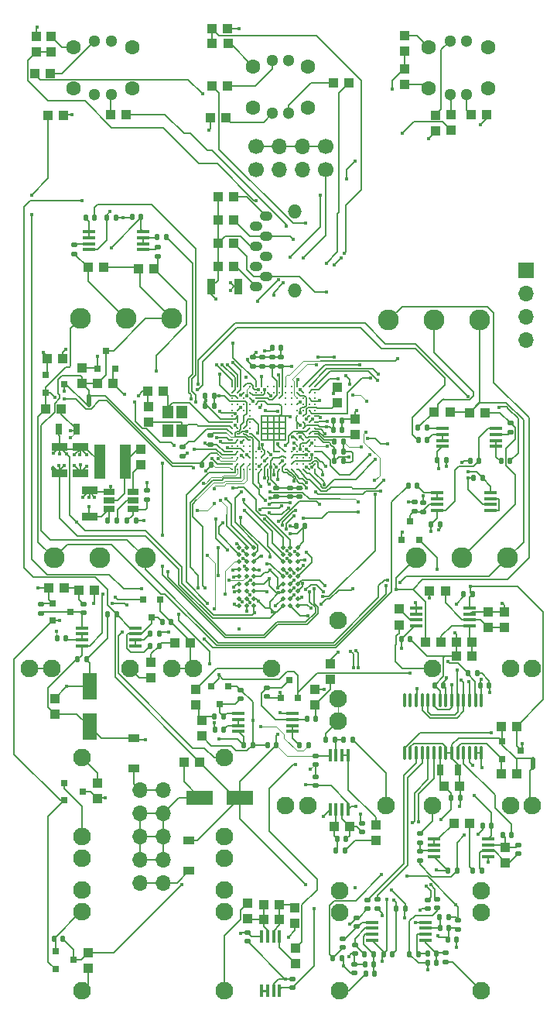
<source format=gbr>
G04 #@! TF.GenerationSoftware,KiCad,Pcbnew,7.0.6-0*
G04 #@! TF.CreationDate,2024-04-10T13:52:38-07:00*
G04 #@! TF.ProjectId,Sampler-built,53616d70-6c65-4722-9d62-75696c742e6b,rev?*
G04 #@! TF.SameCoordinates,PXb71b00PY73f50f0*
G04 #@! TF.FileFunction,Copper,L1,Top*
G04 #@! TF.FilePolarity,Positive*
%FSLAX46Y46*%
G04 Gerber Fmt 4.6, Leading zero omitted, Abs format (unit mm)*
G04 Created by KiCad (PCBNEW 7.0.6-0) date 2024-04-10 13:52:38*
%MOMM*%
%LPD*%
G01*
G04 APERTURE LIST*
G04 Aperture macros list*
%AMRoundRect*
0 Rectangle with rounded corners*
0 $1 Rounding radius*
0 $2 $3 $4 $5 $6 $7 $8 $9 X,Y pos of 4 corners*
0 Add a 4 corners polygon primitive as box body*
4,1,4,$2,$3,$4,$5,$6,$7,$8,$9,$2,$3,0*
0 Add four circle primitives for the rounded corners*
1,1,$1+$1,$2,$3*
1,1,$1+$1,$4,$5*
1,1,$1+$1,$6,$7*
1,1,$1+$1,$8,$9*
0 Add four rect primitives between the rounded corners*
20,1,$1+$1,$2,$3,$4,$5,0*
20,1,$1+$1,$4,$5,$6,$7,0*
20,1,$1+$1,$6,$7,$8,$9,0*
20,1,$1+$1,$8,$9,$2,$3,0*%
G04 Aperture macros list end*
G04 #@! TA.AperFunction,SMDPad,CuDef*
%ADD10R,1.200000X0.900000*%
G04 #@! TD*
G04 #@! TA.AperFunction,SMDPad,CuDef*
%ADD11RoundRect,0.147500X0.147500X0.172500X-0.147500X0.172500X-0.147500X-0.172500X0.147500X-0.172500X0*%
G04 #@! TD*
G04 #@! TA.AperFunction,SMDPad,CuDef*
%ADD12R,1.000000X1.000000*%
G04 #@! TD*
G04 #@! TA.AperFunction,SMDPad,CuDef*
%ADD13RoundRect,0.147500X0.172500X-0.147500X0.172500X0.147500X-0.172500X0.147500X-0.172500X-0.147500X0*%
G04 #@! TD*
G04 #@! TA.AperFunction,SMDPad,CuDef*
%ADD14R,0.700000X1.300000*%
G04 #@! TD*
G04 #@! TA.AperFunction,SMDPad,CuDef*
%ADD15R,1.450000X0.450000*%
G04 #@! TD*
G04 #@! TA.AperFunction,SMDPad,CuDef*
%ADD16RoundRect,0.147500X-0.172500X0.147500X-0.172500X-0.147500X0.172500X-0.147500X0.172500X0.147500X0*%
G04 #@! TD*
G04 #@! TA.AperFunction,SMDPad,CuDef*
%ADD17C,0.500000*%
G04 #@! TD*
G04 #@! TA.AperFunction,SMDPad,CuDef*
%ADD18RoundRect,0.147500X-0.147500X-0.172500X0.147500X-0.172500X0.147500X0.172500X-0.147500X0.172500X0*%
G04 #@! TD*
G04 #@! TA.AperFunction,SMDPad,CuDef*
%ADD19R,3.000000X1.600000*%
G04 #@! TD*
G04 #@! TA.AperFunction,SMDPad,CuDef*
%ADD20R,1.700000X0.900000*%
G04 #@! TD*
G04 #@! TA.AperFunction,ComponentPad*
%ADD21C,1.700000*%
G04 #@! TD*
G04 #@! TA.AperFunction,ComponentPad*
%ADD22O,1.700000X1.700000*%
G04 #@! TD*
G04 #@! TA.AperFunction,SMDPad,CuDef*
%ADD23R,0.800100X0.800100*%
G04 #@! TD*
G04 #@! TA.AperFunction,SMDPad,CuDef*
%ADD24R,1.150000X1.400000*%
G04 #@! TD*
G04 #@! TA.AperFunction,ComponentPad*
%ADD25R,1.700000X1.700000*%
G04 #@! TD*
G04 #@! TA.AperFunction,SMDPad,CuDef*
%ADD26R,1.220000X0.650000*%
G04 #@! TD*
G04 #@! TA.AperFunction,SMDPad,CuDef*
%ADD27C,0.300000*%
G04 #@! TD*
G04 #@! TA.AperFunction,SMDPad,CuDef*
%ADD28R,0.450000X1.450000*%
G04 #@! TD*
G04 #@! TA.AperFunction,SMDPad,CuDef*
%ADD29R,1.600000X3.000000*%
G04 #@! TD*
G04 #@! TA.AperFunction,SMDPad,CuDef*
%ADD30R,1.200000X3.700000*%
G04 #@! TD*
G04 #@! TA.AperFunction,SMDPad,CuDef*
%ADD31R,0.900000X1.700000*%
G04 #@! TD*
G04 #@! TA.AperFunction,SMDPad,CuDef*
%ADD32RoundRect,0.100000X-0.100000X0.637500X-0.100000X-0.637500X0.100000X-0.637500X0.100000X0.637500X0*%
G04 #@! TD*
G04 #@! TA.AperFunction,ComponentPad*
%ADD33C,1.930400*%
G04 #@! TD*
G04 #@! TA.AperFunction,ComponentPad*
%ADD34C,1.600000*%
G04 #@! TD*
G04 #@! TA.AperFunction,ComponentPad*
%ADD35C,1.300000*%
G04 #@! TD*
G04 #@! TA.AperFunction,ComponentPad*
%ADD36O,1.397000X1.092200*%
G04 #@! TD*
G04 #@! TA.AperFunction,ComponentPad*
%ADD37O,1.524000X1.524000*%
G04 #@! TD*
G04 #@! TA.AperFunction,ComponentPad*
%ADD38C,2.286000*%
G04 #@! TD*
G04 #@! TA.AperFunction,ViaPad*
%ADD39C,0.400000*%
G04 #@! TD*
G04 #@! TA.AperFunction,Conductor*
%ADD40C,0.203200*%
G04 #@! TD*
G04 #@! TA.AperFunction,Conductor*
%ADD41C,0.127000*%
G04 #@! TD*
G04 #@! TA.AperFunction,Conductor*
%ADD42C,0.200000*%
G04 #@! TD*
G04 #@! TA.AperFunction,Conductor*
%ADD43C,0.100000*%
G04 #@! TD*
G04 #@! TA.AperFunction,Conductor*
%ADD44C,0.250000*%
G04 #@! TD*
G04 APERTURE END LIST*
G04 #@! TA.AperFunction,EtchedComponent*
G04 #@! TO.C,NT2*
G36*
X133290000Y61750000D02*
G01*
X132790000Y61750000D01*
X132790000Y62750000D01*
X133290000Y62750000D01*
X133290000Y61750000D01*
G37*
G04 #@! TD.AperFunction*
G04 #@! TA.AperFunction,EtchedComponent*
G04 #@! TO.C,NT1*
G36*
X181820000Y22100000D02*
G01*
X181320000Y22100000D01*
X181320000Y23100000D01*
X181820000Y23100000D01*
X181820000Y22100000D01*
G37*
G04 #@! TD.AperFunction*
G04 #@! TD*
D10*
G04 #@! TO.P,D16,1,K*
G04 #@! TO.N,+12V*
X137916648Y25329922D03*
G04 #@! TO.P,D16,2,A*
G04 #@! TO.N,Net-(D16-A)*
X137916648Y22029922D03*
G04 #@! TD*
D11*
G04 #@! TO.P,C61,1*
G04 #@! TO.N,+12V*
X138691648Y82324922D03*
G04 #@! TO.P,C61,2*
G04 #@! TO.N,GND*
X137721648Y82324922D03*
G04 #@! TD*
D12*
G04 #@! TO.P,R3,1*
G04 #@! TO.N,/D0*
X170906648Y91759922D03*
G04 #@! TO.P,R3,2*
G04 #@! TO.N,Net-(Bank_But1-G)*
X170906648Y93459922D03*
G04 #@! TD*
D13*
G04 #@! TO.P,C1,1*
G04 #@! TO.N,+3V3*
X152010148Y66011600D03*
G04 #@! TO.P,C1,2*
G04 #@! TO.N,GND*
X152010148Y66981600D03*
G04 #@! TD*
D12*
G04 #@! TO.P,R57,1*
G04 #@! TO.N,Net-(U15B-+)*
X171546648Y35869922D03*
G04 #@! TO.P,R57,2*
G04 #@! TO.N,VREF+*
X169846648Y35869922D03*
G04 #@! TD*
D14*
G04 #@! TO.P,C44,1*
G04 #@! TO.N,/VCOM*
X171476648Y21859922D03*
G04 #@! TO.P,C44,2*
G04 #@! TO.N,GNDA*
X173376648Y21859922D03*
G04 #@! TD*
D12*
G04 #@! TO.P,R59,1*
G04 #@! TO.N,Net-(J12-SIG)*
X133916648Y20459922D03*
G04 #@! TO.P,R59,2*
G04 #@! TO.N,/D13*
X133916648Y18759922D03*
G04 #@! TD*
G04 #@! TO.P,R61,1*
G04 #@! TO.N,GND*
X155541648Y5079922D03*
G04 #@! TO.P,R61,2*
G04 #@! TO.N,Net-(U16B--)*
X155541648Y6779922D03*
G04 #@! TD*
D15*
G04 #@! TO.P,U15,1*
G04 #@! TO.N,Net-(U15A--)*
X168796648Y39584922D03*
G04 #@! TO.P,U15,2,-*
X168796648Y38934922D03*
G04 #@! TO.P,U15,3,+*
G04 #@! TO.N,Net-(U15A-+)*
X168796648Y38284922D03*
G04 #@! TO.P,U15,4,V-*
G04 #@! TO.N,-12VA*
X168796648Y37634922D03*
G04 #@! TO.P,U15,5,+*
G04 #@! TO.N,Net-(U15B-+)*
X174696648Y37634922D03*
G04 #@! TO.P,U15,6,-*
G04 #@! TO.N,Net-(U15B--)*
X174696648Y38284922D03*
G04 #@! TO.P,U15,7*
G04 #@! TO.N,Net-(C46-Pad1)*
X174696648Y38934922D03*
G04 #@! TO.P,U15,8,V+*
G04 #@! TO.N,+12V*
X174696648Y39584922D03*
G04 #@! TD*
D12*
G04 #@! TO.P,C45,1*
G04 #@! TO.N,/VCOM*
X171876648Y20119922D03*
G04 #@! TO.P,C45,2*
G04 #@! TO.N,GNDA*
X173576648Y20119922D03*
G04 #@! TD*
D16*
G04 #@! TO.P,R42,1*
G04 #@! TO.N,Net-(C57-Pad1)*
X179976648Y13674672D03*
G04 #@! TO.P,R42,2*
G04 #@! TO.N,Net-(U8B--)*
X179976648Y12704672D03*
G04 #@! TD*
D12*
G04 #@! TO.P,C25,1*
G04 #@! TO.N,+12V*
X129306648Y28009922D03*
G04 #@! TO.P,C25,2*
G04 #@! TO.N,GND*
X129306648Y29709922D03*
G04 #@! TD*
G04 #@! TO.P,C47,1*
G04 #@! TO.N,/D6*
X167526648Y98499922D03*
G04 #@! TO.P,C47,2*
G04 #@! TO.N,GND*
X167526648Y96799922D03*
G04 #@! TD*
D11*
G04 #@! TO.P,R161,1*
G04 #@! TO.N,Net-(C149-Pad1)*
X171056648Y779922D03*
G04 #@! TO.P,R161,2*
G04 #@! TO.N,Net-(C153-Pad1)*
X170086648Y779922D03*
G04 #@! TD*
D12*
G04 #@! TO.P,C79,1*
G04 #@! TO.N,Net-(POT_SAMP1-Center)*
X132886648Y76814922D03*
G04 #@! TO.P,C79,2*
G04 #@! TO.N,GNDADC*
X134586648Y76814922D03*
G04 #@! TD*
G04 #@! TO.P,C55,1*
G04 #@! TO.N,+12V*
X128420000Y66880000D03*
G04 #@! TO.P,C55,2*
G04 #@! TO.N,GND*
X130120000Y66880000D03*
G04 #@! TD*
D17*
G04 #@! TO.P,NT2,1,1*
G04 #@! TO.N,GNDADC*
X133040000Y62750000D03*
G04 #@! TO.P,NT2,2,2*
G04 #@! TO.N,GND*
X133040000Y61750000D03*
G04 #@! TD*
D16*
G04 #@! TO.P,C36,1*
G04 #@! TO.N,+3V3*
X146290148Y58451600D03*
G04 #@! TO.P,C36,2*
G04 #@! TO.N,GND*
X146290148Y57481600D03*
G04 #@! TD*
D12*
G04 #@! TO.P,C65,1*
G04 #@! TO.N,Net-(POT_START1-Center)*
X176356648Y60934482D03*
G04 #@! TO.P,C65,2*
G04 #@! TO.N,GNDADC*
X174656648Y60934482D03*
G04 #@! TD*
G04 #@! TO.P,R71,1*
G04 #@! TO.N,/D8*
X146316648Y93179922D03*
G04 #@! TO.P,R71,2*
G04 #@! TO.N,Net-(PLAY_BUT1-R)*
X148016648Y93179922D03*
G04 #@! TD*
D18*
G04 #@! TO.P,R52,1*
G04 #@! TO.N,Net-(U11A-+)*
X160886088Y25206436D03*
G04 #@! TO.P,R52,2*
G04 #@! TO.N,Net-(J14-SIG)*
X161856088Y25206436D03*
G04 #@! TD*
G04 #@! TO.P,C88,1*
G04 #@! TO.N,-12VA*
X170455000Y48750000D03*
G04 #@! TO.P,C88,2*
G04 #@! TO.N,GND*
X171425000Y48750000D03*
G04 #@! TD*
D19*
G04 #@! TO.P,C24,1*
G04 #@! TO.N,GND*
X145146648Y18879922D03*
G04 #@! TO.P,C24,2*
G04 #@! TO.N,-12VA*
X149546648Y18879922D03*
G04 #@! TD*
D12*
G04 #@! TO.P,R74,1*
G04 #@! TO.N,Net-(PLAY_BUT1-POLE-A)*
X148206648Y101299922D03*
G04 #@! TO.P,R74,2*
G04 #@! TO.N,/D12*
X146506648Y101299922D03*
G04 #@! TD*
D11*
G04 #@! TO.P,R55,1*
G04 #@! TO.N,/LIN*
X179261648Y14789672D03*
G04 #@! TO.P,R55,2*
G04 #@! TO.N,Net-(C57-Pad1)*
X178291648Y14789672D03*
G04 #@! TD*
D16*
G04 #@! TO.P,R49,1*
G04 #@! TO.N,Net-(U8A-+)*
X169201648Y12974672D03*
G04 #@! TO.P,R49,2*
G04 #@! TO.N,GND*
X169201648Y12004672D03*
G04 #@! TD*
D18*
G04 #@! TO.P,R41,1*
G04 #@! TO.N,Net-(U1A--)*
X178115000Y55644482D03*
G04 #@! TO.P,R41,2*
G04 #@! TO.N,/A7*
X179085000Y55644482D03*
G04 #@! TD*
D20*
G04 #@! TO.P,C67,1*
G04 #@! TO.N,+12V*
X133106493Y49569922D03*
G04 #@! TO.P,C67,2*
G04 #@! TO.N,GND*
X133106493Y52469922D03*
G04 #@! TD*
D21*
G04 #@! TO.P,J4,1,Pin_1*
G04 #@! TO.N,/UART_TX*
X151296648Y87529922D03*
G04 #@! TO.P,J4,2,Pin_2*
G04 #@! TO.N,GND*
X151296648Y90069922D03*
D22*
G04 #@! TO.P,J4,3,Pin_3*
G04 #@! TO.N,/UART_RX*
X153836648Y87529922D03*
G04 #@! TO.P,J4,4,Pin_4*
G04 #@! TO.N,GND*
X153836648Y90069922D03*
G04 #@! TO.P,J4,5,Pin_5*
G04 #@! TO.N,/DEBUG2*
X156376648Y87529922D03*
G04 #@! TO.P,J4,6,Pin_6*
G04 #@! TO.N,GND*
X156376648Y90069922D03*
D21*
G04 #@! TO.P,J4,7,Pin_7*
G04 #@! TO.N,/DEBUG3*
X158916648Y87529922D03*
G04 #@! TO.P,J4,8,Pin_8*
G04 #@! TO.N,GND*
X158916648Y90069922D03*
G04 #@! TD*
D18*
G04 #@! TO.P,C13,1*
G04 #@! TO.N,+3V3*
X159855148Y55646600D03*
G04 #@! TO.P,C13,2*
G04 #@! TO.N,GND*
X160825148Y55646600D03*
G04 #@! TD*
D11*
G04 #@! TO.P,R12,1*
G04 #@! TO.N,Net-(U1B--)*
X170031648Y57979922D03*
G04 #@! TO.P,R12,2*
G04 #@! TO.N,/A1*
X169061648Y57979922D03*
G04 #@! TD*
D16*
G04 #@! TO.P,R40,1*
G04 #@! TO.N,Net-(POT_START1-Center)*
X179136648Y59789482D03*
G04 #@! TO.P,R40,2*
G04 #@! TO.N,Net-(U1A-+)*
X179136648Y58819482D03*
G04 #@! TD*
D12*
G04 #@! TO.P,R21,1*
G04 #@! TO.N,GND*
X157746648Y30669922D03*
G04 #@! TO.P,R21,2*
G04 #@! TO.N,Net-(R1-Pad1)*
X157746648Y28969922D03*
G04 #@! TD*
D23*
G04 #@! TO.P,D15,1,Anode*
G04 #@! TO.N,GND*
X167220000Y47069240D03*
G04 #@! TO.P,D15,2,cathode*
G04 #@! TO.N,+3V3*
X169120000Y47069240D03*
G04 #@! TO.P,D15,3,AK*
G04 #@! TO.N,Net-(D15-AK)*
X168170000Y49068220D03*
G04 #@! TD*
D11*
G04 #@! TO.P,C6,1*
G04 #@! TO.N,+3.3VADC*
X146341648Y55229922D03*
G04 #@! TO.P,C6,2*
G04 #@! TO.N,GNDADC*
X145371648Y55229922D03*
G04 #@! TD*
D18*
G04 #@! TO.P,R30,1*
G04 #@! TO.N,Net-(R16-Pad2)*
X146761648Y27729922D03*
G04 #@! TO.P,R30,2*
G04 #@! TO.N,Net-(D24-AK)*
X147731648Y27729922D03*
G04 #@! TD*
G04 #@! TO.P,C8,1*
G04 #@! TO.N,/VCOM*
X172641648Y18829922D03*
G04 #@! TO.P,C8,2*
G04 #@! TO.N,GNDA*
X173611648Y18829922D03*
G04 #@! TD*
G04 #@! TO.P,R66,1*
G04 #@! TO.N,+12V*
X135041493Y49139922D03*
G04 #@! TO.P,R66,2*
G04 #@! TO.N,Net-(U13-EN)*
X136011493Y49139922D03*
G04 #@! TD*
D23*
G04 #@! TO.P,U6,1,VI*
G04 #@! TO.N,+12V*
X128299240Y65040000D03*
G04 #@! TO.P,U6,2,VO*
G04 #@! TO.N,VREF+*
X128299240Y63140000D03*
G04 #@! TO.P,U6,3,GND*
G04 #@! TO.N,GND*
X130298220Y64090000D03*
G04 #@! TD*
D11*
G04 #@! TO.P,R162,1*
G04 #@! TO.N,Net-(U12A--)*
X169036648Y1749922D03*
G04 #@! TO.P,R162,2*
G04 #@! TO.N,Net-(C153-Pad1)*
X168066648Y1749922D03*
G04 #@! TD*
D18*
G04 #@! TO.P,C73,1*
G04 #@! TO.N,+12V*
X149941648Y24599922D03*
G04 #@! TO.P,C73,2*
G04 #@! TO.N,GND*
X150911648Y24599922D03*
G04 #@! TD*
D12*
G04 #@! TO.P,C90,1*
G04 #@! TO.N,Net-(C90-Pad1)*
X174656648Y16084672D03*
G04 #@! TO.P,C90,2*
G04 #@! TO.N,Net-(U8A--)*
X172956648Y16084672D03*
G04 #@! TD*
D23*
G04 #@! TO.P,D24,1,Anode*
G04 #@! TO.N,GND*
X148266648Y31050682D03*
G04 #@! TO.P,D24,2,cathode*
G04 #@! TO.N,+3V3*
X146366648Y31050682D03*
G04 #@! TO.P,D24,3,AK*
G04 #@! TO.N,Net-(D24-AK)*
X147316648Y29051702D03*
G04 #@! TD*
D11*
G04 #@! TO.P,R65,1*
G04 #@! TO.N,+3V3*
X138126648Y49119922D03*
G04 #@! TO.P,R65,2*
G04 #@! TO.N,Net-(U13-FB)*
X137156648Y49119922D03*
G04 #@! TD*
G04 #@! TO.P,C87,1*
G04 #@! TO.N,+12V*
X176071648Y53804922D03*
G04 #@! TO.P,C87,2*
G04 #@! TO.N,GND*
X175101648Y53804922D03*
G04 #@! TD*
D12*
G04 #@! TO.P,C22,1*
G04 #@! TO.N,/OSC_IN*
X141166648Y63269922D03*
G04 #@! TO.P,C22,2*
G04 #@! TO.N,GND*
X139466648Y63269922D03*
G04 #@! TD*
D18*
G04 #@! TO.P,R160,1*
G04 #@! TO.N,GNDA*
X159691648Y1339922D03*
G04 #@! TO.P,R160,2*
G04 #@! TO.N,Net-(C152-Pad2)*
X160661648Y1339922D03*
G04 #@! TD*
D16*
G04 #@! TO.P,R164,1*
G04 #@! TO.N,GNDA*
X173416648Y5444922D03*
G04 #@! TO.P,R164,2*
G04 #@! TO.N,Net-(C153-Pad2)*
X173416648Y4474922D03*
G04 #@! TD*
D13*
G04 #@! TO.P,R44,1*
G04 #@! TO.N,Net-(U8A-+)*
X169221648Y13969672D03*
G04 #@! TO.P,R44,2*
G04 #@! TO.N,Net-(J13-SIG)*
X169221648Y14939672D03*
G04 #@! TD*
D20*
G04 #@! TO.P,C70,1*
G04 #@! TO.N,+3V3*
X132100000Y57220000D03*
G04 #@! TO.P,C70,2*
G04 #@! TO.N,GND*
X132100000Y54320000D03*
G04 #@! TD*
D18*
G04 #@! TO.P,C59,1*
G04 #@! TO.N,+12V*
X171111648Y55724482D03*
G04 #@! TO.P,C59,2*
G04 #@! TO.N,GND*
X172081648Y55724482D03*
G04 #@! TD*
D16*
G04 #@! TO.P,R7,1*
G04 #@! TO.N,/ROUT-*
X163506648Y7684922D03*
G04 #@! TO.P,R7,2*
G04 #@! TO.N,Net-(C152-Pad2)*
X163506648Y6714922D03*
G04 #@! TD*
D12*
G04 #@! TO.P,C83,1*
G04 #@! TO.N,Net-(POT_PITCH1-Center)*
X170806648Y60994482D03*
G04 #@! TO.P,C83,2*
G04 #@! TO.N,GNDADC*
X172506648Y60994482D03*
G04 #@! TD*
G04 #@! TO.P,R73,1*
G04 #@! TO.N,Net-(Bank_But1-POLE-A)*
X167526648Y102119922D03*
G04 #@! TO.P,R73,2*
G04 #@! TO.N,/D6*
X167526648Y100419922D03*
G04 #@! TD*
D18*
G04 #@! TO.P,R23,1*
G04 #@! TO.N,Net-(U3B--)*
X140476648Y80154922D03*
G04 #@! TO.P,R23,2*
G04 #@! TO.N,/A3*
X141446648Y80154922D03*
G04 #@! TD*
D16*
G04 #@! TO.P,R14,1*
G04 #@! TO.N,/LOUT-*
X170126648Y7674922D03*
G04 #@! TO.P,R14,2*
G04 #@! TO.N,Net-(C153-Pad2)*
X170126648Y6704922D03*
G04 #@! TD*
D12*
G04 #@! TO.P,C57,1*
G04 #@! TO.N,Net-(C57-Pad1)*
X178576648Y13439672D03*
G04 #@! TO.P,C57,2*
G04 #@! TO.N,Net-(U8B--)*
X178576648Y11739672D03*
G04 #@! TD*
G04 #@! TO.P,C49,1*
G04 #@! TO.N,+12V*
X179802780Y26653974D03*
G04 #@! TO.P,C49,2*
G04 #@! TO.N,GNDA*
X178102780Y26653974D03*
G04 #@! TD*
D16*
G04 #@! TO.P,R18,1*
G04 #@! TO.N,Net-(C46-Pad1)*
X169610000Y51075000D03*
G04 #@! TO.P,R18,2*
G04 #@! TO.N,Net-(D15-AK)*
X169610000Y50105000D03*
G04 #@! TD*
D12*
G04 #@! TO.P,C66,1*
G04 #@! TO.N,Net-(POT_LENGTH1-Center)*
X140156648Y76644922D03*
G04 #@! TO.P,C66,2*
G04 #@! TO.N,GNDADC*
X138456648Y76644922D03*
G04 #@! TD*
D11*
G04 #@! TO.P,C60,1*
G04 #@! TO.N,-12VA*
X175681648Y55694482D03*
G04 #@! TO.P,C60,2*
G04 #@! TO.N,GND*
X174711648Y55694482D03*
G04 #@! TD*
D12*
G04 #@! TO.P,R5,1*
G04 #@! TO.N,/D1*
X172646648Y91779922D03*
G04 #@! TO.P,R5,2*
G04 #@! TO.N,Net-(Bank_But1-R)*
X172646648Y93479922D03*
G04 #@! TD*
D23*
G04 #@! TO.P,D1,1,Anode*
G04 #@! TO.N,GND*
X153976648Y29729162D03*
G04 #@! TO.P,D1,2,cathode*
G04 #@! TO.N,+3V3*
X155876648Y29729162D03*
G04 #@! TO.P,D1,3,AK*
G04 #@! TO.N,Net-(D1-AK)*
X154926648Y31728142D03*
G04 #@! TD*
D16*
G04 #@! TO.P,C11,1*
G04 #@! TO.N,+3V3*
X155020148Y52731600D03*
G04 #@! TO.P,C11,2*
G04 #@! TO.N,GND*
X155020148Y51761600D03*
G04 #@! TD*
D18*
G04 #@! TO.P,R47,1*
G04 #@! TO.N,/I2C1_SCL*
X175846648Y31087422D03*
G04 #@! TO.P,R47,2*
G04 #@! TO.N,+3V3*
X176816648Y31087422D03*
G04 #@! TD*
D12*
G04 #@! TO.P,C39,1*
G04 #@! TO.N,/A6*
X127206648Y100359922D03*
G04 #@! TO.P,C39,2*
G04 #@! TO.N,GND*
X127206648Y102059922D03*
G04 #@! TD*
G04 #@! TO.P,C26,1*
G04 #@! TO.N,-12VA*
X145136648Y22739922D03*
G04 #@! TO.P,C26,2*
G04 #@! TO.N,GND*
X143436648Y22739922D03*
G04 #@! TD*
G04 #@! TO.P,R29,1*
G04 #@! TO.N,GND*
X173246648Y35884922D03*
G04 #@! TO.P,R29,2*
G04 #@! TO.N,Net-(U15B-+)*
X174946648Y35884922D03*
G04 #@! TD*
G04 #@! TO.P,C46,1*
G04 #@! TO.N,Net-(C46-Pad1)*
X178496648Y39184922D03*
G04 #@! TO.P,C46,2*
G04 #@! TO.N,Net-(U15B--)*
X178496648Y37484922D03*
G04 #@! TD*
G04 #@! TO.P,R79,1*
G04 #@! TO.N,+3V3*
X147136648Y79449922D03*
G04 #@! TO.P,R79,2*
G04 #@! TO.N,/D16*
X148836648Y79449922D03*
G04 #@! TD*
G04 #@! TO.P,C2,1*
G04 #@! TO.N,Net-(U2B-VCAP_2)*
X160140148Y61986600D03*
G04 #@! TO.P,C2,2*
G04 #@! TO.N,GND*
X160140148Y63686600D03*
G04 #@! TD*
D18*
G04 #@! TO.P,R48,1*
G04 #@! TO.N,/I2C1_SDA*
X174525000Y32440000D03*
G04 #@! TO.P,R48,2*
G04 #@! TO.N,+3V3*
X175495000Y32440000D03*
G04 #@! TD*
D24*
G04 #@! TO.P,Y1,1,1*
G04 #@! TO.N,/OSC_IN*
X141656648Y61039922D03*
G04 #@! TO.P,Y1,2,2*
G04 #@! TO.N,/OSC_OUT*
X143156648Y58939922D03*
G04 #@! TO.P,Y1,3,3*
G04 #@! TO.N,unconnected-(Y1-Pad3)*
X141656648Y58939922D03*
G04 #@! TO.P,Y1,4,4*
G04 #@! TO.N,unconnected-(Y1-Pad4)*
X143156648Y61039922D03*
G04 #@! TD*
D12*
G04 #@! TO.P,R68,1*
G04 #@! TO.N,/D7*
X128546648Y93459922D03*
G04 #@! TO.P,R68,2*
G04 #@! TO.N,Net-(REV_BUT1-R)*
X130246648Y93459922D03*
G04 #@! TD*
D11*
G04 #@! TO.P,C35,1*
G04 #@! TO.N,+12V*
X174981648Y41084922D03*
G04 #@! TO.P,C35,2*
G04 #@! TO.N,GND*
X174011648Y41084922D03*
G04 #@! TD*
D23*
G04 #@! TO.P,D22,1,Anode*
G04 #@! TO.N,GND*
X140796648Y40530682D03*
G04 #@! TO.P,D22,2,cathode*
G04 #@! TO.N,+3V3*
X138896648Y40530682D03*
G04 #@! TO.P,D22,3,AK*
G04 #@! TO.N,Net-(D22-AK)*
X139846648Y38531702D03*
G04 #@! TD*
D11*
G04 #@! TO.P,C17,1*
G04 #@! TO.N,+3V3*
X146715148Y61686600D03*
G04 #@! TO.P,C17,2*
G04 #@! TO.N,GND*
X145745148Y61686600D03*
G04 #@! TD*
D12*
G04 #@! TO.P,R80,1*
G04 #@! TO.N,+3V3*
X147136648Y76899922D03*
G04 #@! TO.P,R80,2*
G04 #@! TO.N,/D17*
X148836648Y76899922D03*
G04 #@! TD*
D11*
G04 #@! TO.P,C64,1*
G04 #@! TO.N,-12VA*
X136012564Y38914922D03*
G04 #@! TO.P,C64,2*
G04 #@! TO.N,GND*
X135042564Y38914922D03*
G04 #@! TD*
D16*
G04 #@! TO.P,C76,1*
G04 #@! TO.N,-12VA*
X157816648Y23424922D03*
G04 #@! TO.P,C76,2*
G04 #@! TO.N,GND*
X157816648Y22454922D03*
G04 #@! TD*
D12*
G04 #@! TO.P,C42,1*
G04 #@! TO.N,GND*
X173255768Y34310422D03*
G04 #@! TO.P,C42,2*
G04 #@! TO.N,Net-(U15B-+)*
X174955768Y34310422D03*
G04 #@! TD*
D15*
G04 #@! TO.P,U10,1*
G04 #@! TO.N,Net-(U10A--)*
X155236648Y26094922D03*
G04 #@! TO.P,U10,2,-*
X155236648Y26744922D03*
G04 #@! TO.P,U10,3,+*
G04 #@! TO.N,Net-(D1-AK)*
X155236648Y27394922D03*
G04 #@! TO.P,U10,4,V-*
G04 #@! TO.N,-12VA*
X155236648Y28044922D03*
G04 #@! TO.P,U10,5,+*
G04 #@! TO.N,Net-(D24-AK)*
X149336648Y28044922D03*
G04 #@! TO.P,U10,6,-*
G04 #@! TO.N,Net-(U10B--)*
X149336648Y27394922D03*
G04 #@! TO.P,U10,7*
X149336648Y26744922D03*
G04 #@! TO.P,U10,8,V+*
G04 #@! TO.N,+12V*
X149336648Y26094922D03*
G04 #@! TD*
D11*
G04 #@! TO.P,C150,1*
G04 #@! TO.N,GNDA*
X172355480Y5759922D03*
G04 #@! TO.P,C150,2*
G04 #@! TO.N,Net-(U12A-+)*
X171385480Y5759922D03*
G04 #@! TD*
D18*
G04 #@! TO.P,R2,1*
G04 #@! TO.N,Net-(U10A--)*
X156061648Y24569922D03*
G04 #@! TO.P,R2,2*
G04 #@! TO.N,/A0*
X157031648Y24569922D03*
G04 #@! TD*
D11*
G04 #@! TO.P,R50,1*
G04 #@! TO.N,Net-(C48-Pad1)*
X161136648Y14339922D03*
G04 #@! TO.P,R50,2*
G04 #@! TO.N,Net-(U11B--)*
X160166648Y14339922D03*
G04 #@! TD*
D18*
G04 #@! TO.P,R152,1*
G04 #@! TO.N,Net-(J17-SIG)*
X163290480Y-390078D03*
G04 #@! TO.P,R152,2*
G04 #@! TO.N,Net-(C147-Pad1)*
X164260480Y-390078D03*
G04 #@! TD*
D25*
G04 #@! TO.P,J3,1,Pin_1*
G04 #@! TO.N,+3V3*
X180876648Y76529922D03*
D22*
G04 #@! TO.P,J3,2,Pin_2*
G04 #@! TO.N,/SWDCLK*
X180876648Y73989922D03*
G04 #@! TO.P,J3,3,Pin_3*
G04 #@! TO.N,GND*
X180876648Y71449922D03*
G04 #@! TO.P,J3,4,Pin_4*
G04 #@! TO.N,/SWDIO*
X180876648Y68909922D03*
G04 #@! TD*
D18*
G04 #@! TO.P,R11,1*
G04 #@! TO.N,Net-(POT_PITCH1-Center)*
X169019944Y59278002D03*
G04 #@! TO.P,R11,2*
G04 #@! TO.N,Net-(U1B-+)*
X169989944Y59278002D03*
G04 #@! TD*
D26*
G04 #@! TO.P,U13,1,GND*
G04 #@! TO.N,GND*
X135186648Y52309922D03*
G04 #@! TO.P,U13,2,SW*
G04 #@! TO.N,Net-(U13-SW)*
X135186648Y51359922D03*
G04 #@! TO.P,U13,3,IN*
G04 #@! TO.N,+12V*
X135186648Y50409922D03*
G04 #@! TO.P,U13,4,FB*
G04 #@! TO.N,Net-(U13-FB)*
X137806648Y50409922D03*
G04 #@! TO.P,U13,5,EN*
G04 #@! TO.N,Net-(U13-EN)*
X137806648Y51359922D03*
G04 #@! TO.P,U13,6,BST*
G04 #@! TO.N,Net-(U13-BST)*
X137806648Y52309922D03*
G04 #@! TD*
D12*
G04 #@! TO.P,R20,1*
G04 #@! TO.N,Net-(J7-SIG)*
X139806648Y31959922D03*
G04 #@! TO.P,R20,2*
G04 #@! TO.N,Net-(R20-Pad2)*
X139806648Y33659922D03*
G04 #@! TD*
G04 #@! TO.P,C51,1*
G04 #@! TO.N,+5V*
X178093428Y21447422D03*
G04 #@! TO.P,C51,2*
G04 #@! TO.N,GNDA*
X179793428Y21447422D03*
G04 #@! TD*
D18*
G04 #@! TO.P,R51,1*
G04 #@! TO.N,Net-(U11B--)*
X160046648Y13069922D03*
G04 #@! TO.P,R51,2*
G04 #@! TO.N,Net-(C52-Pad1)*
X161016648Y13069922D03*
G04 #@! TD*
D27*
G04 #@! TO.P,U2,A1,PE3*
G04 #@! TO.N,/SAI_SD_B*
X148650148Y63796600D03*
G04 #@! TO.P,U2,A2,PE2*
G04 #@! TO.N,/SAI_MCLK*
X149300148Y63796600D03*
G04 #@! TO.P,U2,A3,PE1*
G04 #@! TO.N,/SD-NBL1*
X149950148Y63796600D03*
G04 #@! TO.P,U2,A4,PE0*
G04 #@! TO.N,/SD-NBL0*
X150600148Y63796600D03*
G04 #@! TO.P,U2,A5,PB8*
G04 #@! TO.N,/I2C1_SCL*
X151250148Y63796600D03*
G04 #@! TO.P,U2,A6,PB5*
G04 #@! TO.N,/SD-CKE1*
X151900148Y63796600D03*
G04 #@! TO.P,U2,A7,PG14*
G04 #@! TO.N,unconnected-(U2A-PG14-PadA7)*
X152550148Y63796600D03*
G04 #@! TO.P,U2,A8,PG13*
G04 #@! TO.N,unconnected-(U2A-PG13-PadA8)*
X153200148Y63796600D03*
G04 #@! TO.P,U2,A9,PB4*
G04 #@! TO.N,/DEBUG3*
X153850148Y63796600D03*
G04 #@! TO.P,U2,A10,PB3*
G04 #@! TO.N,/CODEC_RESET*
X154500148Y63796600D03*
G04 #@! TO.P,U2,A11,PD7*
G04 #@! TO.N,unconnected-(U2A-PD7-PadA11)*
X155150148Y63796600D03*
G04 #@! TO.P,U2,A12,PC12*
G04 #@! TO.N,/D9*
X155800148Y63796600D03*
G04 #@! TO.P,U2,A13,PA15*
G04 #@! TO.N,/D0*
X156450148Y63796600D03*
G04 #@! TO.P,U2,A14,PA14*
G04 #@! TO.N,/SWDCLK*
X157100148Y63796600D03*
G04 #@! TO.P,U2,A15,PA13*
G04 #@! TO.N,/SWDIO*
X157750148Y63796600D03*
G04 #@! TO.P,U2,B1,PE4*
G04 #@! TO.N,/SAI_FS*
X148650148Y63146600D03*
G04 #@! TO.P,U2,B2,PE5*
G04 #@! TO.N,/SAI_SCK*
X149300148Y63146600D03*
G04 #@! TO.P,U2,B3,PE6*
G04 #@! TO.N,/SAI_SD_A*
X149950148Y63146600D03*
G04 #@! TO.P,U2,B4,PB9*
G04 #@! TO.N,/I2C1_SDA*
X150600148Y63146600D03*
G04 #@! TO.P,U2,B5,PB7*
G04 #@! TO.N,unconnected-(U2A-PB7-PadB5)*
X151250148Y63146600D03*
G04 #@! TO.P,U2,B6,PB6*
G04 #@! TO.N,unconnected-(U2A-PB6-PadB6)*
X151900148Y63146600D03*
G04 #@! TO.P,U2,B7,PG15*
G04 #@! TO.N,/SD-NCAS*
X152550148Y63146600D03*
G04 #@! TO.P,U2,B8,PG12*
G04 #@! TO.N,unconnected-(U2A-PG12-PadB8)*
X153200148Y63146600D03*
G04 #@! TO.P,U2,B9,PG11*
G04 #@! TO.N,unconnected-(U2A-PG11-PadB9)*
X153850148Y63146600D03*
G04 #@! TO.P,U2,B10,PG10*
G04 #@! TO.N,unconnected-(U2A-PG10-PadB10)*
X154500148Y63146600D03*
G04 #@! TO.P,U2,B11,PD6*
G04 #@! TO.N,unconnected-(U2A-PD6-PadB11)*
X155150148Y63146600D03*
G04 #@! TO.P,U2,B12,PD0*
G04 #@! TO.N,/SD-D2*
X155800148Y63146600D03*
G04 #@! TO.P,U2,B13,PC11*
G04 #@! TO.N,/D19*
X156450148Y63146600D03*
G04 #@! TO.P,U2,B14,PC10*
G04 #@! TO.N,/D18*
X157100148Y63146600D03*
G04 #@! TO.P,U2,B15,PA12*
G04 #@! TO.N,unconnected-(U2A-PA12-PadB15)*
X157750148Y63146600D03*
G04 #@! TO.P,U2,C1,VBAT*
G04 #@! TO.N,unconnected-(U2B-VBAT-PadC1)*
X148650148Y62496600D03*
G04 #@! TO.P,U2,C2,PI7*
G04 #@! TO.N,/D1*
X149300148Y62496600D03*
G04 #@! TO.P,U2,C3,PI6*
G04 #@! TO.N,unconnected-(U2A-PI6-PadC3)*
X149950148Y62496600D03*
G04 #@! TO.P,U2,C4,PI5*
G04 #@! TO.N,/DEBUG2*
X150600148Y62496600D03*
G04 #@! TO.P,U2,C5,VDD*
G04 #@! TO.N,+3V3*
X151250148Y62496600D03*
G04 #@! TO.P,U2,C6,PDR_ON*
X151900148Y62496600D03*
G04 #@! TO.P,U2,C7,VDD*
X152550148Y62496600D03*
G04 #@! TO.P,U2,C8,VDDSDMMC*
X153200148Y62496600D03*
G04 #@! TO.P,U2,C9,VDD*
X153850148Y62496600D03*
G04 #@! TO.P,U2,C10,PG9*
G04 #@! TO.N,unconnected-(U2A-PG9-PadC10)*
X154500148Y62496600D03*
G04 #@! TO.P,U2,C11,PD5*
G04 #@! TO.N,unconnected-(U2A-PD5-PadC11)*
X155150148Y62496600D03*
G04 #@! TO.P,U2,C12,PD1*
G04 #@! TO.N,/SD-D3*
X155800148Y62496600D03*
G04 #@! TO.P,U2,C13,PI3*
G04 #@! TO.N,unconnected-(U2A-PI3-PadC13)*
X156450148Y62496600D03*
G04 #@! TO.P,U2,C14,PI2*
G04 #@! TO.N,/D3*
X157100148Y62496600D03*
G04 #@! TO.P,U2,C15,PA11*
G04 #@! TO.N,unconnected-(U2A-PA11-PadC15)*
X157750148Y62496600D03*
G04 #@! TO.P,U2,D1,PC13*
G04 #@! TO.N,unconnected-(U2A-PC13-PadD1)*
X148650148Y61846600D03*
G04 #@! TO.P,U2,D2,PI8*
G04 #@! TO.N,unconnected-(U2A-PI8-PadD2)*
X149300148Y61846600D03*
G04 #@! TO.P,U2,D3,PI9*
G04 #@! TO.N,unconnected-(U2A-PI9-PadD3)*
X149950148Y61846600D03*
G04 #@! TO.P,U2,D4,PI4*
G04 #@! TO.N,unconnected-(U2A-PI4-PadD4)*
X150600148Y61846600D03*
G04 #@! TO.P,U2,D5,VSS*
G04 #@! TO.N,GND*
X151250148Y61846600D03*
G04 #@! TO.P,U2,D6,BOOT*
G04 #@! TO.N,/BOOT0*
X151900148Y61846600D03*
G04 #@! TO.P,U2,D7,VSS*
G04 #@! TO.N,GND*
X152550148Y61846600D03*
G04 #@! TO.P,U2,D8,VSS*
X153200148Y61846600D03*
G04 #@! TO.P,U2,D9,VSS*
X153850148Y61846600D03*
G04 #@! TO.P,U2,D10,PD4*
G04 #@! TO.N,unconnected-(U2A-PD4-PadD10)*
X154500148Y61846600D03*
G04 #@! TO.P,U2,D11,PD3*
G04 #@! TO.N,unconnected-(U2A-PD3-PadD11)*
X155150148Y61846600D03*
G04 #@! TO.P,U2,D12,PD2*
G04 #@! TO.N,/D4*
X155800148Y61846600D03*
G04 #@! TO.P,U2,D13,PH15*
G04 #@! TO.N,unconnected-(U2A-PH15-PadD13)*
X156450148Y61846600D03*
G04 #@! TO.P,U2,D14,PI1*
G04 #@! TO.N,unconnected-(U2A-PI1-PadD14)*
X157100148Y61846600D03*
G04 #@! TO.P,U2,D15,PA10*
G04 #@! TO.N,unconnected-(U2A-PA10-PadD15)*
X157750148Y61846600D03*
G04 #@! TO.P,U2,E1,PC14*
G04 #@! TO.N,unconnected-(U2A-PC14-PadE1)*
X148650148Y61196600D03*
G04 #@! TO.P,U2,E2,PF0*
G04 #@! TO.N,/SD-A0*
X149300148Y61196600D03*
G04 #@! TO.P,U2,E3,PI10*
G04 #@! TO.N,unconnected-(U2A-PI10-PadE3)*
X149950148Y61196600D03*
G04 #@! TO.P,U2,E4,PI11*
G04 #@! TO.N,unconnected-(U2A-PI11-PadE4)*
X150600148Y61196600D03*
G04 #@! TO.P,U2,E12,PH13*
G04 #@! TO.N,unconnected-(U2A-PH13-PadE12)*
X155800148Y61196600D03*
G04 #@! TO.P,U2,E13,PH14*
G04 #@! TO.N,unconnected-(U2A-PH14-PadE13)*
X156450148Y61196600D03*
G04 #@! TO.P,U2,E14,PI0*
G04 #@! TO.N,/D5*
X157100148Y61196600D03*
G04 #@! TO.P,U2,E15,PA9*
G04 #@! TO.N,unconnected-(U2A-PA9-PadE15)*
X157750148Y61196600D03*
G04 #@! TO.P,U2,F1,PC15*
G04 #@! TO.N,unconnected-(U2A-PC15-PadF1)*
X148650148Y60546600D03*
G04 #@! TO.P,U2,F2,VSS*
G04 #@! TO.N,GND*
X149300148Y60546600D03*
G04 #@! TO.P,U2,F3,VDD*
G04 #@! TO.N,+3V3*
X149950148Y60546600D03*
G04 #@! TO.P,U2,F4,PH2*
G04 #@! TO.N,unconnected-(U2A-PH2-PadF4)*
X150600148Y60546600D03*
G04 #@! TO.P,U2,F6,VSS*
G04 #@! TO.N,GND*
X151900148Y60546600D03*
G04 #@! TO.P,U2,F7,VSS*
X152550148Y60546600D03*
G04 #@! TO.P,U2,F8,VSS*
X153200148Y60546600D03*
G04 #@! TO.P,U2,F9,VSS*
X153850148Y60546600D03*
G04 #@! TO.P,U2,F10,VSS*
X154500148Y60546600D03*
G04 #@! TO.P,U2,F12,VSS*
X155800148Y60546600D03*
G04 #@! TO.P,U2,F13,VCAP_2*
G04 #@! TO.N,Net-(U2B-VCAP_2)*
X156450148Y60546600D03*
G04 #@! TO.P,U2,F14,PC9*
G04 #@! TO.N,/D17*
X157100148Y60546600D03*
G04 #@! TO.P,U2,F15,PA8*
G04 #@! TO.N,/D12*
X157750148Y60546600D03*
G04 #@! TO.P,U2,G1,PH0*
G04 #@! TO.N,/OSC_IN*
X148650148Y59896600D03*
G04 #@! TO.P,U2,G2,VSS*
G04 #@! TO.N,GND*
X149300148Y59896600D03*
G04 #@! TO.P,U2,G3,VDD*
G04 #@! TO.N,+3V3*
X149950148Y59896600D03*
G04 #@! TO.P,U2,G4,PH3*
G04 #@! TO.N,unconnected-(U2A-PH3-PadG4)*
X150600148Y59896600D03*
G04 #@! TO.P,U2,G6,VSS*
G04 #@! TO.N,GND*
X151900148Y59896600D03*
G04 #@! TO.P,U2,G7,VSS*
X152550148Y59896600D03*
G04 #@! TO.P,U2,G8,VSS*
X153200148Y59896600D03*
G04 #@! TO.P,U2,G9,VSS*
X153850148Y59896600D03*
G04 #@! TO.P,U2,G10,VSS*
X154500148Y59896600D03*
G04 #@! TO.P,U2,G12,VSS*
X155800148Y59896600D03*
G04 #@! TO.P,U2,G13,VDD*
G04 #@! TO.N,+3V3*
X156450148Y59896600D03*
G04 #@! TO.P,U2,G14,PC8*
G04 #@! TO.N,/D16*
X157100148Y59896600D03*
G04 #@! TO.P,U2,G15,PC7*
G04 #@! TO.N,/D2*
X157750148Y59896600D03*
G04 #@! TO.P,U2,H1,PH1*
G04 #@! TO.N,/OSC_OUT*
X148650148Y59246600D03*
G04 #@! TO.P,U2,H2,PF2*
G04 #@! TO.N,/SD-A2*
X149300148Y59246600D03*
G04 #@! TO.P,U2,H3,PF1*
G04 #@! TO.N,/SD-A1*
X149950148Y59246600D03*
G04 #@! TO.P,U2,H4,PH4*
G04 #@! TO.N,unconnected-(U2A-PH4-PadH4)*
X150600148Y59246600D03*
G04 #@! TO.P,U2,H6,VSS*
G04 #@! TO.N,GND*
X151900148Y59246600D03*
G04 #@! TO.P,U2,H7,VSS*
X152550148Y59246600D03*
G04 #@! TO.P,U2,H8,VSS*
X153200148Y59246600D03*
G04 #@! TO.P,U2,H9,VSS*
X153850148Y59246600D03*
G04 #@! TO.P,U2,H10,VSS*
X154500148Y59246600D03*
G04 #@! TO.P,U2,H12,VSS*
X155800148Y59246600D03*
G04 #@! TO.P,U2,H13,VDDUSB*
G04 #@! TO.N,+3V3*
X156450148Y59246600D03*
G04 #@! TO.P,U2,H14,PG8*
G04 #@! TO.N,/SD-CLK*
X157100148Y59246600D03*
G04 #@! TO.P,U2,H15,PC6*
G04 #@! TO.N,/D14*
X157750148Y59246600D03*
G04 #@! TO.P,U2,J1,NRST*
G04 #@! TO.N,/NRST*
X148650148Y58596600D03*
G04 #@! TO.P,U2,J2,PF3*
G04 #@! TO.N,/SD-A3*
X149300148Y58596600D03*
G04 #@! TO.P,U2,J3,PF4*
G04 #@! TO.N,/SD-A4*
X149950148Y58596600D03*
G04 #@! TO.P,U2,J4,PH5*
G04 #@! TO.N,/SD-NWE*
X150600148Y58596600D03*
G04 #@! TO.P,U2,J6,VSS*
G04 #@! TO.N,GND*
X151900148Y58596600D03*
G04 #@! TO.P,U2,J7,VSS*
X152550148Y58596600D03*
G04 #@! TO.P,U2,J8,VSS*
X153200148Y58596600D03*
G04 #@! TO.P,U2,J9,VSS*
X153850148Y58596600D03*
G04 #@! TO.P,U2,J10,VSS*
X154500148Y58596600D03*
G04 #@! TO.P,U2,J12,VDD*
G04 #@! TO.N,+3V3*
X155800148Y58596600D03*
G04 #@! TO.P,U2,J13,VDD*
X156450148Y58596600D03*
G04 #@! TO.P,U2,J14,VDD12OTGHS*
G04 #@! TO.N,Net-(U2B-VDD12OTGHS)*
X157100148Y58596600D03*
G04 #@! TO.P,U2,J15,OTG_HR_REXT*
G04 #@! TO.N,Net-(U2B-OTG_HR_REXT)*
X157750148Y58596600D03*
G04 #@! TO.P,U2,K1,PF7*
G04 #@! TO.N,/UART_TX*
X148650148Y57946600D03*
G04 #@! TO.P,U2,K2,PF6*
G04 #@! TO.N,/UART_RX*
X149300148Y57946600D03*
G04 #@! TO.P,U2,K3,PF5*
G04 #@! TO.N,/SD-A5*
X149950148Y57946600D03*
G04 #@! TO.P,U2,K4,VDD*
G04 #@! TO.N,+3V3*
X150600148Y57946600D03*
G04 #@! TO.P,U2,K6,VSS*
G04 #@! TO.N,GND*
X151900148Y57946600D03*
G04 #@! TO.P,U2,K7,VSS*
X152550148Y57946600D03*
G04 #@! TO.P,U2,K8,VSS*
X153200148Y57946600D03*
G04 #@! TO.P,U2,K9,VSS*
X153850148Y57946600D03*
G04 #@! TO.P,U2,K10,VSS*
X154500148Y57946600D03*
G04 #@! TO.P,U2,K12,PH12*
G04 #@! TO.N,/D15*
X155800148Y57946600D03*
G04 #@! TO.P,U2,K13,PG5*
G04 #@! TO.N,/SD-BA1*
X156450148Y57946600D03*
G04 #@! TO.P,U2,K14,PG4*
G04 #@! TO.N,/SD-BA0*
X157100148Y57946600D03*
G04 #@! TO.P,U2,K15,PG3*
G04 #@! TO.N,unconnected-(U2A-PG3-PadK15)*
X157750148Y57946600D03*
G04 #@! TO.P,U2,L1,PF10*
G04 #@! TO.N,unconnected-(U2A-PF10-PadL1)*
X148650148Y57296600D03*
G04 #@! TO.P,U2,L2,PF9*
G04 #@! TO.N,unconnected-(U2A-PF9-PadL2)*
X149300148Y57296600D03*
G04 #@! TO.P,U2,L3,PF8*
G04 #@! TO.N,unconnected-(U2A-PF8-PadL3)*
X149950148Y57296600D03*
G04 #@! TO.P,U2,L4,BYPASS_REG*
G04 #@! TO.N,unconnected-(U2B-BYPASS_REG-PadL4)*
X150600148Y57296600D03*
G04 #@! TO.P,U2,L12,PH11*
G04 #@! TO.N,/D13*
X155800148Y57296600D03*
G04 #@! TO.P,U2,L13,PH10*
G04 #@! TO.N,unconnected-(U2A-PH10-PadL13)*
X156450148Y57296600D03*
G04 #@! TO.P,U2,L14,PD15*
G04 #@! TO.N,/SD-D1*
X157100148Y57296600D03*
G04 #@! TO.P,U2,L15,PG2*
G04 #@! TO.N,/SD-A12*
X157750148Y57296600D03*
G04 #@! TO.P,U2,M1,VSSA*
G04 #@! TO.N,GND*
X148650148Y56646600D03*
G04 #@! TO.P,U2,M2,PC0*
G04 #@! TO.N,/A3*
X149300148Y56646600D03*
G04 #@! TO.P,U2,M3,PC1*
G04 #@! TO.N,/A8*
X149950148Y56646600D03*
G04 #@! TO.P,U2,M4,PC2*
G04 #@! TO.N,unconnected-(U2A-PC2-PadM4)*
X150600148Y56646600D03*
G04 #@! TO.P,U2,M5,PC3*
G04 #@! TO.N,unconnected-(U2A-PC3-PadM5)*
X151250148Y56646600D03*
G04 #@! TO.P,U2,M6,PB2*
G04 #@! TO.N,unconnected-(U2A-PB2-PadM6)*
X151900148Y56646600D03*
G04 #@! TO.P,U2,M7,PG1*
G04 #@! TO.N,/SD-A11*
X152550148Y56646600D03*
G04 #@! TO.P,U2,M8,VSS*
G04 #@! TO.N,GND*
X153200148Y56646600D03*
G04 #@! TO.P,U2,M9,VSS*
X153850148Y56646600D03*
G04 #@! TO.P,U2,M10,VCAP_1*
G04 #@! TO.N,Net-(U2B-VCAP_1)*
X154500148Y56646600D03*
G04 #@! TO.P,U2,M11,PH6*
G04 #@! TO.N,/SD-NE1*
X155150148Y56646600D03*
G04 #@! TO.P,U2,M12,PH8*
G04 #@! TO.N,unconnected-(U2A-PH8-PadM12)*
X155800148Y56646600D03*
G04 #@! TO.P,U2,M13,PH9*
G04 #@! TO.N,unconnected-(U2A-PH9-PadM13)*
X156450148Y56646600D03*
G04 #@! TO.P,U2,M14,PD14*
G04 #@! TO.N,/SD-D0*
X157100148Y56646600D03*
G04 #@! TO.P,U2,M15,PD13*
G04 #@! TO.N,/D11*
X157750148Y56646600D03*
G04 #@! TO.P,U2,N1,VREF-*
G04 #@! TO.N,GNDADC*
X148650148Y55996600D03*
G04 #@! TO.P,U2,N2,PA1*
G04 #@! TO.N,/A7*
X149300148Y55996600D03*
G04 #@! TO.P,U2,N3,PA0*
G04 #@! TO.N,/A6*
X149950148Y55996600D03*
G04 #@! TO.P,U2,N4,PA4*
G04 #@! TO.N,/A0*
X150600148Y55996600D03*
G04 #@! TO.P,U2,N5,PC4*
G04 #@! TO.N,unconnected-(U2A-PC4-PadN5)*
X151250148Y55996600D03*
G04 #@! TO.P,U2,N6,PF13*
G04 #@! TO.N,/SD-A7*
X151900148Y55996600D03*
G04 #@! TO.P,U2,N7,PG0*
G04 #@! TO.N,/SD-A10*
X152550148Y55996600D03*
G04 #@! TO.P,U2,N8,VDD*
G04 #@! TO.N,+3V3*
X153200148Y55996600D03*
G04 #@! TO.P,U2,N9,VDD*
X153850148Y55996600D03*
G04 #@! TO.P,U2,N10,VDD*
X154500148Y55996600D03*
G04 #@! TO.P,U2,N11,PE13*
G04 #@! TO.N,/SD-D10*
X155150148Y55996600D03*
G04 #@! TO.P,U2,N12,PH7*
G04 #@! TO.N,unconnected-(U2A-PH7-PadN12)*
X155800148Y55996600D03*
G04 #@! TO.P,U2,N13,PD12*
G04 #@! TO.N,unconnected-(U2A-PD12-PadN13)*
X156450148Y55996600D03*
G04 #@! TO.P,U2,N14,PD11*
G04 #@! TO.N,unconnected-(U2A-PD11-PadN14)*
X157100148Y55996600D03*
G04 #@! TO.P,U2,N15,PD10*
G04 #@! TO.N,/SD-D15*
X157750148Y55996600D03*
G04 #@! TO.P,U2,P1,VREF+*
G04 #@! TO.N,VREF+*
X148650148Y55346600D03*
G04 #@! TO.P,U2,P2,PA2*
G04 #@! TO.N,/A2*
X149300148Y55346600D03*
G04 #@! TO.P,U2,P3,PA6*
G04 #@! TO.N,/A5*
X149950148Y55346600D03*
G04 #@! TO.P,U2,P4,PA5*
G04 #@! TO.N,/A1*
X150600148Y55346600D03*
G04 #@! TO.P,U2,P5,PC5*
G04 #@! TO.N,unconnected-(U2A-PC5-PadP5)*
X151250148Y55346600D03*
G04 #@! TO.P,U2,P6,PF12*
G04 #@! TO.N,/SD-A6*
X151900148Y55346600D03*
G04 #@! TO.P,U2,P7,PF15*
G04 #@! TO.N,/SD-A9*
X152550148Y55346600D03*
G04 #@! TO.P,U2,P8,PE8*
G04 #@! TO.N,/SD-D5*
X153200148Y55346600D03*
G04 #@! TO.P,U2,P9,PE9*
G04 #@! TO.N,/SD-D6*
X153850148Y55346600D03*
G04 #@! TO.P,U2,P10,PE11*
G04 #@! TO.N,/SD-D8*
X154500148Y55346600D03*
G04 #@! TO.P,U2,P11,PE14*
G04 #@! TO.N,/SD-D11*
X155150148Y55346600D03*
G04 #@! TO.P,U2,P12,PB12*
G04 #@! TO.N,unconnected-(U2A-PB12-PadP12)*
X155800148Y55346600D03*
G04 #@! TO.P,U2,P13,PB13*
G04 #@! TO.N,unconnected-(U2A-PB13-PadP13)*
X156450148Y55346600D03*
G04 #@! TO.P,U2,P14,PD9*
G04 #@! TO.N,/SD-D14*
X157100148Y55346600D03*
G04 #@! TO.P,U2,P15,PD8*
G04 #@! TO.N,/SD-D13*
X157750148Y55346600D03*
G04 #@! TO.P,U2,R1,VDDA*
G04 #@! TO.N,+3.3VADC*
X148650148Y54696600D03*
G04 #@! TO.P,U2,R2,PA3*
G04 #@! TO.N,/A9*
X149300148Y54696600D03*
G04 #@! TO.P,U2,R3,PA7*
G04 #@! TO.N,/A4*
X149950148Y54696600D03*
G04 #@! TO.P,U2,R4,PB1*
G04 #@! TO.N,unconnected-(U2A-PB1-PadR4)*
X150600148Y54696600D03*
G04 #@! TO.P,U2,R5,PB0*
G04 #@! TO.N,unconnected-(U2A-PB0-PadR5)*
X151250148Y54696600D03*
G04 #@! TO.P,U2,R6,PF11*
G04 #@! TO.N,/SD-NRAS*
X151900148Y54696600D03*
G04 #@! TO.P,U2,R7,PF14*
G04 #@! TO.N,/SD-A8*
X152550148Y54696600D03*
G04 #@! TO.P,U2,R8,PE7*
G04 #@! TO.N,/SD-D4*
X153200148Y54696600D03*
G04 #@! TO.P,U2,R9,PE10*
G04 #@! TO.N,/SD-D7*
X153850148Y54696600D03*
G04 #@! TO.P,U2,R10,PE12*
G04 #@! TO.N,/SD-D9*
X154500148Y54696600D03*
G04 #@! TO.P,U2,R11,PE15*
G04 #@! TO.N,/SD-D12*
X155150148Y54696600D03*
G04 #@! TO.P,U2,R12,PB10*
G04 #@! TO.N,/D6*
X155800148Y54696600D03*
G04 #@! TO.P,U2,R13,PB11*
G04 #@! TO.N,/D10*
X156450148Y54696600D03*
G04 #@! TO.P,U2,R14,PB14*
G04 #@! TO.N,/D7*
X157100148Y54696600D03*
G04 #@! TO.P,U2,R15,PB15*
G04 #@! TO.N,/D8*
X157750148Y54696600D03*
G04 #@! TD*
D28*
G04 #@! TO.P,U11,1*
G04 #@! TO.N,Net-(U11A--)*
X161351648Y23469922D03*
G04 #@! TO.P,U11,2,-*
X160701648Y23469922D03*
G04 #@! TO.P,U11,3,+*
G04 #@! TO.N,Net-(U11A-+)*
X160051648Y23469922D03*
G04 #@! TO.P,U11,4,V-*
G04 #@! TO.N,-12VA*
X159401648Y23469922D03*
G04 #@! TO.P,U11,5,+*
G04 #@! TO.N,/VCOM*
X159401648Y17569922D03*
G04 #@! TO.P,U11,6,-*
G04 #@! TO.N,Net-(U11B--)*
X160051648Y17569922D03*
G04 #@! TO.P,U11,7*
G04 #@! TO.N,Net-(C48-Pad1)*
X160701648Y17569922D03*
G04 #@! TO.P,U11,8,V+*
G04 #@! TO.N,+12V*
X161351648Y17569922D03*
G04 #@! TD*
D13*
G04 #@! TO.P,R22,1*
G04 #@! TO.N,Net-(POT_LENGTH1-Center)*
X140566648Y78059922D03*
G04 #@! TO.P,R22,2*
G04 #@! TO.N,Net-(U3B-+)*
X140566648Y79029922D03*
G04 #@! TD*
G04 #@! TO.P,C3,1*
G04 #@! TO.N,+3V3*
X154030148Y66021600D03*
G04 #@! TO.P,C3,2*
G04 #@! TO.N,GND*
X154030148Y66991600D03*
G04 #@! TD*
D16*
G04 #@! TO.P,C38,1*
G04 #@! TO.N,+12V*
X150321648Y4114922D03*
G04 #@! TO.P,C38,2*
G04 #@! TO.N,GND*
X150321648Y3144922D03*
G04 #@! TD*
D15*
G04 #@! TO.P,U12,1*
G04 #@! TO.N,Net-(C149-Pad1)*
X169866648Y3284922D03*
G04 #@! TO.P,U12,2,-*
G04 #@! TO.N,Net-(U12A--)*
X169866648Y3934922D03*
G04 #@! TO.P,U12,3,+*
G04 #@! TO.N,Net-(U12A-+)*
X169866648Y4584922D03*
G04 #@! TO.P,U12,4,V-*
G04 #@! TO.N,-12VA*
X169866648Y5234922D03*
G04 #@! TO.P,U12,5,+*
G04 #@! TO.N,Net-(U12B-+)*
X163966648Y5234922D03*
G04 #@! TO.P,U12,6,-*
G04 #@! TO.N,Net-(U12B--)*
X163966648Y4584922D03*
G04 #@! TO.P,U12,7*
G04 #@! TO.N,Net-(C147-Pad1)*
X163966648Y3934922D03*
G04 #@! TO.P,U12,8,V+*
G04 #@! TO.N,+12V*
X163966648Y3284922D03*
G04 #@! TD*
D18*
G04 #@! TO.P,C72,1*
G04 #@! TO.N,-12VA*
X172301648Y10844672D03*
G04 #@! TO.P,C72,2*
G04 #@! TO.N,GND*
X173271648Y10844672D03*
G04 #@! TD*
D12*
G04 #@! TO.P,R24,1*
G04 #@! TO.N,GND*
X145366648Y25569922D03*
G04 #@! TO.P,R24,2*
G04 #@! TO.N,Net-(R16-Pad2)*
X145366648Y27269922D03*
G04 #@! TD*
G04 #@! TO.P,C52,1*
G04 #@! TO.N,Net-(C52-Pad1)*
X164376648Y14169922D03*
G04 #@! TO.P,C52,2*
G04 #@! TO.N,Net-(U11A--)*
X164376648Y15869922D03*
G04 #@! TD*
G04 #@! TO.P,R77,1*
G04 #@! TO.N,+3V3*
X147136648Y84549922D03*
G04 #@! TO.P,R77,2*
G04 #@! TO.N,/D18*
X148836648Y84549922D03*
G04 #@! TD*
G04 #@! TO.P,C58,1*
G04 #@! TO.N,Net-(U13-BST)*
X138672648Y55263922D03*
G04 #@! TO.P,C58,2*
G04 #@! TO.N,Net-(U13-SW)*
X138672648Y56963922D03*
G04 #@! TD*
D18*
G04 #@! TO.P,C9,1*
G04 #@! TO.N,+3V3*
X159745148Y59016600D03*
G04 #@! TO.P,C9,2*
G04 #@! TO.N,GND*
X160715148Y59016600D03*
G04 #@! TD*
G04 #@! TO.P,C29,1*
G04 #@! TO.N,+3V3*
X155685148Y48576600D03*
G04 #@! TO.P,C29,2*
G04 #@! TO.N,GND*
X156655148Y48576600D03*
G04 #@! TD*
D29*
G04 #@! TO.P,C21,1*
G04 #@! TO.N,+12V*
X133106648Y26589922D03*
G04 #@! TO.P,C21,2*
G04 #@! TO.N,GND*
X133106648Y30989922D03*
G04 #@! TD*
D13*
G04 #@! TO.P,C97,1*
G04 #@! TO.N,Net-(D15-AK)*
X168610000Y50175000D03*
G04 #@! TO.P,C97,2*
G04 #@! TO.N,GND*
X168610000Y51145000D03*
G04 #@! TD*
D12*
G04 #@! TO.P,R13,1*
G04 #@! TO.N,/D3*
X137096648Y93489922D03*
G04 #@! TO.P,R13,2*
G04 #@! TO.N,Net-(REV_BUT1-B)*
X135396648Y93489922D03*
G04 #@! TD*
G04 #@! TO.P,R26,1*
G04 #@! TO.N,GND*
X144086648Y35729922D03*
G04 #@! TO.P,R26,2*
G04 #@! TO.N,Net-(R20-Pad2)*
X142386648Y35729922D03*
G04 #@! TD*
D11*
G04 #@! TO.P,C18,1*
G04 #@! TO.N,+3V3*
X146690148Y62746600D03*
G04 #@! TO.P,C18,2*
G04 #@! TO.N,GND*
X145720148Y62746600D03*
G04 #@! TD*
D12*
G04 #@! TO.P,C54,1*
G04 #@! TO.N,/D12*
X146486648Y102919922D03*
G04 #@! TO.P,C54,2*
G04 #@! TO.N,GND*
X148186648Y102919922D03*
G04 #@! TD*
D16*
G04 #@! TO.P,C10,1*
G04 #@! TO.N,+3V3*
X156060148Y52741600D03*
G04 #@! TO.P,C10,2*
G04 #@! TO.N,GND*
X156060148Y51771600D03*
G04 #@! TD*
G04 #@! TO.P,R33,1*
G04 #@! TO.N,Net-(R17-Pad2)*
X132377564Y40009922D03*
G04 #@! TO.P,R33,2*
G04 #@! TO.N,Net-(D26-AK)*
X132377564Y39039922D03*
G04 #@! TD*
D12*
G04 #@! TO.P,R63,1*
G04 #@! TO.N,Net-(C84-Pad2)*
X150391648Y5649922D03*
G04 #@! TO.P,R63,2*
G04 #@! TO.N,Net-(J15-SIG)*
X150391648Y7349922D03*
G04 #@! TD*
D28*
G04 #@! TO.P,U16,1*
G04 #@! TO.N,Net-(U16A--)*
X151896648Y-2210078D03*
G04 #@! TO.P,U16,2,-*
X152546648Y-2210078D03*
G04 #@! TO.P,U16,3,+*
G04 #@! TO.N,GND*
X153196648Y-2210078D03*
G04 #@! TO.P,U16,4,V-*
G04 #@! TO.N,-12VA*
X153846648Y-2210078D03*
G04 #@! TO.P,U16,5,+*
G04 #@! TO.N,Net-(U16B-+)*
X153846648Y3689922D03*
G04 #@! TO.P,U16,6,-*
G04 #@! TO.N,Net-(U16B--)*
X153196648Y3689922D03*
G04 #@! TO.P,U16,7*
G04 #@! TO.N,Net-(C84-Pad2)*
X152546648Y3689922D03*
G04 #@! TO.P,U16,8,V+*
G04 #@! TO.N,+12V*
X151896648Y3689922D03*
G04 #@! TD*
D11*
G04 #@! TO.P,C19,1*
G04 #@! TO.N,/D2*
X130121648Y3429922D03*
G04 #@! TO.P,C19,2*
G04 #@! TO.N,GND*
X129151648Y3429922D03*
G04 #@! TD*
G04 #@! TO.P,R81,1*
G04 #@! TO.N,Net-(U10B--)*
X147736648Y26299922D03*
G04 #@! TO.P,R81,2*
G04 #@! TO.N,/A5*
X146766648Y26299922D03*
G04 #@! TD*
D18*
G04 #@! TO.P,C62,1*
G04 #@! TO.N,-12VA*
X134971648Y82264922D03*
G04 #@! TO.P,C62,2*
G04 #@! TO.N,GND*
X135941648Y82264922D03*
G04 #@! TD*
D16*
G04 #@! TO.P,R158,1*
G04 #@! TO.N,Net-(U12B--)*
X162120480Y2764922D03*
G04 #@! TO.P,R158,2*
G04 #@! TO.N,Net-(C152-Pad1)*
X162120480Y1794922D03*
G04 #@! TD*
D18*
G04 #@! TO.P,C14,1*
G04 #@! TO.N,+3V3*
X159745148Y60056600D03*
G04 #@! TO.P,C14,2*
G04 #@! TO.N,GND*
X160715148Y60056600D03*
G04 #@! TD*
D16*
G04 #@! TO.P,C152,1*
G04 #@! TO.N,Net-(C152-Pad1)*
X162010480Y674922D03*
G04 #@! TO.P,C152,2*
G04 #@! TO.N,Net-(C152-Pad2)*
X162010480Y-295078D03*
G04 #@! TD*
D15*
G04 #@! TO.P,U1,1*
G04 #@! TO.N,Net-(U1A--)*
X177556648Y57244922D03*
G04 #@! TO.P,U1,2,-*
X177556648Y57894922D03*
G04 #@! TO.P,U1,3,+*
G04 #@! TO.N,Net-(U1A-+)*
X177556648Y58544922D03*
G04 #@! TO.P,U1,4,V-*
G04 #@! TO.N,-12VA*
X177556648Y59194922D03*
G04 #@! TO.P,U1,5,+*
G04 #@! TO.N,Net-(U1B-+)*
X171656648Y59194922D03*
G04 #@! TO.P,U1,6,-*
G04 #@! TO.N,Net-(U1B--)*
X171656648Y58544922D03*
G04 #@! TO.P,U1,7*
X171656648Y57894922D03*
G04 #@! TO.P,U1,8,V+*
G04 #@! TO.N,+12V*
X171656648Y57244922D03*
G04 #@! TD*
D12*
G04 #@! TO.P,R9,1*
G04 #@! TO.N,Net-(J8-SIG)*
X166946648Y37759922D03*
G04 #@! TO.P,R9,2*
G04 #@! TO.N,Net-(U15A-+)*
X166946648Y39459922D03*
G04 #@! TD*
G04 #@! TO.P,R64,1*
G04 #@! TO.N,/D5*
X176506648Y93549922D03*
G04 #@! TO.P,R64,2*
G04 #@! TO.N,Net-(Bank_But1-B)*
X174806648Y93549922D03*
G04 #@! TD*
D13*
G04 #@! TO.P,R67,1*
G04 #@! TO.N,Net-(U13-FB)*
X139356493Y51444922D03*
G04 #@! TO.P,R67,2*
G04 #@! TO.N,GND*
X139356493Y52414922D03*
G04 #@! TD*
D11*
G04 #@! TO.P,R4,1*
G04 #@! TO.N,GND*
X160855148Y57786600D03*
G04 #@! TO.P,R4,2*
G04 #@! TO.N,Net-(U2B-OTG_HR_REXT)*
X159885148Y57786600D03*
G04 #@! TD*
D23*
G04 #@! TO.P,V2,1,VI*
G04 #@! TO.N,+12V*
X133956648Y65719922D03*
G04 #@! TO.P,V2,2,VO*
G04 #@! TO.N,+3.3VADC*
X135856648Y65719922D03*
G04 #@! TO.P,V2,3,GND*
G04 #@! TO.N,GNDADC*
X134906648Y67718902D03*
G04 #@! TD*
D11*
G04 #@! TO.P,R27,1*
G04 #@! TO.N,Net-(R20-Pad2)*
X140701648Y35469922D03*
G04 #@! TO.P,R27,2*
G04 #@! TO.N,Net-(D22-AK)*
X139731648Y35469922D03*
G04 #@! TD*
D13*
G04 #@! TO.P,C7,1*
G04 #@! TO.N,+3V3*
X150970148Y66001600D03*
G04 #@! TO.P,C7,2*
G04 #@! TO.N,GND*
X150970148Y66971600D03*
G04 #@! TD*
D11*
G04 #@! TO.P,C78,1*
G04 #@! TO.N,-12VA*
X167621648Y6739922D03*
G04 #@! TO.P,C78,2*
G04 #@! TO.N,GND*
X166651648Y6739922D03*
G04 #@! TD*
D12*
G04 #@! TO.P,R35,1*
G04 #@! TO.N,/D10*
X127046648Y97989922D03*
G04 #@! TO.P,R35,2*
G04 #@! TO.N,Net-(REV_BUT1-G)*
X128746648Y97989922D03*
G04 #@! TD*
D11*
G04 #@! TO.P,R34,1*
G04 #@! TO.N,Net-(U5B--)*
X130472564Y36304922D03*
G04 #@! TO.P,R34,2*
G04 #@! TO.N,/A8*
X129502564Y36304922D03*
G04 #@! TD*
D12*
G04 #@! TO.P,R56,1*
G04 #@! TO.N,Net-(C46-Pad1)*
X176696648Y39134922D03*
G04 #@! TO.P,R56,2*
G04 #@! TO.N,Net-(U15B--)*
X176696648Y37434922D03*
G04 #@! TD*
D13*
G04 #@! TO.P,C85,1*
G04 #@! TO.N,Net-(D26-AK)*
X127737564Y39019922D03*
G04 #@! TO.P,C85,2*
G04 #@! TO.N,GND*
X127737564Y39989922D03*
G04 #@! TD*
D12*
G04 #@! TO.P,C48,1*
G04 #@! TO.N,Net-(C48-Pad1)*
X161521648Y15699922D03*
G04 #@! TO.P,C48,2*
G04 #@! TO.N,Net-(U11B--)*
X159821648Y15699922D03*
G04 #@! TD*
G04 #@! TO.P,R36,1*
G04 #@! TO.N,/A6*
X128846648Y100359922D03*
G04 #@! TO.P,R36,2*
G04 #@! TO.N,Net-(REV_BUT1-POLE-A)*
X128846648Y102059922D03*
G04 #@! TD*
D13*
G04 #@! TO.P,R159,1*
G04 #@! TO.N,Net-(U12B-+)*
X162306648Y4764922D03*
G04 #@! TO.P,R159,2*
G04 #@! TO.N,Net-(C152-Pad2)*
X162306648Y5734922D03*
G04 #@! TD*
G04 #@! TO.P,C50,1*
G04 #@! TO.N,+3V3*
X153090148Y66001600D03*
G04 #@! TO.P,C50,2*
G04 #@! TO.N,GND*
X153090148Y66971600D03*
G04 #@! TD*
D30*
G04 #@! TO.P,L1,1,1*
G04 #@! TO.N,Net-(U13-SW)*
X136946648Y55569922D03*
G04 #@! TO.P,L1,2,2*
G04 #@! TO.N,+3V3*
X134146648Y55569922D03*
G04 #@! TD*
D16*
G04 #@! TO.P,C12,1*
G04 #@! TO.N,+3V3*
X153460148Y52731600D03*
G04 #@! TO.P,C12,2*
G04 #@! TO.N,GND*
X153460148Y51761600D03*
G04 #@! TD*
D17*
G04 #@! TO.P,NT1,1,1*
G04 #@! TO.N,GNDA*
X181570000Y23100000D03*
G04 #@! TO.P,NT1,2,2*
G04 #@! TO.N,GND*
X181570000Y22100000D03*
G04 #@! TD*
D16*
G04 #@! TO.P,R6,1*
G04 #@! TO.N,/ROUT+*
X164546648Y7704922D03*
G04 #@! TO.P,R6,2*
G04 #@! TO.N,Net-(C152-Pad1)*
X164546648Y6734922D03*
G04 #@! TD*
D11*
G04 #@! TO.P,R8,1*
G04 #@! TO.N,GND*
X154021648Y67989922D03*
G04 #@! TO.P,R8,2*
G04 #@! TO.N,/BOOT0*
X153051648Y67989922D03*
G04 #@! TD*
D12*
G04 #@! TO.P,R60,1*
G04 #@! TO.N,/D15*
X155636648Y2429922D03*
G04 #@! TO.P,R60,2*
G04 #@! TO.N,Net-(U16B-+)*
X155636648Y729922D03*
G04 #@! TD*
D15*
G04 #@! TO.P,U3,1*
G04 #@! TO.N,Net-(U3A--)*
X133026648Y80714922D03*
G04 #@! TO.P,U3,2,-*
X133026648Y80064922D03*
G04 #@! TO.P,U3,3,+*
G04 #@! TO.N,Net-(U3A-+)*
X133026648Y79414922D03*
G04 #@! TO.P,U3,4,V-*
G04 #@! TO.N,-12VA*
X133026648Y78764922D03*
G04 #@! TO.P,U3,5,+*
G04 #@! TO.N,Net-(U3B-+)*
X138926648Y78764922D03*
G04 #@! TO.P,U3,6,-*
G04 #@! TO.N,Net-(U3B--)*
X138926648Y79414922D03*
G04 #@! TO.P,U3,7*
X138926648Y80064922D03*
G04 #@! TO.P,U3,8,V+*
G04 #@! TO.N,+12V*
X138926648Y80714922D03*
G04 #@! TD*
D12*
G04 #@! TO.P,R15,1*
G04 #@! TO.N,Net-(J2-SIG)*
X159456648Y33469922D03*
G04 #@! TO.P,R15,2*
G04 #@! TO.N,Net-(R1-Pad1)*
X159456648Y31769922D03*
G04 #@! TD*
D13*
G04 #@! TO.P,C15,1*
G04 #@! TO.N,GND*
X143240000Y56185000D03*
G04 #@! TO.P,C15,2*
G04 #@! TO.N,/NRST*
X143240000Y57155000D03*
G04 #@! TD*
D22*
G04 #@! TO.P,J10,1,-12V*
G04 #@! TO.N,Net-(D17-K)*
X141126648Y9559922D03*
G04 #@! TO.P,J10,2,-12V*
X138586648Y9559922D03*
G04 #@! TO.P,J10,3,GND*
G04 #@! TO.N,GND*
X141126648Y12099922D03*
G04 #@! TO.P,J10,4,GND*
X138586648Y12099922D03*
G04 #@! TO.P,J10,5,GND*
X141126648Y14639922D03*
G04 #@! TO.P,J10,6,GND*
X138586648Y14639922D03*
G04 #@! TO.P,J10,7,GND*
X141126648Y17179922D03*
G04 #@! TO.P,J10,8,GND*
X138586648Y17179922D03*
G04 #@! TO.P,J10,9,+12V*
G04 #@! TO.N,Net-(D16-A)*
X141126648Y19719922D03*
G04 #@! TO.P,J10,10,+12V*
X138586648Y19719922D03*
G04 #@! TD*
D18*
G04 #@! TO.P,C77,1*
G04 #@! TO.N,+12V*
X165236648Y1739922D03*
G04 #@! TO.P,C77,2*
G04 #@! TO.N,GND*
X166206648Y1739922D03*
G04 #@! TD*
D11*
G04 #@! TO.P,R157,1*
G04 #@! TO.N,Net-(C147-Pad1)*
X164200480Y669922D03*
G04 #@! TO.P,R157,2*
G04 #@! TO.N,Net-(C152-Pad1)*
X163230480Y669922D03*
G04 #@! TD*
D16*
G04 #@! TO.P,C82,1*
G04 #@! TO.N,Net-(D1-AK)*
X152516648Y30864922D03*
G04 #@! TO.P,C82,2*
G04 #@! TO.N,GND*
X152516648Y29894922D03*
G04 #@! TD*
D11*
G04 #@! TO.P,C149,1*
G04 #@! TO.N,Net-(C149-Pad1)*
X171056648Y1819922D03*
G04 #@! TO.P,C149,2*
G04 #@! TO.N,Net-(U12A--)*
X170086648Y1819922D03*
G04 #@! TD*
D18*
G04 #@! TO.P,C86,1*
G04 #@! TO.N,Net-(D22-AK)*
X141041648Y38029922D03*
G04 #@! TO.P,C86,2*
G04 #@! TO.N,GND*
X142011648Y38029922D03*
G04 #@! TD*
D16*
G04 #@! TO.P,R54,1*
G04 #@! TO.N,/RIN*
X162896648Y16049922D03*
G04 #@! TO.P,R54,2*
G04 #@! TO.N,Net-(C48-Pad1)*
X162896648Y15079922D03*
G04 #@! TD*
D12*
G04 #@! TO.P,C56,1*
G04 #@! TO.N,VREF+*
X128250000Y61340000D03*
G04 #@! TO.P,C56,2*
G04 #@! TO.N,GND*
X129950000Y61340000D03*
G04 #@! TD*
G04 #@! TO.P,R25,1*
G04 #@! TO.N,GND*
X128567564Y41804922D03*
G04 #@! TO.P,R25,2*
G04 #@! TO.N,Net-(R17-Pad2)*
X130267564Y41804922D03*
G04 #@! TD*
D23*
G04 #@! TO.P,D3,1,Anode*
G04 #@! TO.N,GND*
X130335888Y20469922D03*
G04 #@! TO.P,D3,2,cathode*
G04 #@! TO.N,+3V3*
X130335888Y18569922D03*
G04 #@! TO.P,D3,3,AK*
G04 #@! TO.N,/D13*
X132334868Y19519922D03*
G04 #@! TD*
D18*
G04 #@! TO.P,R28,1*
G04 #@! TO.N,Net-(U5A--)*
X139711648Y36819922D03*
G04 #@! TO.P,R28,2*
G04 #@! TO.N,/A4*
X140681648Y36819922D03*
G04 #@! TD*
D20*
G04 #@! TO.P,C68,1*
G04 #@! TO.N,+3V3*
X129765052Y57198378D03*
G04 #@! TO.P,C68,2*
G04 #@! TO.N,GND*
X129765052Y54298378D03*
G04 #@! TD*
D23*
G04 #@! TO.P,D7,1,Anode*
G04 #@! TO.N,GND*
X129325888Y2059922D03*
G04 #@! TO.P,D7,2,cathode*
G04 #@! TO.N,+3V3*
X129325888Y159922D03*
G04 #@! TO.P,D7,3,AK*
G04 #@! TO.N,/D2*
X131324868Y1109922D03*
G04 #@! TD*
D15*
G04 #@! TO.P,U5,1*
G04 #@! TO.N,Net-(U5A--)*
X138106648Y35464922D03*
G04 #@! TO.P,U5,2,-*
X138106648Y36114922D03*
G04 #@! TO.P,U5,3,+*
G04 #@! TO.N,Net-(D22-AK)*
X138106648Y36764922D03*
G04 #@! TO.P,U5,4,V-*
G04 #@! TO.N,-12VA*
X138106648Y37414922D03*
G04 #@! TO.P,U5,5,+*
G04 #@! TO.N,Net-(D26-AK)*
X132206648Y37414922D03*
G04 #@! TO.P,U5,6,-*
G04 #@! TO.N,Net-(U5B--)*
X132206648Y36764922D03*
G04 #@! TO.P,U5,7*
X132206648Y36114922D03*
G04 #@! TO.P,U5,8,V+*
G04 #@! TO.N,+12V*
X132206648Y35464922D03*
G04 #@! TD*
D18*
G04 #@! TO.P,C53,1*
G04 #@! TO.N,+3V3*
X159855148Y56716600D03*
G04 #@! TO.P,C53,2*
G04 #@! TO.N,GND*
X160825148Y56716600D03*
G04 #@! TD*
D23*
G04 #@! TO.P,D26,1,Anode*
G04 #@! TO.N,GND*
X129006804Y40094922D03*
G04 #@! TO.P,D26,2,cathode*
G04 #@! TO.N,+3V3*
X129006804Y38194922D03*
G04 #@! TO.P,D26,3,AK*
G04 #@! TO.N,Net-(D26-AK)*
X131005784Y39144922D03*
G04 #@! TD*
D13*
G04 #@! TO.P,R45,1*
G04 #@! TO.N,Net-(POT_SAMP1-Center)*
X131406648Y78294922D03*
G04 #@! TO.P,R45,2*
G04 #@! TO.N,Net-(U3A-+)*
X131406648Y79264922D03*
G04 #@! TD*
D12*
G04 #@! TO.P,R17,1*
G04 #@! TO.N,Net-(J9-SIG)*
X133567564Y41544922D03*
G04 #@! TO.P,R17,2*
G04 #@! TO.N,Net-(R17-Pad2)*
X131867564Y41544922D03*
G04 #@! TD*
D17*
G04 #@! TO.P,U4,A1,GND*
G04 #@! TO.N,GND*
X155850148Y39826600D03*
G04 #@! TO.P,U4,A2,DQ15*
G04 #@! TO.N,/SD-D15*
X155050148Y39826600D03*
G04 #@! TO.P,U4,A3,GNDQ*
G04 #@! TO.N,GND*
X154250148Y39826600D03*
G04 #@! TO.P,U4,A7,VDDQ*
G04 #@! TO.N,+3V3*
X151050148Y39826600D03*
G04 #@! TO.P,U4,A8,DQ0*
G04 #@! TO.N,/SD-D0*
X150250148Y39826600D03*
G04 #@! TO.P,U4,A9,VDD*
G04 #@! TO.N,+3V3*
X149450148Y39826600D03*
G04 #@! TO.P,U4,B1,DQ14*
G04 #@! TO.N,/SD-D14*
X155850148Y40626600D03*
G04 #@! TO.P,U4,B2,DQ13*
G04 #@! TO.N,/SD-D13*
X155050148Y40626600D03*
G04 #@! TO.P,U4,B3,VDDQ*
G04 #@! TO.N,+3V3*
X154250148Y40626600D03*
G04 #@! TO.P,U4,B7,GNDQ*
G04 #@! TO.N,GND*
X151050148Y40626600D03*
G04 #@! TO.P,U4,B8,DQ2*
G04 #@! TO.N,/SD-D2*
X150250148Y40626600D03*
G04 #@! TO.P,U4,B9,DQ1*
G04 #@! TO.N,/SD-D1*
X149450148Y40626600D03*
G04 #@! TO.P,U4,C1,DQ12*
G04 #@! TO.N,/SD-D12*
X155850148Y41426600D03*
G04 #@! TO.P,U4,C2,DQ11*
G04 #@! TO.N,/SD-D11*
X155050148Y41426600D03*
G04 #@! TO.P,U4,C3,GNDQ*
G04 #@! TO.N,GND*
X154250148Y41426600D03*
G04 #@! TO.P,U4,C7,VDDQ*
G04 #@! TO.N,+3V3*
X151050148Y41426600D03*
G04 #@! TO.P,U4,C8,DQ4*
G04 #@! TO.N,/SD-D4*
X150250148Y41426600D03*
G04 #@! TO.P,U4,C9,DQ3*
G04 #@! TO.N,/SD-D3*
X149450148Y41426600D03*
G04 #@! TO.P,U4,D1,DQ10*
G04 #@! TO.N,/SD-D10*
X155850148Y42226600D03*
G04 #@! TO.P,U4,D2,DQ9*
G04 #@! TO.N,/SD-D9*
X155050148Y42226600D03*
G04 #@! TO.P,U4,D3,VDDQ*
G04 #@! TO.N,+3V3*
X154250148Y42226600D03*
G04 #@! TO.P,U4,D7,GNDQ*
G04 #@! TO.N,GND*
X151050148Y42226600D03*
G04 #@! TO.P,U4,D8,DQ6*
G04 #@! TO.N,/SD-D6*
X150250148Y42226600D03*
G04 #@! TO.P,U4,D9,DQ5*
G04 #@! TO.N,/SD-D5*
X149450148Y42226600D03*
G04 #@! TO.P,U4,E1,DQ8*
G04 #@! TO.N,/SD-D8*
X155850148Y43026600D03*
G04 #@! TO.P,U4,E2,NC*
G04 #@! TO.N,unconnected-(U4-NC-PadE2)*
X155050148Y43026600D03*
G04 #@! TO.P,U4,E3,GND*
G04 #@! TO.N,GND*
X154250148Y43026600D03*
G04 #@! TO.P,U4,E7,VDD*
G04 #@! TO.N,+3V3*
X151050148Y43026600D03*
G04 #@! TO.P,U4,E8,DQML*
G04 #@! TO.N,/SD-NBL0*
X150250148Y43026600D03*
G04 #@! TO.P,U4,E9,DQ7*
G04 #@! TO.N,/SD-D7*
X149450148Y43026600D03*
G04 #@! TO.P,U4,F1,DQMH*
G04 #@! TO.N,/SD-NBL1*
X155850148Y43826600D03*
G04 #@! TO.P,U4,F2,CLK*
G04 #@! TO.N,/SD-CLK*
X155050148Y43826600D03*
G04 #@! TO.P,U4,F3,CKE*
G04 #@! TO.N,/SD-CKE1*
X154250148Y43826600D03*
G04 #@! TO.P,U4,F7,~{CAS}*
G04 #@! TO.N,/SD-NCAS*
X151050148Y43826600D03*
G04 #@! TO.P,U4,F8,~{RAS}*
G04 #@! TO.N,/SD-NRAS*
X150250148Y43826600D03*
G04 #@! TO.P,U4,F9,~{WE}*
G04 #@! TO.N,/SD-NWE*
X149450148Y43826600D03*
G04 #@! TO.P,U4,G1,A12/NC*
G04 #@! TO.N,/SD-A12*
X155850148Y44626600D03*
G04 #@! TO.P,U4,G2,A11*
G04 #@! TO.N,/SD-A11*
X155050148Y44626600D03*
G04 #@! TO.P,U4,G3,A9*
G04 #@! TO.N,/SD-A9*
X154250148Y44626600D03*
G04 #@! TO.P,U4,G7,BA0*
G04 #@! TO.N,/SD-BA0*
X151050148Y44626600D03*
G04 #@! TO.P,U4,G8,BA1*
G04 #@! TO.N,/SD-BA1*
X150250148Y44626600D03*
G04 #@! TO.P,U4,G9,~{CS}*
G04 #@! TO.N,/SD-NE1*
X149450148Y44626600D03*
G04 #@! TO.P,U4,H1,A8*
G04 #@! TO.N,/SD-A8*
X155850148Y45426600D03*
G04 #@! TO.P,U4,H2,A7*
G04 #@! TO.N,/SD-A7*
X155050148Y45426600D03*
G04 #@! TO.P,U4,H3,A6*
G04 #@! TO.N,/SD-A6*
X154250148Y45426600D03*
G04 #@! TO.P,U4,H7,A0*
G04 #@! TO.N,/SD-A0*
X151050148Y45426600D03*
G04 #@! TO.P,U4,H8,A1*
G04 #@! TO.N,/SD-A1*
X150250148Y45426600D03*
G04 #@! TO.P,U4,H9,A10*
G04 #@! TO.N,/SD-A10*
X149450148Y45426600D03*
G04 #@! TO.P,U4,J1,GND*
G04 #@! TO.N,GND*
X155850148Y46226600D03*
G04 #@! TO.P,U4,J2,A5*
G04 #@! TO.N,/SD-A5*
X155050148Y46226600D03*
G04 #@! TO.P,U4,J3,A4*
G04 #@! TO.N,/SD-A4*
X154250148Y46226600D03*
G04 #@! TO.P,U4,J7,A3*
G04 #@! TO.N,/SD-A3*
X151050148Y46226600D03*
G04 #@! TO.P,U4,J8,A2*
G04 #@! TO.N,/SD-A2*
X150250148Y46226600D03*
G04 #@! TO.P,U4,J9,VDD*
G04 #@! TO.N,+3V3*
X149450148Y46226600D03*
G04 #@! TD*
D13*
G04 #@! TO.P,C40,1*
G04 #@! TO.N,-12VA*
X155266648Y-1945078D03*
G04 #@! TO.P,C40,2*
G04 #@! TO.N,GND*
X155266648Y-975078D03*
G04 #@! TD*
D10*
G04 #@! TO.P,D17,1,K*
G04 #@! TO.N,Net-(D17-K)*
X143926648Y10849922D03*
G04 #@! TO.P,D17,2,A*
G04 #@! TO.N,-12VA*
X143926648Y14149922D03*
G04 #@! TD*
D11*
G04 #@! TO.P,C71,1*
G04 #@! TO.N,+12V*
X177061648Y15789672D03*
G04 #@! TO.P,C71,2*
G04 #@! TO.N,GND*
X176091648Y15789672D03*
G04 #@! TD*
D12*
G04 #@! TO.P,C84,1*
G04 #@! TO.N,Net-(U16B--)*
X153831648Y5549922D03*
G04 #@! TO.P,C84,2*
G04 #@! TO.N,Net-(C84-Pad2)*
X152131648Y5549922D03*
G04 #@! TD*
D11*
G04 #@! TO.P,R1,1*
G04 #@! TO.N,Net-(R1-Pad1)*
X157831648Y27449922D03*
G04 #@! TO.P,R1,2*
G04 #@! TO.N,Net-(D1-AK)*
X156861648Y27449922D03*
G04 #@! TD*
D18*
G04 #@! TO.P,R46,1*
G04 #@! TO.N,Net-(U3A--)*
X132646648Y82234922D03*
G04 #@! TO.P,R46,2*
G04 #@! TO.N,/A9*
X133616648Y82234922D03*
G04 #@! TD*
D31*
G04 #@! TO.P,C43,1*
G04 #@! TO.N,+3V3*
X146406600Y74699079D03*
G04 #@! TO.P,C43,2*
G04 #@! TO.N,GND*
X149306600Y74699079D03*
G04 #@! TD*
D12*
G04 #@! TO.P,R58,1*
G04 #@! TO.N,Net-(J11-SIG)*
X132946648Y169922D03*
G04 #@! TO.P,R58,2*
G04 #@! TO.N,/D2*
X132946648Y1869922D03*
G04 #@! TD*
G04 #@! TO.P,C81,1*
G04 #@! TO.N,+12V*
X132256648Y65850682D03*
G04 #@! TO.P,C81,2*
G04 #@! TO.N,GNDADC*
X132256648Y64150682D03*
G04 #@! TD*
D15*
G04 #@! TO.P,U8,1*
G04 #@! TO.N,Net-(U8A--)*
X170776648Y14339672D03*
G04 #@! TO.P,U8,2,-*
X170776648Y13689672D03*
G04 #@! TO.P,U8,3,+*
G04 #@! TO.N,Net-(U8A-+)*
X170776648Y13039672D03*
G04 #@! TO.P,U8,4,V-*
G04 #@! TO.N,-12VA*
X170776648Y12389672D03*
G04 #@! TO.P,U8,5,+*
G04 #@! TO.N,/VCOM*
X176676648Y12389672D03*
G04 #@! TO.P,U8,6,-*
G04 #@! TO.N,Net-(U8B--)*
X176676648Y13039672D03*
G04 #@! TO.P,U8,7*
G04 #@! TO.N,Net-(C57-Pad1)*
X176676648Y13689672D03*
G04 #@! TO.P,U8,8,V+*
G04 #@! TO.N,+12V*
X176676648Y14339672D03*
G04 #@! TD*
D12*
G04 #@! TO.P,R75,1*
G04 #@! TO.N,Net-(PLAY_BUT1-G)*
X148146648Y96649922D03*
G04 #@! TO.P,R75,2*
G04 #@! TO.N,/D14*
X146446648Y96649922D03*
G04 #@! TD*
G04 #@! TO.P,R32,1*
G04 #@! TO.N,Net-(U15A--)*
X170296648Y41484922D03*
G04 #@! TO.P,R32,2*
G04 #@! TO.N,Net-(U15B--)*
X171996648Y41484922D03*
G04 #@! TD*
D11*
G04 #@! TO.P,C41,1*
G04 #@! TO.N,+3V3*
X171781648Y31119922D03*
G04 #@! TO.P,C41,2*
G04 #@! TO.N,GND*
X170811648Y31119922D03*
G04 #@! TD*
D12*
G04 #@! TO.P,C80,1*
G04 #@! TO.N,+3.3VADC*
X135666648Y64150682D03*
G04 #@! TO.P,C80,2*
G04 #@! TO.N,GNDADC*
X133966648Y64150682D03*
G04 #@! TD*
D11*
G04 #@! TO.P,C153,1*
G04 #@! TO.N,Net-(C153-Pad1)*
X173236648Y3319922D03*
G04 #@! TO.P,C153,2*
G04 #@! TO.N,Net-(C153-Pad2)*
X172266648Y3319922D03*
G04 #@! TD*
D23*
G04 #@! TO.P,V1,1,GND*
G04 #@! TO.N,GNDA*
X178252668Y24977422D03*
G04 #@! TO.P,V1,2,VO*
G04 #@! TO.N,+5V*
X178252668Y23077422D03*
G04 #@! TO.P,V1,3,VI*
G04 #@! TO.N,+12V*
X180251648Y24027422D03*
G04 #@! TD*
D13*
G04 #@! TO.P,C75,1*
G04 #@! TO.N,+12V*
X157846648Y20154922D03*
G04 #@! TO.P,C75,2*
G04 #@! TO.N,GND*
X157846648Y21124922D03*
G04 #@! TD*
G04 #@! TO.P,C34,1*
G04 #@! TO.N,Net-(D24-AK)*
X149616648Y29634922D03*
G04 #@! TO.P,C34,2*
G04 #@! TO.N,GND*
X149616648Y30604922D03*
G04 #@! TD*
D12*
G04 #@! TO.P,C23,1*
G04 #@! TO.N,/OSC_OUT*
X139516648Y59879922D03*
G04 #@! TO.P,C23,2*
G04 #@! TO.N,GND*
X139516648Y61579922D03*
G04 #@! TD*
D11*
G04 #@! TO.P,R43,1*
G04 #@! TO.N,Net-(U8B--)*
X175991648Y10914672D03*
G04 #@! TO.P,R43,2*
G04 #@! TO.N,Net-(C90-Pad1)*
X175021648Y10914672D03*
G04 #@! TD*
D14*
G04 #@! TO.P,C69,1*
G04 #@! TO.N,+3V3*
X129710000Y59100000D03*
G04 #@! TO.P,C69,2*
G04 #@! TO.N,GND*
X131610000Y59100000D03*
G04 #@! TD*
D13*
G04 #@! TO.P,C148,1*
G04 #@! TO.N,GNDA*
X160786648Y2484922D03*
G04 #@! TO.P,C148,2*
G04 #@! TO.N,Net-(U12B-+)*
X160786648Y3454922D03*
G04 #@! TD*
D12*
G04 #@! TO.P,R16,1*
G04 #@! TO.N,Net-(J6-SIG)*
X144696648Y30709922D03*
G04 #@! TO.P,R16,2*
G04 #@! TO.N,Net-(R16-Pad2)*
X144696648Y29009922D03*
G04 #@! TD*
D32*
G04 #@! TO.P,U9,1,MC/SCL/FMT*
G04 #@! TO.N,/I2C1_SCL*
X175961648Y29492422D03*
G04 #@! TO.P,U9,2,MD/SDA/DEMP*
G04 #@! TO.N,/I2C1_SDA*
X175311648Y29492422D03*
G04 #@! TO.P,U9,3,DOUT*
G04 #@! TO.N,/SAI_SD_B*
X174661648Y29492422D03*
G04 #@! TO.P,U9,4,LRCK1*
G04 #@! TO.N,/SAI_FS*
X174011648Y29492422D03*
G04 #@! TO.P,U9,5,BCK1*
G04 #@! TO.N,/SAI_SCK*
X173361648Y29492422D03*
G04 #@! TO.P,U9,6,SCKI1*
G04 #@! TO.N,/SAI_MCLK*
X172711648Y29492422D03*
G04 #@! TO.P,U9,7,VDD*
G04 #@! TO.N,+3V3*
X172061648Y29492422D03*
G04 #@! TO.P,U9,8,DGND*
G04 #@! TO.N,GND*
X171411648Y29492422D03*
G04 #@! TO.P,U9,9,SCKI2*
G04 #@! TO.N,/SAI_MCLK*
X170761648Y29492422D03*
G04 #@! TO.P,U9,10,BCK2*
G04 #@! TO.N,/SAI_SCK*
X170111648Y29492422D03*
G04 #@! TO.P,U9,11,LRCK2*
G04 #@! TO.N,/SAI_FS*
X169461648Y29492422D03*
G04 #@! TO.P,U9,12,DIN*
G04 #@! TO.N,/SAI_SD_A*
X168811648Y29492422D03*
G04 #@! TO.P,U9,13,ZEROR*
G04 #@! TO.N,unconnected-(U9-ZEROR-Pad13)*
X168161648Y29492422D03*
G04 #@! TO.P,U9,14,ZEROL*
G04 #@! TO.N,unconnected-(U9-ZEROL-Pad14)*
X167511648Y29492422D03*
G04 #@! TO.P,U9,15,~{RST}*
G04 #@! TO.N,/CODEC_RESET*
X167511648Y23767422D03*
G04 #@! TO.P,U9,16,SGND*
G04 #@! TO.N,GNDA*
X168161648Y23767422D03*
G04 #@! TO.P,U9,17,VOUTR-*
G04 #@! TO.N,/ROUT-*
X168811648Y23767422D03*
G04 #@! TO.P,U9,18,VOUTR+*
G04 #@! TO.N,/ROUT+*
X169461648Y23767422D03*
G04 #@! TO.P,U9,19,VOUTL-*
G04 #@! TO.N,/LOUT-*
X170111648Y23767422D03*
G04 #@! TO.P,U9,20,VOUTL+*
G04 #@! TO.N,/LOUT+*
X170761648Y23767422D03*
G04 #@! TO.P,U9,21,VCOM*
G04 #@! TO.N,/VCOM*
X171411648Y23767422D03*
G04 #@! TO.P,U9,22,AGND2*
G04 #@! TO.N,GNDA*
X172061648Y23767422D03*
G04 #@! TO.P,U9,23,AGND1*
X172711648Y23767422D03*
G04 #@! TO.P,U9,24,VCC*
G04 #@! TO.N,+5V*
X173361648Y23767422D03*
G04 #@! TO.P,U9,25,VINL*
G04 #@! TO.N,/LIN*
X174011648Y23767422D03*
G04 #@! TO.P,U9,26,VINR*
G04 #@! TO.N,/RIN*
X174661648Y23767422D03*
G04 #@! TO.P,U9,27,~{MS}/ADR/IFMD*
G04 #@! TO.N,GND*
X175311648Y23767422D03*
G04 #@! TO.P,U9,28,MODE*
X175961648Y23767422D03*
G04 #@! TD*
D11*
G04 #@! TO.P,R19,1*
G04 #@! TO.N,Net-(U14A--)*
X168905000Y52970000D03*
G04 #@! TO.P,R19,2*
G04 #@! TO.N,/A2*
X167935000Y52970000D03*
G04 #@! TD*
G04 #@! TO.P,C74,1*
G04 #@! TO.N,-12VA*
X153501648Y24599922D03*
G04 #@! TO.P,C74,2*
G04 #@! TO.N,GND*
X152531648Y24599922D03*
G04 #@! TD*
D12*
G04 #@! TO.P,R78,1*
G04 #@! TO.N,+3V3*
X147136648Y81999922D03*
G04 #@! TO.P,R78,2*
G04 #@! TO.N,/D4*
X148836648Y81999922D03*
G04 #@! TD*
G04 #@! TO.P,R70,1*
G04 #@! TO.N,/D11*
X161446648Y97019922D03*
G04 #@! TO.P,R70,2*
G04 #@! TO.N,Net-(PLAY_BUT1-B)*
X159746648Y97019922D03*
G04 #@! TD*
D18*
G04 #@! TO.P,R163,1*
G04 #@! TO.N,Net-(U12A-+)*
X171405480Y4629922D03*
G04 #@! TO.P,R163,2*
G04 #@! TO.N,Net-(C153-Pad2)*
X172375480Y4629922D03*
G04 #@! TD*
D12*
G04 #@! TO.P,C5,1*
G04 #@! TO.N,GND*
X162170148Y60276600D03*
G04 #@! TO.P,C5,2*
G04 #@! TO.N,Net-(U2B-VDD12OTGHS)*
X162170148Y58576600D03*
G04 #@! TD*
D16*
G04 #@! TO.P,R10,1*
G04 #@! TO.N,/LOUT+*
X171126648Y7744922D03*
G04 #@! TO.P,R10,2*
G04 #@! TO.N,Net-(C153-Pad1)*
X171126648Y6774922D03*
G04 #@! TD*
D12*
G04 #@! TO.P,R62,1*
G04 #@! TO.N,Net-(U16B--)*
X153801648Y7159922D03*
G04 #@! TO.P,R62,2*
G04 #@! TO.N,Net-(C84-Pad2)*
X152101648Y7159922D03*
G04 #@! TD*
D18*
G04 #@! TO.P,C63,1*
G04 #@! TO.N,+12V*
X131762564Y33964922D03*
G04 #@! TO.P,C63,2*
G04 #@! TO.N,GND*
X132732564Y33964922D03*
G04 #@! TD*
D13*
G04 #@! TO.P,R153,1*
G04 #@! TO.N,Net-(J16-SIG)*
X172041648Y924922D03*
G04 #@! TO.P,R153,2*
G04 #@! TO.N,Net-(C149-Pad1)*
X172041648Y1894922D03*
G04 #@! TD*
D18*
G04 #@! TO.P,C37,1*
G04 #@! TO.N,-12VA*
X167201648Y36169922D03*
G04 #@! TO.P,C37,2*
G04 #@! TO.N,GND*
X168171648Y36169922D03*
G04 #@! TD*
D15*
G04 #@! TO.P,U14,1*
G04 #@! TO.N,Net-(U14A--)*
X171086648Y52204922D03*
G04 #@! TO.P,U14,2,-*
X171086648Y51554922D03*
G04 #@! TO.P,U14,3,+*
G04 #@! TO.N,Net-(D15-AK)*
X171086648Y50904922D03*
G04 #@! TO.P,U14,4,V-*
G04 #@! TO.N,-12VA*
X171086648Y50254922D03*
G04 #@! TO.P,U14,5,+*
G04 #@! TO.N,Net-(U14B-+)*
X176986648Y50254922D03*
G04 #@! TO.P,U14,6,-*
G04 #@! TO.N,GND*
X176986648Y50904922D03*
G04 #@! TO.P,U14,7*
G04 #@! TO.N,Net-(U14B-+)*
X176986648Y51554922D03*
G04 #@! TO.P,U14,8,V+*
G04 #@! TO.N,+12V*
X176986648Y52204922D03*
G04 #@! TD*
D11*
G04 #@! TO.P,C147,1*
G04 #@! TO.N,Net-(C147-Pad1)*
X164155480Y1729922D03*
G04 #@! TO.P,C147,2*
G04 #@! TO.N,Net-(U12B--)*
X163185480Y1729922D03*
G04 #@! TD*
G04 #@! TO.P,R53,1*
G04 #@! TO.N,Net-(U11A-+)*
X159886088Y25216436D03*
G04 #@! TO.P,R53,2*
G04 #@! TO.N,GND*
X158916088Y25216436D03*
G04 #@! TD*
D33*
G04 #@! TO.P,J12,1,SIG*
G04 #@! TO.N,Net-(J12-SIG)*
X132258648Y23206922D03*
G04 #@! TO.P,J12,2,SHEILD*
G04 #@! TO.N,GND*
X132258648Y12234122D03*
G04 #@! TO.P,J12,3,SW*
X132258648Y14647122D03*
G04 #@! TD*
G04 #@! TO.P,J17,1,SIG*
G04 #@! TO.N,Net-(J17-SIG)*
X160450848Y-2252638D03*
G04 #@! TO.P,J17,2,SHEILD*
G04 #@! TO.N,GND*
X160450848Y8720162D03*
G04 #@! TO.P,J17,3,SW*
G04 #@! TO.N,unconnected-(J17-SW-Pad3)*
X160450848Y6307162D03*
G04 #@! TD*
G04 #@! TO.P,J16,1,SIG*
G04 #@! TO.N,Net-(J16-SIG)*
X175950848Y-2252638D03*
G04 #@! TO.P,J16,2,SHEILD*
G04 #@! TO.N,GND*
X175950848Y8720162D03*
G04 #@! TO.P,J16,3,SW*
G04 #@! TO.N,unconnected-(J16-SW-Pad3)*
X175950848Y6307162D03*
G04 #@! TD*
D34*
G04 #@! TO.P,Bank_But1,1,UP-A*
G04 #@! TO.N,unconnected-(Bank_But1-UP-A-Pad1)*
X176658648Y100899922D03*
G04 #@! TO.P,Bank_But1,2,POLE-A*
G04 #@! TO.N,Net-(Bank_But1-POLE-A)*
X170158648Y100899922D03*
G04 #@! TO.P,Bank_But1,3,DOWN-A*
G04 #@! TO.N,unconnected-(Bank_But1-DOWN-A-Pad3)*
X176658648Y96399922D03*
G04 #@! TO.P,Bank_But1,4,UP-B*
G04 #@! TO.N,GND*
X170158648Y96399922D03*
D35*
G04 #@! TO.P,Bank_But1,5,CA*
G04 #@! TO.N,+3V3*
X174308648Y101549922D03*
G04 #@! TO.P,Bank_But1,6,G*
G04 #@! TO.N,Net-(Bank_But1-G)*
X172508648Y101549922D03*
G04 #@! TO.P,Bank_But1,7,R*
G04 #@! TO.N,Net-(Bank_But1-R)*
X172508648Y95749922D03*
G04 #@! TO.P,Bank_But1,8,B*
G04 #@! TO.N,Net-(Bank_But1-B)*
X174308648Y95749922D03*
G04 #@! TD*
D36*
G04 #@! TO.P,SD1,1,DAT2*
G04 #@! TO.N,/D18*
X152356648Y82449673D03*
G04 #@! TO.P,SD1,2,CD/DAT3*
G04 #@! TO.N,/D19*
X151256828Y81349853D03*
G04 #@! TO.P,SD1,3,CMD*
G04 #@! TO.N,/D4*
X152356648Y80249779D03*
G04 #@! TO.P,SD1,4,VDD*
G04 #@! TO.N,+3V3*
X151256828Y79149959D03*
G04 #@! TO.P,SD1,5,CLK*
G04 #@! TO.N,/D9*
X152356648Y78049885D03*
G04 #@! TO.P,SD1,6,VSS*
G04 #@! TO.N,GND*
X151256828Y76950065D03*
G04 #@! TO.P,SD1,7,DAT0*
G04 #@! TO.N,/D16*
X152356648Y75849991D03*
G04 #@! TO.P,SD1,8,DAT1*
G04 #@! TO.N,/D17*
X151256828Y74750171D03*
D37*
G04 #@! TO.P,SD1,9,SHELL1*
G04 #@! TO.N,GND*
X155526568Y82892522D03*
G04 #@! TO.P,SD1,10,SHELL2*
X155526568Y74307322D03*
G04 #@! TD*
D38*
G04 #@! TO.P,POT_LENGTH1,1,Left*
G04 #@! TO.N,GNDADC*
X139158648Y45045922D03*
G04 #@! TO.P,POT_LENGTH1,2,Center*
G04 #@! TO.N,Net-(POT_LENGTH1-Center)*
X134158648Y45045922D03*
G04 #@! TO.P,POT_LENGTH1,3,Right*
G04 #@! TO.N,VREF+*
X129158648Y45045922D03*
G04 #@! TD*
D33*
G04 #@! TO.P,J2,1,SIG*
G04 #@! TO.N,Net-(J2-SIG)*
X160286648Y38206922D03*
G04 #@! TO.P,J2,2,SHEILD*
G04 #@! TO.N,GND*
X160286648Y27234122D03*
G04 #@! TO.P,J2,3,SW*
X160286648Y29647122D03*
G04 #@! TD*
D38*
G04 #@! TO.P,POT_PITCH1,1,Left*
G04 #@! TO.N,GNDADC*
X175786648Y71045922D03*
G04 #@! TO.P,POT_PITCH1,2,Center*
G04 #@! TO.N,Net-(POT_PITCH1-Center)*
X170786648Y71045922D03*
G04 #@! TO.P,POT_PITCH1,3,Right*
G04 #@! TO.N,VREF+*
X165786648Y71045922D03*
G04 #@! TD*
D33*
G04 #@! TO.P,J7,1,SIG*
G04 #@! TO.N,Net-(J7-SIG)*
X137465648Y32999922D03*
G04 #@! TO.P,J7,2,SHEILD*
G04 #@! TO.N,GND*
X126492848Y32999922D03*
G04 #@! TO.P,J7,3,SW*
X128905848Y32999922D03*
G04 #@! TD*
G04 #@! TO.P,J6,1,SIG*
G04 #@! TO.N,Net-(J6-SIG)*
X152993648Y32999922D03*
G04 #@! TO.P,J6,2,SHEILD*
G04 #@! TO.N,GND*
X142020848Y32999922D03*
G04 #@! TO.P,J6,3,SW*
X144433848Y32999922D03*
G04 #@! TD*
G04 #@! TO.P,J15,1,SIG*
G04 #@! TO.N,Net-(J15-SIG)*
X147786648Y-2207078D03*
G04 #@! TO.P,J15,2,SHEILD*
G04 #@! TO.N,GND*
X147786648Y8765722D03*
G04 #@! TO.P,J15,3,SW*
G04 #@! TO.N,unconnected-(J15-SW-Pad3)*
X147786648Y6352722D03*
G04 #@! TD*
D34*
G04 #@! TO.P,REV_BUT1,1,UP-A*
G04 #@! TO.N,unconnected-(REV_BUT1-UP-A-Pad1)*
X137786648Y100899922D03*
G04 #@! TO.P,REV_BUT1,2,POLE-A*
G04 #@! TO.N,Net-(REV_BUT1-POLE-A)*
X131286648Y100899922D03*
G04 #@! TO.P,REV_BUT1,3,DOWN-A*
G04 #@! TO.N,unconnected-(REV_BUT1-DOWN-A-Pad3)*
X137786648Y96399922D03*
G04 #@! TO.P,REV_BUT1,4,UP-B*
G04 #@! TO.N,GND*
X131286648Y96399922D03*
D35*
G04 #@! TO.P,REV_BUT1,5,CA*
G04 #@! TO.N,+3V3*
X135436648Y101549922D03*
G04 #@! TO.P,REV_BUT1,6,G*
G04 #@! TO.N,Net-(REV_BUT1-G)*
X133636648Y101549922D03*
G04 #@! TO.P,REV_BUT1,7,R*
G04 #@! TO.N,Net-(REV_BUT1-R)*
X133636648Y95749922D03*
G04 #@! TO.P,REV_BUT1,8,B*
G04 #@! TO.N,Net-(REV_BUT1-B)*
X135436648Y95749922D03*
G04 #@! TD*
D33*
G04 #@! TO.P,J9,1,SIG*
G04 #@! TO.N,Net-(J9-SIG)*
X147786648Y23206922D03*
G04 #@! TO.P,J9,2,SHEILD*
G04 #@! TO.N,GND*
X147786648Y12234122D03*
G04 #@! TO.P,J9,3,SW*
X147786648Y14647122D03*
G04 #@! TD*
G04 #@! TO.P,J8,1,SIG*
G04 #@! TO.N,Net-(J8-SIG)*
X170579648Y32999922D03*
G04 #@! TO.P,J8,2,SHEILD*
G04 #@! TO.N,GND*
X181552448Y32999922D03*
G04 #@! TO.P,J8,3,SW*
X179139448Y32999922D03*
G04 #@! TD*
G04 #@! TO.P,J11,1,SIG*
G04 #@! TO.N,Net-(J11-SIG)*
X132258648Y-2207078D03*
G04 #@! TO.P,J11,2,SHEILD*
G04 #@! TO.N,GND*
X132258648Y8765722D03*
G04 #@! TO.P,J11,3,SW*
X132258648Y6352722D03*
G04 #@! TD*
G04 #@! TO.P,J13,1,SIG*
G04 #@! TO.N,Net-(J13-SIG)*
X170579648Y17999922D03*
G04 #@! TO.P,J13,2,SHEILD*
G04 #@! TO.N,GND*
X181552448Y17999922D03*
G04 #@! TO.P,J13,3,SW*
X179139448Y17999922D03*
G04 #@! TD*
D38*
G04 #@! TO.P,POT_START1,1,Left*
G04 #@! TO.N,GNDADC*
X178786648Y45045922D03*
G04 #@! TO.P,POT_START1,2,Center*
G04 #@! TO.N,Net-(POT_START1-Center)*
X173786648Y45045922D03*
G04 #@! TO.P,POT_START1,3,Right*
G04 #@! TO.N,VREF+*
X168786648Y45045922D03*
G04 #@! TD*
D33*
G04 #@! TO.P,J14,1,SIG*
G04 #@! TO.N,Net-(J14-SIG)*
X165493648Y17999922D03*
G04 #@! TO.P,J14,2,SHEILD*
G04 #@! TO.N,GND*
X154520848Y17999922D03*
G04 #@! TO.P,J14,3,SW*
X156933848Y17999922D03*
G04 #@! TD*
D34*
G04 #@! TO.P,PLAY_BUT1,1,UP-A*
G04 #@! TO.N,unconnected-(PLAY_BUT1-UP-A-Pad1)*
X156972648Y98799922D03*
G04 #@! TO.P,PLAY_BUT1,2,POLE-A*
G04 #@! TO.N,Net-(PLAY_BUT1-POLE-A)*
X150980648Y98799922D03*
G04 #@! TO.P,PLAY_BUT1,3,DOWN-A*
G04 #@! TO.N,unconnected-(PLAY_BUT1-DOWN-A-Pad3)*
X156972648Y94299922D03*
G04 #@! TO.P,PLAY_BUT1,4,UP-B*
G04 #@! TO.N,GND*
X150980648Y94299922D03*
D35*
G04 #@! TO.P,PLAY_BUT1,5,CA*
G04 #@! TO.N,+3V3*
X154876648Y99449922D03*
G04 #@! TO.P,PLAY_BUT1,6,G*
G04 #@! TO.N,Net-(PLAY_BUT1-G)*
X153076648Y99449922D03*
G04 #@! TO.P,PLAY_BUT1,7,R*
G04 #@! TO.N,Net-(PLAY_BUT1-R)*
X153076648Y93649922D03*
G04 #@! TO.P,PLAY_BUT1,8,B*
G04 #@! TO.N,Net-(PLAY_BUT1-B)*
X154876648Y93649922D03*
G04 #@! TD*
D38*
G04 #@! TO.P,POT_SAMP1,1,Left*
G04 #@! TO.N,GNDADC*
X142090000Y71226000D03*
G04 #@! TO.P,POT_SAMP1,2,Center*
G04 #@! TO.N,Net-(POT_SAMP1-Center)*
X137090000Y71226000D03*
G04 #@! TO.P,POT_SAMP1,3,Right*
G04 #@! TO.N,VREF+*
X132090000Y71226000D03*
G04 #@! TD*
D39*
G04 #@! TO.N,GND*
X130940000Y58200000D03*
X156117073Y59548450D03*
X131410000Y55160000D03*
X158776648Y30719922D03*
X133636648Y51719922D03*
X138409685Y62820315D03*
X132346570Y51710000D03*
X130281700Y55138300D03*
X166366648Y7679922D03*
X151310000Y67540000D03*
X130310000Y63320000D03*
X152691884Y42777168D03*
X152810149Y51643849D03*
X162116648Y9009922D03*
X132780000Y55100000D03*
X173076648Y36899922D03*
X157242383Y21986500D03*
X151544820Y40342832D03*
X153876648Y30389922D03*
X172116648Y55039922D03*
X173226648Y40039922D03*
X135366648Y52909922D03*
X154980148Y60486600D03*
X148490000Y74320000D03*
X162776648Y57189922D03*
X143776500Y56520000D03*
X127326648Y103049922D03*
X154826648Y3639922D03*
X150911648Y27329922D03*
X127386648Y41789922D03*
X159780000Y63010000D03*
X139346648Y53259922D03*
X149436648Y102949922D03*
X175596648Y14829922D03*
X130480000Y67850000D03*
X154496648Y-975078D03*
X162296648Y61199922D03*
X133016648Y51699922D03*
X157274273Y39541587D03*
X132110000Y55230000D03*
X175976648Y22179922D03*
X153781798Y41245040D03*
X153060753Y39164582D03*
X145760000Y62250000D03*
X136706648Y82264922D03*
X173850000Y55510000D03*
X130990000Y59000000D03*
X167280000Y47870000D03*
X174106648Y14749922D03*
X155027148Y47736600D03*
X145736562Y57639836D03*
X129701700Y55168300D03*
X167930000Y51160000D03*
X129036648Y54819922D03*
X152500148Y44446600D03*
X148470000Y75160000D03*
X174520000Y53804922D03*
X130586648Y30989922D03*
X171257148Y48100000D03*
G04 #@! TO.N,+3V3*
X155180148Y65996600D03*
X147220148Y62746600D03*
X147186648Y32269922D03*
X152870148Y55026600D03*
X132020000Y56370000D03*
X161480612Y56105497D03*
X148907284Y40008568D03*
X150352208Y66786780D03*
X146930000Y73380000D03*
X129750000Y38260000D03*
X153665212Y41781488D03*
X155026648Y48556600D03*
X152466112Y41346010D03*
X139016648Y49139922D03*
X135890000Y40800000D03*
X131430000Y56310000D03*
X171110000Y43840000D03*
X152830148Y43746600D03*
X130540000Y56420000D03*
X129081700Y56498300D03*
X132750000Y56360000D03*
X131610000Y48970000D03*
X149216148Y46643048D03*
X129771700Y56468300D03*
X176880000Y30340000D03*
X158960148Y59386600D03*
X149416648Y37309922D03*
X172144510Y31979637D03*
X151100148Y39056600D03*
X168160000Y32440000D03*
X153413498Y39811210D03*
G04 #@! TO.N,/A4*
X141756648Y36919922D03*
X145720000Y41770000D03*
G04 #@! TO.N,GNDADC*
X167071522Y42341522D03*
X165649998Y42660000D03*
G04 #@! TO.N,/A5*
X146216648Y33449922D03*
X146706648Y27010422D03*
X142806648Y38889922D03*
X144980000Y41810000D03*
G04 #@! TO.N,+12V*
X174500000Y54482531D03*
X171256648Y54799922D03*
X133906648Y67059922D03*
X156706648Y20259922D03*
X162196648Y17889922D03*
X175196648Y19109922D03*
X165086648Y959922D03*
X165616648Y7779922D03*
X149566648Y4059922D03*
X135456648Y78989922D03*
X139156648Y25159922D03*
X147196648Y25259922D03*
X128010000Y67563651D03*
X180400000Y24740000D03*
X132976648Y50659922D03*
X174784148Y41939922D03*
X134509257Y41137313D03*
G04 #@! TO.N,-12VA*
X135320000Y82890000D03*
X167566648Y5739922D03*
X170996648Y10969922D03*
X167186648Y35159922D03*
X157636648Y6759922D03*
X153886648Y28169922D03*
X166096648Y8729922D03*
X168706648Y5169922D03*
X170390000Y47970000D03*
X156706648Y9359922D03*
X132260000Y84080000D03*
X153686648Y25799922D03*
G04 #@! TO.N,/A2*
X145595316Y36155314D03*
X145980000Y40100000D03*
G04 #@! TO.N,/A7*
X177910000Y61500000D03*
X174470000Y62700000D03*
X144920000Y64050000D03*
X147160000Y55880000D03*
G04 #@! TO.N,/A6*
X147270148Y61056600D03*
X151260000Y84150000D03*
X149669346Y56295598D03*
X148974993Y60866600D03*
G04 #@! TO.N,/D6*
X165256648Y53549922D03*
X166227800Y96296803D03*
G04 #@! TO.N,/D8*
X141020000Y55440000D03*
X157634612Y41705009D03*
X158728011Y53049600D03*
X141026648Y44149922D03*
X146130000Y91840000D03*
X141080000Y47540000D03*
G04 #@! TO.N,/A9*
X145500000Y53240000D03*
X144702493Y62086180D03*
G04 #@! TO.N,/D15*
X155620000Y22450000D03*
X162450000Y33020000D03*
X162230000Y34890000D03*
X164940000Y52403500D03*
X157820148Y52266600D03*
X155230004Y58266644D03*
G04 #@! TO.N,/D13*
X161630000Y34870000D03*
X155470000Y57619241D03*
X161920000Y33020000D03*
X134816648Y18829922D03*
G04 #@! TO.N,VREF+*
X144410000Y54880000D03*
X129300000Y62650000D03*
X166600000Y41650000D03*
X130290000Y62440000D03*
X165510000Y42070000D03*
X146460000Y55910000D03*
G04 #@! TO.N,/D11*
X163726648Y56359922D03*
X159838769Y67022043D03*
X158040000Y67050000D03*
X158976648Y77269922D03*
G04 #@! TO.N,/D10*
X145470000Y95759922D03*
X164346648Y55799922D03*
G04 #@! TO.N,/D14*
X160616648Y77859922D03*
X156750000Y81620000D03*
X159814039Y77087313D03*
X158862341Y58658793D03*
G04 #@! TO.N,/D12*
X160943648Y78389922D03*
X161550000Y64050000D03*
X158320148Y60376600D03*
X161106648Y64999922D03*
G04 #@! TO.N,/D0*
X170210000Y90900000D03*
X162606500Y66192256D03*
G04 #@! TO.N,/D1*
X153750000Y75460000D03*
X155040000Y77950000D03*
X162110000Y88450000D03*
X147310000Y65160000D03*
X158310000Y84700000D03*
X151470000Y73103000D03*
X161186500Y86510000D03*
X167320000Y91490000D03*
G04 #@! TO.N,/D3*
X158226648Y62279922D03*
X154606648Y81329922D03*
G04 #@! TO.N,/D2*
X143186648Y9350000D03*
X165710000Y57560000D03*
X159051468Y59997921D03*
X163516648Y58119922D03*
G04 #@! TO.N,/D5*
X175840000Y92440000D03*
X163794998Y64744998D03*
G04 #@! TO.N,/D19*
X156143699Y63436471D03*
G04 #@! TO.N,/D18*
X160296648Y64669922D03*
G04 #@! TO.N,/D7*
X156778407Y55003681D03*
X141676648Y43559922D03*
X157164104Y41332685D03*
X138770000Y41680000D03*
X126710000Y82620000D03*
X126710000Y84730000D03*
G04 #@! TO.N,/D17*
X156787911Y60248837D03*
G04 #@! TO.N,/D16*
X158976648Y74149922D03*
X157430148Y60226600D03*
G04 #@! TO.N,/D9*
X155836648Y64599922D03*
G04 #@! TO.N,/A0*
X145916648Y45379922D03*
X151780000Y26609922D03*
X146680000Y39500000D03*
X150275255Y56326600D03*
G04 #@! TO.N,/A1*
X146682904Y52643666D03*
X144840000Y63440000D03*
G04 #@! TO.N,/A3*
X144180000Y62400000D03*
X144490000Y56980000D03*
G04 #@! TO.N,/A8*
X144860000Y50250000D03*
X148117148Y57109600D03*
X129466648Y37039922D03*
X146726648Y50979922D03*
G04 #@! TO.N,Net-(J2-SIG)*
X160300000Y34750000D03*
G04 #@! TO.N,Net-(C46-Pad1)*
X169590000Y51820000D03*
X178240000Y40110000D03*
G04 #@! TO.N,Net-(POT_LENGTH1-Center)*
X140330000Y65450000D03*
G04 #@! TO.N,Net-(REV_BUT1-R)*
X131130000Y93550000D03*
G04 #@! TO.N,/D4*
X156090148Y62136600D03*
X155354039Y79907313D03*
G04 #@! TO.N,/VCOM*
X176676648Y11769922D03*
X171546648Y16479922D03*
X158646648Y16839922D03*
G04 #@! TO.N,GNDA*
X165046648Y10419922D03*
X173556648Y17879922D03*
X173146648Y7149922D03*
X167766648Y10249922D03*
G04 #@! TO.N,Net-(U2B-VCAP_1)*
X153702594Y57499046D03*
G04 #@! TO.N,+3.3VADC*
X145780000Y54560000D03*
X137974685Y62075315D03*
X142280000Y57400000D03*
X136900000Y62990000D03*
G04 #@! TO.N,/BOOT0*
X151690148Y61476600D03*
X152260000Y67720000D03*
G04 #@! TO.N,Net-(C152-Pad1)*
X165066648Y5969922D03*
X161426648Y1499922D03*
G04 #@! TO.N,Net-(C152-Pad2)*
X161526648Y5059922D03*
X160826648Y489922D03*
G04 #@! TO.N,Net-(C153-Pad1)*
X170106648Y59922D03*
X173256648Y2479922D03*
G04 #@! TO.N,Net-(C153-Pad2)*
X171176648Y3739922D03*
X169236648Y6559922D03*
G04 #@! TO.N,/SWDCLK*
X164690000Y65180000D03*
G04 #@! TO.N,/SWDIO*
X164550000Y64510000D03*
G04 #@! TO.N,/UART_TX*
X147005436Y58236342D03*
G04 #@! TO.N,/UART_RX*
X147406648Y57773342D03*
G04 #@! TO.N,/DEBUG2*
X150920148Y62176600D03*
G04 #@! TO.N,/DEBUG3*
X153740148Y65076600D03*
X156426648Y77839922D03*
X153196648Y73749922D03*
X154226648Y75109922D03*
G04 #@! TO.N,Net-(J9-SIG)*
X135570000Y40129922D03*
X133546648Y40129922D03*
X137126648Y39899922D03*
X136616648Y36989922D03*
G04 #@! TO.N,/LOUT+*
X170418085Y9336875D03*
X169090443Y16181525D03*
G04 #@! TO.N,/LOUT-*
X169952549Y9155823D03*
X168420000Y16130000D03*
G04 #@! TO.N,Net-(U15A--)*
X168700000Y40170000D03*
X170296648Y40680000D03*
G04 #@! TO.N,/I2C1_SCL*
X175920000Y31780000D03*
X148730000Y68500000D03*
G04 #@! TO.N,/I2C1_SDA*
X172250000Y33780000D03*
X152237926Y63473227D03*
G04 #@! TO.N,/RIN*
X162746648Y17079922D03*
X175030000Y22370000D03*
G04 #@! TO.N,/SAI_SD_B*
X174616648Y31529922D03*
X146963500Y66149922D03*
G04 #@! TO.N,/SAI_MCLK*
X148175714Y66207986D03*
X172736648Y31229922D03*
G04 #@! TO.N,/SD-NBL1*
X156470148Y44196600D03*
X151580148Y63466600D03*
G04 #@! TO.N,/SD-NBL0*
X150276648Y62821634D03*
X148356648Y42619922D03*
G04 #@! TO.N,/SD-CKE1*
X154650148Y43426600D03*
X151870148Y64906600D03*
G04 #@! TO.N,/CODEC_RESET*
X177000000Y25940000D03*
X166790000Y66860000D03*
G04 #@! TO.N,/SAI_FS*
X173746648Y31709922D03*
X147596648Y66149922D03*
G04 #@! TO.N,/SAI_SCK*
X148729797Y66438194D03*
X173283148Y32766922D03*
G04 #@! TO.N,/SAI_SD_A*
X168866648Y30799922D03*
X150195162Y64810000D03*
X149630148Y62826600D03*
G04 #@! TO.N,/SD-NCAS*
X153660148Y61116600D03*
X152880148Y62816600D03*
X152280148Y61176600D03*
X151650148Y43766600D03*
G04 #@! TO.N,/SD-D2*
X158400148Y39986600D03*
X150651504Y40204801D03*
X161870000Y41730000D03*
X156125175Y60876600D03*
G04 #@! TO.N,/SD-D3*
X163296648Y58829922D03*
X148890148Y41366600D03*
X164246648Y53549922D03*
X158601969Y40818655D03*
X157880518Y66160422D03*
X163396648Y62209922D03*
X164310000Y52040000D03*
X161866648Y62859922D03*
G04 #@! TO.N,/SD-A0*
X149670441Y52293100D03*
X149588033Y61484485D03*
G04 #@! TO.N,/SD-A2*
X147389582Y51366988D03*
X148977832Y59564212D03*
G04 #@! TO.N,/SD-A1*
X149850148Y45816600D03*
X151473713Y58738745D03*
X148190148Y45896600D03*
X146899678Y49360392D03*
G04 #@! TO.N,/SD-CLK*
X154500000Y57370000D03*
X155443718Y43410078D03*
G04 #@! TO.N,/SD-A3*
X150284091Y58916225D03*
X148006582Y51559724D03*
G04 #@! TO.N,/SD-A4*
X152340328Y51316420D03*
X152254794Y49305314D03*
G04 #@! TO.N,/SD-NWE*
X151588309Y57046600D03*
X148740148Y43726600D03*
G04 #@! TO.N,/SD-A5*
X149665923Y57685332D03*
X148748336Y52733600D03*
G04 #@! TO.N,/SD-BA1*
X149849851Y45036600D03*
X152797148Y52286600D03*
X162446648Y51199922D03*
X156130148Y58266600D03*
G04 #@! TO.N,/SD-BA0*
X158236000Y50910000D03*
X156130148Y56976600D03*
X153730148Y49056600D03*
X151862231Y45252043D03*
G04 #@! TO.N,/SD-D1*
X149780148Y40276600D03*
X157426648Y57619922D03*
G04 #@! TO.N,/SD-A12*
X159099759Y57294467D03*
X156430148Y49406600D03*
X156590148Y44846600D03*
X162496648Y50089922D03*
G04 #@! TO.N,/SD-A11*
X149610148Y49456600D03*
X154680148Y44996600D03*
X152807895Y45158949D03*
X152877297Y56333838D03*
G04 #@! TO.N,/SD-NE1*
X147940148Y41136600D03*
X155449403Y57015476D03*
G04 #@! TO.N,/SD-D0*
X156787799Y56943323D03*
X150260148Y39246600D03*
G04 #@! TO.N,/SD-A7*
X155455148Y49651600D03*
X154582854Y48209306D03*
X151951309Y57466600D03*
X154688298Y45813057D03*
G04 #@! TO.N,/SD-A10*
X152234981Y55686600D03*
X147660148Y48906600D03*
G04 #@! TO.N,/SD-D10*
X158823541Y42066567D03*
X156775100Y56326600D03*
G04 #@! TO.N,/SD-D15*
X156956648Y38749922D03*
X158953774Y55094484D03*
G04 #@! TO.N,/SD-A6*
X151654168Y55072826D03*
X149961416Y51445332D03*
G04 #@! TO.N,/SD-A9*
X150038468Y50238280D03*
X152252454Y53771044D03*
G04 #@! TO.N,/SD-D5*
X148850148Y41906600D03*
X152770148Y50906600D03*
X155027148Y51066600D03*
X153524955Y55019407D03*
G04 #@! TO.N,/SD-D6*
X150660148Y42626600D03*
X154180148Y55671564D03*
X155627148Y50236600D03*
X154140148Y48606600D03*
G04 #@! TO.N,/SD-D8*
X155422344Y53444567D03*
X156816648Y45646600D03*
G04 #@! TO.N,/SD-D11*
X158686648Y41363891D03*
X155430148Y41786600D03*
X157425121Y56316600D03*
X156730172Y41581667D03*
G04 #@! TO.N,/SD-D14*
X158532955Y54159407D03*
X156256828Y40763280D03*
G04 #@! TO.N,/SD-D13*
X155456208Y41036600D03*
X157420148Y55021622D03*
G04 #@! TO.N,/SD-NRAS*
X149987018Y44144194D03*
X151799795Y52896246D03*
G04 #@! TO.N,/SD-A8*
X155559845Y45760041D03*
X152753295Y53108833D03*
G04 #@! TO.N,/SD-D4*
X151727148Y50346600D03*
X150655660Y41044066D03*
X153260148Y54176600D03*
X147160148Y43096600D03*
X154070148Y50758942D03*
X147170148Y46206600D03*
G04 #@! TO.N,/SD-D7*
X152739623Y49983600D03*
X153623148Y53656600D03*
X148863648Y43004332D03*
X154808468Y50528280D03*
G04 #@! TO.N,/SD-D9*
X155456445Y42643258D03*
X156786828Y52733280D03*
G04 #@! TO.N,/SD-D12*
X156764898Y53310030D03*
X156404241Y42265255D03*
G04 #@! TD*
D40*
G04 #@! TO.N,GND*
X139466648Y63269922D02*
X138859292Y63269922D01*
D41*
X155800148Y59865375D02*
X156117073Y59548450D01*
D42*
X139356493Y52414922D02*
X139356493Y53250077D01*
D40*
X133106493Y52469922D02*
X133106493Y51789767D01*
X152272022Y39615630D02*
X151544820Y40342832D01*
D41*
X153200148Y60546600D02*
X152550148Y60546600D01*
D42*
X181253428Y21783428D02*
X181253428Y18298942D01*
D41*
X152550148Y59896600D02*
X151900148Y59896600D01*
D42*
X153976648Y29729162D02*
X152682408Y29729162D01*
X139466648Y63269922D02*
X139466648Y61629922D01*
X149103787Y23979922D02*
X150291648Y23979922D01*
D40*
X152691884Y42059364D02*
X152691884Y42777168D01*
D41*
X153200148Y61846600D02*
X152550148Y61846600D01*
D42*
X153731648Y-975078D02*
X154496648Y-975078D01*
D41*
X154500148Y59896600D02*
X153850148Y59896600D01*
D40*
X152755638Y39615630D02*
X152272022Y39615630D01*
D41*
X168171648Y36169922D02*
X170031148Y34310422D01*
X176134648Y50904922D02*
X176986648Y50904922D01*
X159780000Y63201940D02*
X159780000Y63010000D01*
X153850148Y60546600D02*
X153850148Y59896600D01*
X171425000Y48267852D02*
X171257148Y48100000D01*
X152500148Y44446600D02*
X152822267Y44446600D01*
D40*
X143441500Y56185000D02*
X143776500Y56520000D01*
D42*
X166651648Y6739922D02*
X166651648Y2184922D01*
D41*
X153460148Y51761600D02*
X155020148Y51761600D01*
D40*
X130335888Y20469922D02*
X130335888Y19866672D01*
X142835200Y43841160D02*
X139196360Y47480000D01*
D41*
X161660148Y55456600D02*
X161850148Y55646600D01*
D40*
X132100000Y54420000D02*
X132780000Y55100000D01*
D42*
X149170888Y31050682D02*
X149616648Y30604922D01*
D41*
X154500148Y60546600D02*
X154920148Y60546600D01*
X153850148Y59896600D02*
X153200148Y59896600D01*
D40*
X167220000Y47810000D02*
X167280000Y47870000D01*
D41*
X171808348Y34128770D02*
X171808348Y32116622D01*
D40*
X132100000Y54470000D02*
X131410000Y55160000D01*
D41*
X174520000Y53804922D02*
X174520000Y52519570D01*
D40*
X132100000Y55220000D02*
X132100000Y54320000D01*
X153510148Y39166600D02*
X152785348Y38441800D01*
D41*
X152550148Y59246600D02*
X151900148Y59246600D01*
X161015148Y55456600D02*
X161660148Y55456600D01*
X153836648Y90069922D02*
X156376648Y90069922D01*
D40*
X162170148Y61073422D02*
X162296648Y61199922D01*
D42*
X166651648Y2184922D02*
X166206648Y1739922D01*
X181570000Y22100000D02*
X181253428Y21783428D01*
D40*
X130120000Y66880000D02*
X130120000Y67490000D01*
D41*
X142826648Y18879922D02*
X141126648Y17179922D01*
D40*
X143436648Y22739922D02*
X143436648Y20589922D01*
D42*
X148266648Y31050682D02*
X149170888Y31050682D01*
D40*
X152807411Y39563857D02*
X153204668Y39166600D01*
D41*
X155660148Y60406600D02*
X155800148Y60546600D01*
X155660148Y60036600D02*
X155660148Y60406600D01*
X153850148Y61846600D02*
X153200148Y61846600D01*
X132732564Y33964922D02*
X135042564Y36274922D01*
D40*
X143436648Y20589922D02*
X145146648Y18879922D01*
X157746648Y30669922D02*
X158726648Y30669922D01*
X130335888Y19866672D02*
X132258648Y17943912D01*
X149406648Y102919922D02*
X149436648Y102949922D01*
D42*
X154021648Y67989922D02*
X154021648Y67000100D01*
D41*
X160825148Y56716600D02*
X160825148Y57756600D01*
D40*
X141126648Y14639922D02*
X138586648Y14639922D01*
D41*
X153850148Y60546600D02*
X154050148Y60746600D01*
D40*
X167220000Y47069240D02*
X167220000Y47810000D01*
X130298220Y64090000D02*
X130298220Y63331780D01*
D41*
X148650148Y56646600D02*
X147839970Y56646600D01*
D40*
X129765052Y54324948D02*
X128991700Y55098300D01*
D41*
X153200148Y59896600D02*
X153200148Y59246600D01*
D40*
X130120000Y67490000D02*
X130480000Y67850000D01*
D41*
X175101648Y53804922D02*
X174520000Y53804922D01*
X154500148Y58596600D02*
X154500148Y57946600D01*
X154500148Y58596600D02*
X153850148Y58596600D01*
D40*
X133106493Y51789767D02*
X133016648Y51699922D01*
D41*
X153850148Y57946600D02*
X153850148Y58596600D01*
D40*
X129950000Y61340000D02*
X129950000Y60760000D01*
X175961648Y22194922D02*
X175976648Y22179922D01*
D42*
X169201648Y12004672D02*
X169201648Y11554922D01*
D40*
X148186648Y102919922D02*
X149406648Y102919922D01*
D41*
X126492848Y32999922D02*
X128905848Y32999922D01*
X145760000Y61877840D02*
X145760000Y62250000D01*
X156376648Y90069922D02*
X158916648Y90069922D01*
X147404740Y60233100D02*
X145760000Y61877840D01*
D40*
X158916088Y25216436D02*
X158916088Y25863562D01*
D41*
X153200148Y60546600D02*
X153850148Y60546600D01*
X133106648Y33590838D02*
X133106648Y30989922D01*
D43*
X131610000Y58870000D02*
X130940000Y58200000D01*
D41*
X173255768Y34310422D02*
X171990000Y34310422D01*
X128567564Y41804922D02*
X127401648Y41804922D01*
X154500148Y57946600D02*
X153850148Y57946600D01*
D40*
X153346648Y39166600D02*
X153510148Y39166600D01*
D41*
X155800148Y59896600D02*
X155800148Y59246600D01*
X154500148Y59896600D02*
X154500148Y59246600D01*
X151261052Y40626600D02*
X151544820Y40342832D01*
D42*
X139356493Y53250077D02*
X139346648Y53259922D01*
D40*
X129791778Y54648378D02*
X130281700Y55138300D01*
X154068588Y41245040D02*
X154250148Y41426600D01*
X141126648Y17179922D02*
X141126648Y14639922D01*
D42*
X152531648Y24599922D02*
X150911648Y24599922D01*
D41*
X128567564Y40534162D02*
X129006804Y40094922D01*
X147839970Y56646600D02*
X147004970Y57481600D01*
D40*
X168610000Y51145000D02*
X167945000Y51145000D01*
D43*
X161451826Y57189922D02*
X162776648Y57189922D01*
D41*
X147004970Y57481600D02*
X146290148Y57481600D01*
X152550148Y57946600D02*
X151900148Y57946600D01*
D42*
X150291648Y23979922D02*
X150911648Y24599922D01*
D40*
X129765052Y54298378D02*
X129765052Y55104948D01*
X131740000Y47480000D02*
X129826648Y49393352D01*
D41*
X142011648Y38029922D02*
X144086648Y35954922D01*
D40*
X130298220Y63331780D02*
X130310000Y63320000D01*
X132800000Y61750000D02*
X130460000Y64090000D01*
D41*
X155815148Y47736600D02*
X155027148Y47736600D01*
X173850000Y55510000D02*
X174034482Y55694482D01*
X176091648Y15789672D02*
X176091648Y15324922D01*
D40*
X132258648Y17943912D02*
X132258648Y14647122D01*
D42*
X170531898Y10224672D02*
X172651648Y10224672D01*
D40*
X135186648Y52309922D02*
X133603648Y52309922D01*
D41*
X153080148Y66981600D02*
X152010148Y66981600D01*
X153850148Y59246600D02*
X153200148Y59246600D01*
X171808348Y32116622D02*
X170811648Y31119922D01*
D42*
X154441648Y-975078D02*
X154496648Y-975078D01*
D41*
X153850148Y58596600D02*
X153850148Y59246600D01*
X145605148Y62095148D02*
X145760000Y62250000D01*
D40*
X142835200Y42150194D02*
X142835200Y43841160D01*
D42*
X153976648Y29729162D02*
X153976648Y30289922D01*
D41*
X171411648Y29492422D02*
X171411648Y30519922D01*
X156490148Y48376600D02*
X156490148Y46866600D01*
D40*
X151050148Y42226600D02*
X152141316Y42226600D01*
D41*
X152550148Y58596600D02*
X151900148Y58596600D01*
X153200148Y58596600D02*
X153200148Y59246600D01*
X173246648Y36729922D02*
X173246648Y35884922D01*
X175961648Y23767422D02*
X175311648Y23767422D01*
D40*
X153781798Y41245040D02*
X152807411Y40270653D01*
D41*
X160935148Y60276600D02*
X160715148Y60056600D01*
D40*
X153781798Y41245040D02*
X153506208Y41245040D01*
X129950000Y60760000D02*
X131610000Y59100000D01*
D41*
X130990000Y59000000D02*
X131510000Y59000000D01*
X152236648Y62160100D02*
X151563648Y62160100D01*
X153200148Y57946600D02*
X152550148Y57946600D01*
X155020148Y51761600D02*
X156050148Y51761600D01*
D40*
X139196360Y47480000D02*
X131740000Y47480000D01*
D41*
X127401648Y41804922D02*
X127386648Y41789922D01*
D42*
X150911648Y29309922D02*
X150911648Y24599922D01*
D40*
X138586648Y12099922D02*
X141126648Y12099922D01*
D42*
X153196648Y-2210078D02*
X153196648Y-1510078D01*
D41*
X148986648Y60233100D02*
X147404740Y60233100D01*
X149300148Y59896600D02*
X149300148Y60546600D01*
X153200148Y57946600D02*
X153200148Y56646600D01*
X135042564Y36274922D02*
X135042564Y38914922D01*
D40*
X129765052Y54648378D02*
X129791778Y54648378D01*
D42*
X169201648Y11554922D02*
X170531898Y10224672D01*
D41*
X153200148Y57946600D02*
X153200148Y58596600D01*
D42*
X155541648Y4354922D02*
X154826648Y3639922D01*
D40*
X175961648Y23767422D02*
X175961648Y22194922D01*
D42*
X150321648Y3144922D02*
X154441648Y-975078D01*
D41*
X154050148Y60746600D02*
X154050148Y61646600D01*
X166651648Y6739922D02*
X166651648Y7394922D01*
X154050148Y61646600D02*
X153850148Y61846600D01*
D40*
X127206648Y102929922D02*
X127326648Y103049922D01*
D43*
X157710805Y22454922D02*
X157242383Y21986500D01*
D40*
X150970148Y67200148D02*
X151310000Y67540000D01*
X167945000Y51145000D02*
X167930000Y51160000D01*
D41*
X142020848Y32999922D02*
X144433848Y32999922D01*
X173076648Y36899922D02*
X173246648Y36729922D01*
X152550148Y58596600D02*
X152550148Y59246600D01*
X162170148Y60276600D02*
X160935148Y60276600D01*
D40*
X152807411Y40270653D02*
X152807411Y39563857D01*
D41*
X145605148Y61546600D02*
X145605148Y62095148D01*
X149300148Y60546600D02*
X148986648Y60233100D01*
D42*
X145366648Y25569922D02*
X146416648Y24519922D01*
D40*
X150970148Y66971600D02*
X150970148Y67200148D01*
D41*
X152550148Y60546600D02*
X152550148Y59896600D01*
X140796648Y40530682D02*
X140796648Y39244922D01*
X152010148Y66981600D02*
X150980148Y66981600D01*
X153200148Y59246600D02*
X152550148Y59246600D01*
X173271648Y13914922D02*
X173271648Y10844672D01*
D40*
X127206648Y102059922D02*
X127206648Y102929922D01*
X153204668Y39166600D02*
X153346648Y39166600D01*
D41*
X156655148Y48576600D02*
X155815148Y47736600D01*
D40*
X158726648Y30669922D02*
X158776648Y30719922D01*
D42*
X153976648Y30289922D02*
X153876648Y30389922D01*
D41*
X151900148Y59896600D02*
X151900148Y59246600D01*
D40*
X133106493Y52250077D02*
X133636648Y51719922D01*
D42*
X172651648Y10224672D02*
X173271648Y10844672D01*
D41*
X154500148Y59896600D02*
X154500148Y60546600D01*
X153200148Y56646600D02*
X153850148Y56646600D01*
X152550148Y61846600D02*
X152236648Y62160100D01*
D40*
X132110000Y55230000D02*
X132100000Y55220000D01*
D41*
X176091648Y15324922D02*
X175596648Y14829922D01*
X153850148Y58596600D02*
X153200148Y58596600D01*
X167526648Y96799922D02*
X169758648Y96799922D01*
X174520000Y52519570D02*
X176134648Y50904922D01*
D40*
X138586648Y14639922D02*
X138586648Y17179922D01*
X133040000Y61750000D02*
X132800000Y61750000D01*
D41*
X173246648Y35884922D02*
X173246648Y34319542D01*
X145894798Y57481600D02*
X145736562Y57639836D01*
D40*
X129151648Y3429922D02*
X132074448Y6352722D01*
D41*
X149306600Y74699079D02*
X148869079Y74699079D01*
D40*
X129826648Y49393352D02*
X129826648Y54003352D01*
X162170148Y60276600D02*
X162170148Y61073422D01*
X152141316Y42226600D02*
X152691884Y42777168D01*
D41*
X171425000Y48750000D02*
X171425000Y48267852D01*
X145146648Y18879922D02*
X142826648Y18879922D01*
D40*
X133106648Y30989922D02*
X130586648Y30989922D01*
X152785348Y38441800D02*
X146543594Y38441800D01*
D41*
X154500148Y60546600D02*
X153850148Y60546600D01*
X152550148Y59246600D02*
X152550148Y59896600D01*
D40*
X143240000Y56185000D02*
X143441500Y56185000D01*
D41*
X148869079Y74699079D02*
X148490000Y74320000D01*
X161850148Y55646600D02*
X161850148Y56546600D01*
X160715148Y60056600D02*
X160715148Y59016600D01*
D42*
X149616648Y30604922D02*
X150911648Y29309922D01*
D41*
X151050148Y40626600D02*
X151261052Y40626600D01*
X140796648Y39244922D02*
X142011648Y38029922D01*
X154030148Y66991600D02*
X153110148Y66991600D01*
X171990000Y34310422D02*
X171808348Y34128770D01*
D42*
X129325888Y2059922D02*
X129325888Y3255682D01*
X154496648Y-975078D02*
X155266648Y-975078D01*
D41*
X166651648Y7394922D02*
X166366648Y7679922D01*
X161850148Y56546600D02*
X161680148Y56716600D01*
D40*
X153781798Y41245040D02*
X154068588Y41245040D01*
D41*
X153200148Y59896600D02*
X152550148Y59896600D01*
X151900148Y57946600D02*
X151900148Y58596600D01*
D42*
X157816648Y22454922D02*
X157816648Y21154922D01*
D41*
X161680148Y56716600D02*
X160825148Y56716600D01*
X170031148Y34310422D02*
X173255768Y34310422D01*
X154500148Y59246600D02*
X154500148Y58596600D01*
X151900148Y59246600D02*
X151900148Y58596600D01*
D42*
X153196648Y-1510078D02*
X153731648Y-975078D01*
D40*
X138859292Y63269922D02*
X138409685Y62820315D01*
D41*
X152550148Y60546600D02*
X151900148Y60546600D01*
D42*
X146416648Y24519922D02*
X148563787Y24519922D01*
D40*
X133106492Y52469922D02*
X132346570Y51710000D01*
D41*
X151563648Y62160100D02*
X151250148Y61846600D01*
X152810149Y51643849D02*
X153342397Y51643849D01*
X154500148Y59246600D02*
X153850148Y59246600D01*
X174034482Y55694482D02*
X174711648Y55694482D01*
X155800148Y59896600D02*
X155660148Y60036600D01*
D42*
X155541648Y5079922D02*
X155541648Y4354922D01*
D41*
X153200148Y60546600D02*
X153200148Y59896600D01*
D40*
X146543594Y38441800D02*
X142835200Y42150194D01*
X152807411Y39563857D02*
X152755638Y39615630D01*
D41*
X153850148Y59246600D02*
X153850148Y59896600D01*
X160547982Y63969922D02*
X159780000Y63201940D01*
D40*
X138586648Y14639922D02*
X138586648Y12099922D01*
D41*
X172081648Y55724482D02*
X172081648Y55074922D01*
X153850148Y57946600D02*
X153200148Y57946600D01*
X174011648Y40824922D02*
X173226648Y40039922D01*
X171411648Y30519922D02*
X170811648Y31119922D01*
D40*
X153346648Y39166600D02*
X153590148Y39166600D01*
D42*
X135941648Y82264922D02*
X137661648Y82264922D01*
D40*
X141126648Y12099922D02*
X141126648Y14639922D01*
X158916088Y25863562D02*
X160286648Y27234122D01*
D41*
X152550148Y57946600D02*
X152550148Y58596600D01*
X128567564Y41804922D02*
X128567564Y40534162D01*
D40*
X138586648Y17179922D02*
X141126648Y17179922D01*
D41*
X155979388Y39955840D02*
X156860020Y39955840D01*
D40*
X129765052Y55104948D02*
X129701700Y55168300D01*
D42*
X148563787Y24519922D02*
X149103787Y23979922D01*
D41*
X152822267Y44446600D02*
X154250148Y43018719D01*
X154920148Y60546600D02*
X154980148Y60486600D01*
D40*
X135366648Y52909922D02*
X135366648Y52489922D01*
D41*
X144086648Y35729922D02*
X144086648Y33347122D01*
D40*
X130586648Y30989922D02*
X129306648Y29709922D01*
X153590148Y39166600D02*
X154250148Y39826600D01*
D41*
X129006804Y40094922D02*
X127842564Y40094922D01*
X174011648Y41084922D02*
X174011648Y40824922D01*
D40*
X153506208Y41245040D02*
X152691884Y42059364D01*
D41*
X172081648Y55074922D02*
X172116648Y55039922D01*
D43*
X160855148Y57786600D02*
X161451826Y57189922D01*
D41*
X132732564Y33964922D02*
X133106648Y33590838D01*
X146290148Y57481600D02*
X145894798Y57481600D01*
X151900148Y60546600D02*
X151900148Y59896600D01*
X174106648Y14749922D02*
X173271648Y13914922D01*
X151296648Y90069922D02*
X153836648Y90069922D01*
X145720148Y62746600D02*
X145720148Y61711600D01*
X156860020Y39955840D02*
X157274273Y39541587D01*
X156490148Y46866600D02*
X155850148Y46226600D01*
X153200148Y58596600D02*
X152550148Y58596600D01*
X148930921Y74699079D02*
X148470000Y75160000D01*
D43*
X160286648Y29647122D02*
X160286648Y27234122D01*
D41*
X153590148Y39166600D02*
X153510148Y39166600D01*
D40*
G04 #@! TO.N,+3V3*
X131610000Y48970000D02*
X132540078Y48039922D01*
X132100000Y56980000D02*
X131430000Y56310000D01*
D42*
X146406600Y73903400D02*
X146930000Y73380000D01*
X149563165Y80249922D02*
X147936648Y80249922D01*
D40*
X136159318Y40530682D02*
X135890000Y40800000D01*
D41*
X158960148Y59386600D02*
X159375148Y59386600D01*
X172061648Y30839922D02*
X171781648Y31119922D01*
D40*
X128555048Y930762D02*
X128555048Y16789082D01*
D41*
X156370148Y58676600D02*
X156450148Y58596600D01*
D40*
X143148400Y42405784D02*
X143148400Y42315784D01*
D41*
X153665212Y41781488D02*
X153665212Y42911536D01*
X152219444Y43456872D02*
X151789172Y43026600D01*
X158033634Y59583100D02*
X156786648Y59583100D01*
X152942928Y55759649D02*
X152942928Y55715233D01*
X149450148Y46409048D02*
X149216148Y46643048D01*
D40*
X132100000Y56450000D02*
X132020000Y56370000D01*
D41*
X159426648Y57560100D02*
X159296648Y57690100D01*
D40*
X129325888Y159922D02*
X128555048Y930762D01*
D43*
X148986648Y58306600D02*
X148963148Y58283100D01*
D41*
X153850148Y62496600D02*
X154186648Y62833100D01*
D40*
X147186648Y31870682D02*
X146366648Y31050682D01*
D41*
X154030148Y66021600D02*
X155155148Y66021600D01*
D40*
X132100000Y57220000D02*
X132100000Y56450000D01*
D41*
X154630148Y52741600D02*
X156335148Y52741600D01*
D40*
X129755052Y57171652D02*
X129081700Y56498300D01*
X130335888Y18569922D02*
X129836648Y18569922D01*
D41*
X146538470Y58699922D02*
X148084378Y58699922D01*
X153536648Y63666744D02*
X153536648Y64420100D01*
X158974147Y59372601D02*
X158244133Y59372601D01*
X152886648Y55029990D02*
X152884148Y55027490D01*
D40*
X130546700Y56423300D02*
X130543300Y56423300D01*
X124821648Y34009766D02*
X129006804Y38194922D01*
D41*
X152550148Y62496600D02*
X151900148Y62496600D01*
D40*
X128555048Y16789082D02*
X130335888Y18569922D01*
X158015758Y32471522D02*
X168128478Y32471522D01*
X138126648Y49119922D02*
X138996648Y49119922D01*
X147186648Y32269922D02*
X147623448Y31833122D01*
D43*
X148963148Y58283100D02*
X148501200Y58283100D01*
D41*
X153080148Y66011600D02*
X152010148Y66011600D01*
D40*
X147186648Y32269922D02*
X147186648Y31870682D01*
D41*
X156786648Y59583100D02*
X156450148Y59246600D01*
X151050148Y41426600D02*
X152385522Y41426600D01*
X154250148Y40626600D02*
X153434758Y39811210D01*
D40*
X129836648Y18569922D02*
X124821648Y23584922D01*
D41*
X160338648Y56130100D02*
X161456009Y56130100D01*
X153580148Y63319956D02*
X153580148Y63623244D01*
D40*
X172144510Y31824510D02*
X172144510Y31979637D01*
X131610000Y48970000D02*
X130878248Y49701752D01*
X130543300Y56423300D02*
X130540000Y56420000D01*
D41*
X154030148Y66021600D02*
X153110148Y66021600D01*
D40*
X129771622Y57198378D02*
X130546700Y56423300D01*
D41*
X153179879Y55996600D02*
X152942928Y55759649D01*
X154186648Y62833100D02*
X154186648Y65865100D01*
X159426648Y57452306D02*
X159426648Y57560100D01*
X159855148Y56716600D02*
X159855148Y57131600D01*
X150410148Y57946600D02*
X150600148Y57946600D01*
X158244133Y59372601D02*
X158033634Y59583100D01*
X176000000Y32440000D02*
X176816648Y31623352D01*
X155800148Y58596600D02*
X155880148Y58676600D01*
D40*
X129710000Y58473570D02*
X129810000Y58373570D01*
D42*
X147136648Y79449922D02*
X147136648Y76899922D01*
D41*
X153050148Y62346600D02*
X152700148Y62346600D01*
X152886648Y55066600D02*
X152886648Y55029990D01*
X153200148Y62496600D02*
X153050148Y62346600D01*
X151789172Y43026600D02*
X151050148Y43026600D01*
X149450148Y39826600D02*
X149089252Y39826600D01*
X149170292Y58910100D02*
X148986648Y58726456D01*
X154110324Y42226600D02*
X153665212Y41781488D01*
D40*
X130878248Y56081752D02*
X130540000Y56420000D01*
D41*
X151900148Y62496600D02*
X151250148Y62496600D01*
D42*
X147136648Y76899922D02*
X147136648Y75429127D01*
D41*
X153200148Y62496600D02*
X153580148Y62876600D01*
X148986648Y58726456D02*
X148986648Y58306600D01*
D40*
X138996648Y49119922D02*
X139016648Y49139922D01*
D41*
X152540420Y43456872D02*
X152219444Y43456872D01*
X155880148Y58676600D02*
X156370148Y58676600D01*
D40*
X132836648Y56879922D02*
X134146648Y55569922D01*
D41*
X156600148Y59746600D02*
X156450148Y59896600D01*
D42*
X146406600Y74699079D02*
X146406600Y73903400D01*
D41*
X153434758Y39811210D02*
X153413498Y39811210D01*
D40*
X129771700Y57191730D02*
X129771700Y56468300D01*
X143148400Y42315784D02*
X146619184Y38845000D01*
D41*
X149950148Y60546600D02*
X150263648Y60860100D01*
D40*
X171781648Y31274922D02*
X171781648Y31461648D01*
D41*
X151295148Y66001600D02*
X151300148Y66006600D01*
X154500148Y55976600D02*
X154270148Y56206600D01*
X146715148Y61686600D02*
X146715148Y62721600D01*
D40*
X155876648Y30332412D02*
X158015758Y32471522D01*
D41*
X153090148Y64866600D02*
X153090148Y66001600D01*
X152886648Y55066600D02*
X152886648Y53630100D01*
X176816648Y31623352D02*
X176816648Y31087422D01*
X155073056Y48510192D02*
X155026648Y48556600D01*
X150263648Y60860100D02*
X150263648Y61976456D01*
X148394632Y62160100D02*
X147808132Y62746600D01*
X152010148Y66011600D02*
X150980148Y66011600D01*
X175495000Y32440000D02*
X176000000Y32440000D01*
X149950148Y59896600D02*
X149950148Y60546600D01*
X154270148Y56206600D02*
X154060148Y56206600D01*
X153536648Y63016744D02*
X153536648Y63276456D01*
X150352208Y66786780D02*
X150352208Y66619540D01*
X146690148Y62746600D02*
X147220148Y62746600D01*
X155751556Y48510192D02*
X155073056Y48510192D01*
X153536648Y64420100D02*
X153090148Y64866600D01*
D40*
X154647603Y32652397D02*
X155405693Y32652397D01*
D41*
X153460148Y53056600D02*
X153460148Y52731600D01*
X159745148Y59016600D02*
X159745148Y60056600D01*
D40*
X171110000Y43840000D02*
X171110000Y45079240D01*
D41*
X159575854Y57303100D02*
X159426648Y57452306D01*
D40*
X147623448Y31833122D02*
X153828328Y31833122D01*
D42*
X147136648Y81999922D02*
X147136648Y79449922D01*
D40*
X171110000Y45079240D02*
X169120000Y47069240D01*
D41*
X152886648Y55658953D02*
X152886648Y55066600D01*
X152942928Y55715233D02*
X152886648Y55658953D01*
X148986648Y58306600D02*
X149010148Y58283100D01*
X150073648Y58283100D02*
X149010148Y58283100D01*
D40*
X153828328Y31833122D02*
X154647603Y32652397D01*
D42*
X147136648Y84549922D02*
X147136648Y81999922D01*
D41*
X150970148Y66001600D02*
X151295148Y66001600D01*
D40*
X129810000Y58373570D02*
X129810000Y56920000D01*
D41*
X147808132Y62746600D02*
X146690148Y62746600D01*
X154630148Y52741600D02*
X154620148Y52731600D01*
X153200148Y55996600D02*
X153850148Y55996600D01*
X159683648Y57303100D02*
X159575854Y57303100D01*
X150263648Y61976456D02*
X150080004Y62160100D01*
X146290148Y58451600D02*
X146538470Y58699922D01*
D40*
X143138400Y42415784D02*
X143148400Y42405784D01*
D41*
X158636648Y57690100D02*
X158066648Y58260100D01*
D40*
X171781648Y31461648D02*
X172144510Y31824510D01*
D41*
X153536648Y63276456D02*
X153580148Y63319956D01*
X149407004Y58910100D02*
X149170292Y58910100D01*
X149613648Y59560100D02*
X149613648Y59116744D01*
X152830148Y43746600D02*
X152540420Y43456872D01*
X151345148Y66001600D02*
X150970148Y66001600D01*
D40*
X143138400Y44108170D02*
X143138400Y42415784D01*
D41*
X151100148Y39056600D02*
X151050148Y39106600D01*
D42*
X147936648Y80249922D02*
X147136648Y79449922D01*
D41*
X159296648Y57690100D02*
X158636648Y57690100D01*
X153580148Y62876600D02*
X153580148Y62973244D01*
D40*
X138896648Y40530682D02*
X136159318Y40530682D01*
D41*
X159375148Y59386600D02*
X159745148Y59016600D01*
X149613648Y59116744D02*
X149407004Y58910100D01*
X156936792Y58226600D02*
X156820148Y58226600D01*
D40*
X168128478Y32471522D02*
X168160000Y32440000D01*
D41*
X149089252Y39826600D02*
X148907284Y40008568D01*
D43*
X148501200Y58283100D02*
X148084378Y58699922D01*
D40*
X130878248Y49701752D02*
X130878248Y56081752D01*
D41*
X153580148Y63623244D02*
X153536648Y63666744D01*
D40*
X155405693Y32652397D02*
X155876648Y32181442D01*
D41*
X149950148Y59896600D02*
X149613648Y59560100D01*
X156970292Y58260100D02*
X156936792Y58226600D01*
X159855148Y56716600D02*
X159855148Y55646600D01*
X150073648Y58283100D02*
X150410148Y57946600D01*
D40*
X176880000Y30340000D02*
X176880000Y31024070D01*
X146619184Y38845000D02*
X150888548Y38845000D01*
D41*
X156600148Y59396600D02*
X156600148Y59746600D01*
D40*
X155876648Y29729162D02*
X155876648Y30332412D01*
D41*
X156820148Y58226600D02*
X156450148Y58596600D01*
D40*
X132540078Y48039922D02*
X139206648Y48039922D01*
D41*
X154060148Y56206600D02*
X153850148Y55996600D01*
D40*
X129710000Y59100000D02*
X129710000Y58473570D01*
X139206648Y48039922D02*
X143138400Y44108170D01*
X129750000Y38260000D02*
X129071882Y38260000D01*
X124821648Y23584922D02*
X124821648Y34009766D01*
D41*
X155155148Y66021600D02*
X155180148Y65996600D01*
X152385522Y41426600D02*
X152466112Y41346010D01*
D40*
X132100000Y57010000D02*
X132750000Y56360000D01*
D41*
X152886648Y53630100D02*
X153460148Y53056600D01*
D40*
X150888548Y38845000D02*
X151100148Y39056600D01*
D41*
X150352208Y66619540D02*
X150970148Y66001600D01*
X159855148Y57131600D02*
X159683648Y57303100D01*
D40*
X155876648Y29729162D02*
X155876648Y32181442D01*
D42*
X147136648Y75429127D02*
X146406600Y74699079D01*
D41*
X161456009Y56130100D02*
X161480612Y56105497D01*
X152700148Y62346600D02*
X152550148Y62496600D01*
X151050148Y39106600D02*
X151050148Y39826600D01*
X150080004Y62160100D02*
X148394632Y62160100D01*
X159855148Y55646600D02*
X160338648Y56130100D01*
X156450148Y59246600D02*
X156600148Y59396600D01*
X158066648Y58260100D02*
X156970292Y58260100D01*
X154620148Y52731600D02*
X153590148Y52731600D01*
D40*
X129820078Y56909922D02*
X132086648Y56909922D01*
D41*
X172061648Y29492422D02*
X172061648Y30839922D01*
X153580148Y62973244D02*
X153536648Y63016744D01*
D42*
X150663128Y79149959D02*
X149563165Y80249922D01*
D41*
X153665212Y42911536D02*
X152830148Y43746600D01*
G04 #@! TO.N,/A4*
X145480000Y42010000D02*
X145720000Y41770000D01*
D43*
X149712493Y53483100D02*
X147898972Y53483100D01*
X147685794Y53269922D02*
X146673470Y53269922D01*
D41*
X145480000Y48472503D02*
X145480000Y42010000D01*
D43*
X149950148Y53720755D02*
X149712493Y53483100D01*
X149950148Y54696600D02*
X149950148Y53720755D01*
D41*
X144813148Y51409600D02*
X144350000Y50946452D01*
D43*
X147898972Y53483100D02*
X147685794Y53269922D01*
D41*
X141756648Y36919922D02*
X140781648Y36919922D01*
X144350000Y49602503D02*
X145480000Y48472503D01*
D43*
X146673470Y53269922D02*
X144813148Y51409600D01*
D41*
X144350000Y50946452D02*
X144350000Y49602503D01*
D40*
G04 #@! TO.N,GNDADC*
X176760726Y43020000D02*
X178786648Y45045922D01*
X175786648Y71045922D02*
X175786648Y62064482D01*
X175723766Y62001600D02*
X174656648Y60934482D01*
D42*
X129641600Y63015507D02*
X129800000Y62857107D01*
D41*
X147071752Y56489922D02*
X147181752Y56379922D01*
X145371649Y55229921D02*
X145371650Y55229921D01*
D42*
X130078400Y65018400D02*
X129641600Y64581600D01*
X135699980Y67718902D02*
X139207078Y71226000D01*
D43*
X148650148Y55996600D02*
X148003326Y55996600D01*
D41*
X145371648Y55549921D02*
X145371648Y55229922D01*
D40*
X142153308Y55381600D02*
X145219971Y55381600D01*
D41*
X145371648Y55229922D02*
X145371649Y55229921D01*
D40*
X165360000Y42660000D02*
X165649998Y42660000D01*
X147155178Y35804822D02*
X159771124Y35804822D01*
D41*
X146630000Y56489922D02*
X147071752Y56489922D01*
D40*
X134784908Y62750000D02*
X142153308Y55381600D01*
D42*
X132256648Y64150682D02*
X132256648Y64850682D01*
D40*
X129248400Y61938400D02*
X129248400Y60988400D01*
X127790000Y59530000D02*
X127790000Y49000000D01*
D42*
X127790000Y48030000D02*
X127790000Y49000000D01*
X129641600Y64581600D02*
X129641600Y63015507D01*
X134906648Y65090682D02*
X134906648Y67718902D01*
D40*
X175786648Y62064482D02*
X174656648Y60934482D01*
X178786648Y45045922D02*
X180550000Y46809274D01*
D42*
X128800000Y47020000D02*
X127790000Y48030000D01*
X134906648Y67718902D02*
X135699980Y67718902D01*
D40*
X167750000Y43020000D02*
X176760726Y43020000D01*
D42*
X132256648Y64150682D02*
X133966648Y64150682D01*
D40*
X164700000Y42000000D02*
X165360000Y42660000D01*
D42*
X137184570Y47020000D02*
X128800000Y47020000D01*
D40*
X180550000Y46809274D02*
X180550000Y60114908D01*
D42*
X139158648Y45045922D02*
X137184570Y47020000D01*
D40*
X133040000Y62750000D02*
X134784908Y62750000D01*
D42*
X129800000Y62490000D02*
X129248400Y61938400D01*
X132256648Y64850682D02*
X132088930Y65018400D01*
D40*
X129248400Y60988400D02*
X127790000Y59530000D01*
D41*
X146311649Y56489922D02*
X145371648Y55549921D01*
D42*
X139207078Y71226000D02*
X142090000Y71226000D01*
D40*
X138576648Y74739352D02*
X138576648Y76524922D01*
X145219971Y55381600D02*
X145371650Y55229921D01*
D42*
X129800000Y62857107D02*
X129800000Y62490000D01*
X132088930Y65018400D02*
X130078400Y65018400D01*
D40*
X142090000Y71226000D02*
X138576648Y74739352D01*
X164700000Y40733698D02*
X164700000Y42000000D01*
D43*
X147569074Y55992600D02*
X148296648Y55992600D01*
D41*
X146630000Y56489922D02*
X146311649Y56489922D01*
D40*
X178663308Y62001600D02*
X175723766Y62001600D01*
D43*
X147181752Y56379922D02*
X147569074Y55992600D01*
D40*
X180550000Y60114908D02*
X178663308Y62001600D01*
X139158648Y43801352D02*
X147155178Y35804822D01*
X159771124Y35804822D02*
X164700000Y40733698D01*
D42*
X134586648Y76814922D02*
X138286648Y76814922D01*
D40*
X133040000Y63367330D02*
X132256648Y64150682D01*
X133040000Y62750000D02*
X133040000Y63367330D01*
X167071522Y42341522D02*
X167750000Y43020000D01*
D42*
X133966648Y64150682D02*
X134906648Y65090682D01*
D40*
X139158648Y44428422D02*
X139158648Y43801352D01*
D41*
X172506648Y60994482D02*
X174596648Y60994482D01*
G04 #@! TO.N,/A5*
X142806648Y38889922D02*
X142806648Y38243352D01*
X142806648Y38243352D02*
X146216648Y34833352D01*
X144090000Y51123274D02*
X144090000Y44030000D01*
X147774708Y53783100D02*
X147561530Y53569922D01*
X149588229Y53783100D02*
X147774708Y53783100D01*
X146706648Y27010422D02*
X146706648Y26359922D01*
X149950148Y55346600D02*
X149613648Y55010100D01*
X149613648Y55010100D02*
X149613648Y53808519D01*
X144090000Y44030000D02*
X144980000Y43140000D01*
X147561530Y53569922D02*
X146536648Y53569922D01*
X146216648Y34833352D02*
X146216648Y33449922D01*
X144980000Y43140000D02*
X144980000Y41810000D01*
X146536648Y53569922D02*
X144090000Y51123274D01*
X149613648Y53808519D02*
X149588229Y53783100D01*
D42*
G04 #@! TO.N,Net-(Bank_But1-B)*
X174308648Y94047922D02*
X174806648Y93549922D01*
X174308648Y95749922D02*
X174308648Y94047922D01*
D40*
G04 #@! TO.N,+12V*
X165616648Y2119922D02*
X165616648Y7779922D01*
X165086648Y959922D02*
X165086648Y1589922D01*
X171256648Y54799922D02*
X171256648Y55579482D01*
X161671648Y17889922D02*
X161351648Y17569922D01*
X149941648Y24599922D02*
X149281648Y25259922D01*
X149621648Y4114922D02*
X149566648Y4059922D01*
X182719248Y39151090D02*
X182719248Y29570442D01*
X156706648Y20259922D02*
X157741648Y20259922D01*
X159466648Y20154922D02*
X161351648Y18269922D01*
X150321648Y4114922D02*
X149621648Y4114922D01*
X150746648Y3689922D02*
X150321648Y4114922D01*
X149281648Y25259922D02*
X147196648Y25259922D01*
X157846648Y20154922D02*
X159466648Y20154922D01*
X179802780Y26653974D02*
X179802780Y24476290D01*
X180400000Y24740000D02*
X180400000Y24175774D01*
X179930416Y41939922D02*
X182719248Y39151090D01*
X174784148Y41939922D02*
X179930416Y41939922D01*
X132976648Y50659922D02*
X132976648Y49699767D01*
X149941648Y24599922D02*
X149941648Y25489922D01*
X163966648Y3284922D02*
X165236648Y2014922D01*
X132206648Y35464922D02*
X133058648Y35464922D01*
X177061648Y14724672D02*
X176676648Y14339672D01*
X174784148Y41282422D02*
X174981648Y41084922D01*
X128543148Y30899577D02*
X128543148Y28773422D01*
X179802780Y24476290D02*
X180251648Y24027422D01*
X182719248Y29570442D02*
X179802780Y26653974D01*
X134484064Y41112120D02*
X134509257Y41137313D01*
X177061648Y17244922D02*
X175196648Y19109922D01*
X174784148Y41939922D02*
X174784148Y41282422D01*
X139156648Y25159922D02*
X138086648Y25159922D01*
X131608493Y33964922D02*
X128543148Y30899577D01*
X128420000Y66880000D02*
X128420000Y67153651D01*
X135186648Y50409922D02*
X135186648Y49285077D01*
X133106493Y49569922D02*
X134346648Y49569922D01*
X174500000Y54482531D02*
X175394039Y54482531D01*
X134366648Y25329922D02*
X133106648Y26589922D01*
X138691648Y82324922D02*
X138691648Y80949922D01*
X132256648Y65850682D02*
X133825888Y65850682D01*
X162196648Y17889922D02*
X161671648Y17889922D01*
X171086648Y55749482D02*
X171086648Y56674922D01*
X175394039Y54482531D02*
X176071648Y53804922D01*
X174981648Y41084922D02*
X174696648Y40799922D01*
X151896648Y3689922D02*
X150746648Y3689922D01*
X137916648Y25329922D02*
X134366648Y25329922D01*
X138691648Y80949922D02*
X138926648Y80714922D01*
X174696648Y40799922D02*
X174696648Y39584922D01*
X131686648Y28009922D02*
X133106648Y26589922D01*
X177061648Y15789672D02*
X177061648Y17244922D01*
X128420000Y67153651D02*
X128010000Y67563651D01*
X176071648Y53804922D02*
X176986648Y52889922D01*
X149941648Y25489922D02*
X149336648Y26094922D01*
X128420000Y66880000D02*
X128420000Y65160760D01*
X132206648Y35464922D02*
X132206648Y34409006D01*
X133058648Y35464922D02*
X134484064Y36890338D01*
X132206648Y34409006D02*
X131762564Y33964922D01*
X161351648Y18269922D02*
X161351648Y17569922D01*
X135456648Y78989922D02*
X138691648Y82224922D01*
X129306648Y28009922D02*
X131686648Y28009922D01*
X176986648Y52889922D02*
X176986648Y52204922D01*
X133906648Y67059922D02*
X133906648Y65769922D01*
X134484064Y36890338D02*
X134484064Y41112120D01*
X128543148Y28773422D02*
X129306648Y28009922D01*
X165236648Y1739922D02*
X165616648Y2119922D01*
X165236648Y2014922D02*
X165236648Y1739922D01*
X134346648Y49569922D02*
X135186648Y50409922D01*
X177061648Y15789672D02*
X177061648Y14724672D01*
X171086648Y56674922D02*
X171656648Y57244922D01*
D42*
G04 #@! TO.N,-12VA*
X167621648Y7204922D02*
X166096648Y8729922D01*
X167621648Y6739922D02*
X167621648Y7204922D01*
X149546648Y16519922D02*
X149546648Y18879922D01*
X167186648Y35159922D02*
X167186648Y36154922D01*
D40*
X144816648Y14149922D02*
X149546648Y18879922D01*
D41*
X175098148Y55110982D02*
X175681648Y55694482D01*
D42*
X157636648Y424922D02*
X157636648Y6759922D01*
D41*
X126540000Y84080000D02*
X125890000Y83430000D01*
D42*
X171121898Y10844672D02*
X170996648Y10969922D01*
X154011648Y28044922D02*
X153886648Y28169922D01*
D41*
X125890000Y43980000D02*
X126900000Y42970000D01*
X173480000Y55110982D02*
X173056648Y54687630D01*
D40*
X143926648Y14149922D02*
X144816648Y14149922D01*
D41*
X173480000Y55110982D02*
X175098148Y55110982D01*
X175681648Y55694482D02*
X175681648Y58171922D01*
D42*
X153501648Y24599922D02*
X153501648Y25614922D01*
X172301648Y10844672D02*
X171121898Y10844672D01*
X170390000Y47970000D02*
X170390000Y48685000D01*
D41*
X171086648Y49381648D02*
X170455000Y48750000D01*
X125890000Y83430000D02*
X125890000Y43980000D01*
X173056648Y54687630D02*
X173056648Y51249922D01*
X175681648Y58171922D02*
X176704648Y59194922D01*
D43*
X154676648Y23424922D02*
X153501648Y24599922D01*
D41*
X126900000Y42970000D02*
X133669486Y42970000D01*
D42*
X133951648Y78764922D02*
X133026648Y78764922D01*
D41*
X133669486Y42970000D02*
X135000000Y41639486D01*
D42*
X149546648Y20644922D02*
X149546648Y18879922D01*
D41*
X134971648Y82264922D02*
X134971648Y82541648D01*
D42*
X156706648Y9359922D02*
X149546648Y16519922D01*
X155236648Y28044922D02*
X154011648Y28044922D01*
D41*
X132260000Y84080000D02*
X126540000Y84080000D01*
X167201648Y36169922D02*
X168666648Y37634922D01*
X134971648Y82541648D02*
X135320000Y82890000D01*
X135000000Y41639486D02*
X135000000Y39927486D01*
X171086648Y50254922D02*
X171086648Y49381648D01*
X136012564Y38914922D02*
X137512564Y37414922D01*
X135000000Y39927486D02*
X136012564Y38914922D01*
D42*
X154111648Y-1945078D02*
X153846648Y-2210078D01*
X167566648Y5739922D02*
X167566648Y6684922D01*
D41*
X173056648Y51249922D02*
X172061648Y50254922D01*
D40*
X148996648Y18879922D02*
X145136648Y22739922D01*
D42*
X169866648Y5234922D02*
X168771648Y5234922D01*
X168771648Y5234922D02*
X168706648Y5169922D01*
D41*
X135866648Y38769006D02*
X135866648Y32009922D01*
D42*
X134971648Y82264922D02*
X134971648Y79784922D01*
X153501648Y25614922D02*
X153686648Y25799922D01*
D41*
X172061648Y50254922D02*
X171086648Y50254922D01*
D43*
X157816648Y23424922D02*
X154676648Y23424922D01*
D42*
X153501648Y24599922D02*
X149546648Y20644922D01*
X134971648Y79784922D02*
X133951648Y78764922D01*
X172301648Y10864672D02*
X170776648Y12389672D01*
X155266648Y-1945078D02*
X154111648Y-1945078D01*
X155266648Y-1945078D02*
X157636648Y424922D01*
X157816648Y23424922D02*
X159356648Y23424922D01*
D41*
X176704648Y59194922D02*
X177556648Y59194922D01*
X135866648Y32009922D02*
X145136648Y22739922D01*
G04 #@! TO.N,/A2*
X166110050Y51145050D02*
X166110050Y41340050D01*
X143650000Y51904067D02*
X143650000Y42430000D01*
X148963648Y55010100D02*
X148963648Y54440100D01*
X143650000Y42430000D02*
X145980000Y40100000D01*
X167935000Y52970000D02*
X166110050Y51145050D01*
X149300148Y55346600D02*
X148963648Y55010100D01*
X146129033Y54383100D02*
X143650000Y51904067D01*
X166110050Y41340050D02*
X160006522Y35236522D01*
X148906648Y54383100D02*
X146129033Y54383100D01*
X160006522Y35236522D02*
X146514108Y35236522D01*
X148963648Y54440100D02*
X148906648Y54383100D01*
X146514108Y35236522D02*
X145595316Y36155314D01*
G04 #@! TO.N,/A7*
X148980000Y70710000D02*
X163208974Y70710000D01*
D43*
X148982648Y55679100D02*
X147360900Y55679100D01*
D41*
X168710000Y68460000D02*
X174470000Y62700000D01*
X163208974Y70710000D02*
X165458974Y68460000D01*
X144920000Y66650000D02*
X148980000Y70710000D01*
X178920000Y61370000D02*
X178692018Y61597982D01*
X179960000Y56519482D02*
X179960000Y59800000D01*
D43*
X149300148Y55996600D02*
X148982648Y55679100D01*
D41*
X144920000Y64050000D02*
X144920000Y66650000D01*
X179085000Y55644482D02*
X179960000Y56519482D01*
D43*
X147360900Y55679100D02*
X147160000Y55880000D01*
D41*
X179960000Y59800000D02*
X179960000Y60330000D01*
X178692018Y61597982D02*
X178007982Y61597982D01*
X179960000Y60330000D02*
X178920000Y61370000D01*
X165458974Y68460000D02*
X168710000Y68460000D01*
X178007982Y61597982D02*
X177910000Y61500000D01*
G04 #@! TO.N,/A6*
X148974993Y60856965D02*
X148948858Y60883100D01*
X126283148Y99436422D02*
X127206648Y100359922D01*
X151060000Y84150000D02*
X151260000Y84150000D01*
X149669346Y56295598D02*
X149669346Y56277402D01*
X126283148Y97226422D02*
X126283148Y99436422D01*
X141090000Y92060000D02*
X135499570Y92060000D01*
X147050000Y88160000D02*
X151060000Y84150000D01*
X147443648Y60883100D02*
X147270148Y61056600D01*
X144990000Y88160000D02*
X147050000Y88160000D01*
X141090000Y92060000D02*
X144990000Y88160000D01*
X149669346Y56277402D02*
X149950148Y55996600D01*
X132549648Y95009922D02*
X128499648Y95009922D01*
X128499648Y95009922D02*
X126283148Y97226422D01*
X148948858Y60883100D02*
X147443648Y60883100D01*
X135499570Y92060000D02*
X132549648Y95009922D01*
D42*
X127206648Y100359922D02*
X128846648Y100359922D01*
D41*
G04 #@! TO.N,/D6*
X157729595Y53050583D02*
X157106648Y53673530D01*
X156565417Y54041331D02*
X156565417Y53972357D01*
D42*
X167459922Y98499922D02*
X166227800Y97267800D01*
D41*
X164366648Y52659922D02*
X161916648Y52659922D01*
D42*
X167526648Y98499922D02*
X167459922Y98499922D01*
X167526648Y100419922D02*
X167526648Y98499922D01*
D41*
X161916648Y52659922D02*
X161760748Y52815822D01*
X158441996Y52359100D02*
X157750513Y53050583D01*
X155910148Y54696600D02*
X156565417Y54041331D01*
X156565417Y53972357D02*
X156864244Y53673530D01*
X159470748Y52815822D02*
X159014026Y52359100D01*
X157750513Y53050583D02*
X157729595Y53050583D01*
X165256648Y53549922D02*
X164366648Y52659922D01*
X161760748Y52815822D02*
X159470748Y52815822D01*
X159014026Y52359100D02*
X158441996Y52359100D01*
D42*
X166227800Y97267800D02*
X166227800Y96296803D01*
D41*
X155800148Y54696600D02*
X155910148Y54696600D01*
X156864244Y53673530D02*
X157106648Y53673530D01*
G04 #@! TO.N,/D8*
X153631026Y37800000D02*
X156920000Y37800000D01*
X141026648Y44149922D02*
X141026648Y43262811D01*
X158080148Y39651112D02*
X157634612Y40096648D01*
X158728011Y53049600D02*
X158728011Y53348737D01*
X141080000Y47540000D02*
X141080000Y55380000D01*
X156920000Y37800000D02*
X158080148Y38960148D01*
X146316648Y92026648D02*
X146130000Y91840000D01*
X141080000Y55380000D02*
X141020000Y55440000D01*
X158080148Y38960148D02*
X158080148Y39651112D01*
X158728011Y53348737D02*
X157750148Y54326600D01*
X152233948Y36402922D02*
X153631026Y37800000D01*
X157750148Y54326600D02*
X157750148Y54696600D01*
X141026648Y43262811D02*
X147886538Y36402922D01*
X146316648Y93179922D02*
X146316648Y92026648D01*
X147886538Y36402922D02*
X152233948Y36402922D01*
X157634612Y40096648D02*
X157634612Y41705009D01*
D43*
G04 #@! TO.N,/A9*
X145500000Y53240000D02*
X145770000Y53240000D01*
D41*
X139870000Y83680000D02*
X144693000Y78857000D01*
X133606648Y82244922D02*
X133606648Y83369922D01*
X133606648Y83369922D02*
X133916726Y83680000D01*
D43*
X149030912Y54083100D02*
X149300148Y54352336D01*
X145770000Y53240000D02*
X146381677Y53851677D01*
D41*
X144270000Y64610000D02*
X144270000Y63255488D01*
X144270000Y63255488D02*
X144702493Y62822995D01*
X144702493Y62822995D02*
X144702493Y62086180D01*
X133916726Y83680000D02*
X139870000Y83680000D01*
D43*
X146381677Y53851677D02*
X147519021Y53851677D01*
D41*
X144693000Y65033000D02*
X144270000Y64610000D01*
D43*
X149300148Y54352336D02*
X149300148Y54696600D01*
D41*
X144693000Y78857000D02*
X144693000Y65033000D01*
D43*
X147519021Y53851677D02*
X147750444Y54083100D01*
X147750444Y54083100D02*
X149030912Y54083100D01*
D42*
G04 #@! TO.N,Net-(Bank_But1-POLE-A)*
X168938648Y102119922D02*
X170158648Y100899922D01*
X167526648Y102119922D02*
X168938648Y102119922D01*
D41*
G04 #@! TO.N,Net-(U1B--)*
X171656648Y58544922D02*
X170596648Y58544922D01*
X170596648Y58544922D02*
X170031648Y57979922D01*
X171656648Y57894922D02*
X171656648Y58544922D01*
G04 #@! TO.N,/D15*
X163305870Y52403500D02*
X164940000Y52403500D01*
X152720000Y15230000D02*
X152720000Y19830000D01*
X157968363Y8791637D02*
X157968363Y9981637D01*
X156305148Y7128422D02*
X156305148Y3098422D01*
X152720000Y19830000D02*
X155340000Y22450000D01*
X155340000Y22450000D02*
X155620000Y22450000D01*
X158054648Y52032100D02*
X162934470Y52032100D01*
X162450000Y34670000D02*
X162230000Y34890000D01*
X152720000Y15230000D02*
X157968363Y9981637D01*
X157968363Y8791637D02*
X156305148Y7128422D01*
X155800148Y57946600D02*
X155480104Y58266644D01*
X155480104Y58266644D02*
X155230004Y58266644D01*
X157820148Y52266600D02*
X158054648Y52032100D01*
X162450000Y33020000D02*
X162450000Y34670000D01*
X162934470Y52032100D02*
X163305870Y52403500D01*
X156305148Y3098422D02*
X155636648Y2429922D01*
G04 #@! TO.N,/D13*
X161920000Y34580000D02*
X161630000Y34870000D01*
D43*
X155492714Y57619241D02*
X155800148Y57311807D01*
D41*
X161920000Y33020000D02*
X161920000Y34580000D01*
D40*
X133156648Y19519922D02*
X133916648Y18759922D01*
D41*
X134816648Y18829922D02*
X133986648Y18829922D01*
D40*
X132334868Y19519922D02*
X133156648Y19519922D01*
D42*
G04 #@! TO.N,Net-(Bank_But1-G)*
X171558648Y100599922D02*
X171558648Y94111922D01*
X172508648Y101549922D02*
X171558648Y100599922D01*
X171558648Y94111922D02*
X170906648Y93459922D01*
G04 #@! TO.N,Net-(Bank_But1-R)*
X172646648Y93479922D02*
X172646648Y95611922D01*
D41*
G04 #@! TO.N,Net-(POT_PITCH1-Center)*
X171893500Y62336500D02*
X174620567Y62336500D01*
X171170000Y61357834D02*
X171170000Y61860000D01*
X174620567Y62336500D02*
X175060000Y62775933D01*
X175060000Y62775933D02*
X175060000Y63240000D01*
X170736424Y60994482D02*
X169019944Y59278002D01*
X175060000Y63240000D02*
X170786648Y67513352D01*
X170786648Y67513352D02*
X170786648Y71045922D01*
X171170000Y61860000D02*
X171770000Y62460000D01*
X171770000Y62460000D02*
X171893500Y62336500D01*
G04 #@! TO.N,VREF+*
X134930000Y62230000D02*
X134120000Y62230000D01*
D40*
X130485990Y65930000D02*
X128299240Y63743250D01*
X176595478Y72544522D02*
X177320000Y71820000D01*
X177320000Y64233698D02*
X181183201Y60370497D01*
D41*
X134120000Y62230000D02*
X133226500Y61336500D01*
D40*
X127400000Y60490000D02*
X127400000Y46804570D01*
X128299240Y63743250D02*
X128299240Y63140000D01*
D41*
X132673500Y61336500D02*
X131570000Y62440000D01*
D40*
X130880000Y65930000D02*
X130485990Y65930000D01*
X131010000Y70146000D02*
X131010000Y66060000D01*
X165510000Y41114908D02*
X165510000Y42070000D01*
D41*
X133226500Y61336500D02*
X132673500Y61336500D01*
X144240000Y55050000D02*
X142110000Y55050000D01*
D40*
X128810000Y63140000D02*
X129300000Y62650000D01*
X168450000Y41650000D02*
X166600000Y41650000D01*
D41*
X142110000Y55050000D02*
X134930000Y62230000D01*
D40*
X169516800Y42716800D02*
X168450000Y41650000D01*
X140907668Y41132332D02*
X141327668Y41132332D01*
X127400000Y46804570D02*
X129158648Y45045922D01*
X181183201Y60370497D02*
X181183201Y45053201D01*
X178846800Y42716800D02*
X169516800Y42716800D01*
X129158648Y45045922D02*
X130657248Y46544522D01*
D41*
X147023400Y55346600D02*
X146460000Y55910000D01*
D40*
X181183201Y45053201D02*
X178846800Y42716800D01*
X141327668Y41132332D02*
X146958378Y35501622D01*
X159896714Y35501622D02*
X165510000Y41114908D01*
X165786648Y71045922D02*
X167285248Y72544522D01*
X166600000Y41650000D02*
X166600000Y42859274D01*
X167285248Y72544522D02*
X176595478Y72544522D01*
X177320000Y71820000D02*
X177320000Y64233698D01*
X128250000Y61340000D02*
X127400000Y60490000D01*
X131010000Y66060000D02*
X130880000Y65930000D01*
X166600000Y42859274D02*
X168786648Y45045922D01*
X146958378Y35501622D02*
X159896714Y35501622D01*
X135495478Y46544522D02*
X140907668Y41132332D01*
D41*
X144410000Y54880000D02*
X144240000Y55050000D01*
D40*
X130657248Y46544522D02*
X135495478Y46544522D01*
X169860000Y40240000D02*
X168450000Y41650000D01*
D41*
X148650148Y55346600D02*
X147023400Y55346600D01*
X131570000Y62440000D02*
X130290000Y62440000D01*
D40*
X132090000Y71226000D02*
X131010000Y70146000D01*
X128299240Y63140000D02*
X128810000Y63140000D01*
X169846648Y35869922D02*
X169846648Y40226648D01*
X128299240Y63140000D02*
X128299240Y61389240D01*
X169846648Y40226648D02*
X169860000Y40240000D01*
D41*
G04 #@! TO.N,/D11*
X158976648Y77269922D02*
X160219648Y78512922D01*
X159396648Y55730100D02*
X158480148Y56646600D01*
X160219648Y82715370D02*
X160316648Y82812370D01*
X158067957Y67022043D02*
X158040000Y67050000D01*
X160316648Y82812370D02*
X160316648Y95889922D01*
X158480148Y56646600D02*
X157750148Y56646600D01*
X159396648Y55196033D02*
X159396648Y55730100D01*
X160316648Y95889922D02*
X161446648Y97019922D01*
X160219648Y78512922D02*
X160219648Y82715370D01*
X160436081Y54156600D02*
X159396648Y55196033D01*
X160436081Y54156600D02*
X161523326Y54156600D01*
X159838769Y67022043D02*
X158067957Y67022043D01*
X161523326Y54156600D02*
X163726648Y56359922D01*
G04 #@! TO.N,/D10*
X156862417Y54284331D02*
X156450148Y54696600D01*
X162220326Y53673600D02*
X164346648Y55799922D01*
X158878578Y52686100D02*
X158577444Y52686100D01*
X158364511Y53032237D02*
X157112417Y54284331D01*
X157112417Y54284331D02*
X156862417Y54284331D01*
X130887553Y97363422D02*
X143866500Y97363422D01*
X143866500Y97363422D02*
X145470000Y95759922D01*
X159866078Y53673600D02*
X162220326Y53673600D01*
X127710148Y97326422D02*
X130850553Y97326422D01*
X130850553Y97326422D02*
X130887553Y97363422D01*
X159866078Y53673600D02*
X158878578Y52686100D01*
X158364511Y52899033D02*
X158364511Y53032237D01*
X127046648Y97989922D02*
X127710148Y97326422D01*
X158577444Y52686100D02*
X158364511Y52899033D01*
G04 #@! TO.N,/D14*
X147253148Y95843422D02*
X147253148Y89693422D01*
X147253148Y89693422D02*
X155326570Y81620000D01*
X160616648Y77859922D02*
X160586648Y77859922D01*
X158862341Y58658793D02*
X158375533Y59145601D01*
X158375533Y59145601D02*
X157851147Y59145601D01*
X157851147Y59145601D02*
X157750148Y59246600D01*
X160586648Y77859922D02*
X159814039Y77087313D01*
X146446648Y96649922D02*
X147253148Y95843422D01*
X155326570Y81620000D02*
X156750000Y81620000D01*
G04 #@! TO.N,/D12*
X162766648Y97226922D02*
X157853648Y102139922D01*
X161550000Y64556570D02*
X161550000Y64050000D01*
X160943648Y78389922D02*
X161079648Y78525922D01*
D42*
X146486648Y102919922D02*
X146486648Y101319922D01*
D41*
X162766648Y85262370D02*
X162766648Y97226922D01*
X157750148Y60546600D02*
X158150148Y60546600D01*
X161079648Y83575370D02*
X162766648Y85262370D01*
X161079648Y78525922D02*
X161079648Y83575370D01*
X157853648Y102139922D02*
X147266648Y102139922D01*
X158150148Y60546600D02*
X158320148Y60376600D01*
X161106648Y64999922D02*
X161550000Y64556570D01*
X147266648Y102139922D02*
X146486648Y102919922D01*
G04 #@! TO.N,Net-(POT_SAMP1-Center)*
X132886648Y75317922D02*
X137158648Y71045922D01*
X132886648Y76814922D02*
X132886648Y75317922D01*
D42*
X131406648Y78294922D02*
X132886648Y76814922D01*
D41*
G04 #@! TO.N,/D0*
X170906648Y91596648D02*
X170210000Y90900000D01*
X170906648Y91759922D02*
X170906648Y91596648D01*
X156450148Y63796600D02*
X158845804Y66192256D01*
X158845804Y66192256D02*
X162606500Y66192256D01*
G04 #@! TO.N,/D1*
X155040000Y77950000D02*
X158310000Y81220000D01*
X151470000Y73103000D02*
X151470000Y73180000D01*
X149300148Y62496600D02*
X148986648Y62810100D01*
X151470000Y73180000D02*
X153750000Y75460000D01*
X158310000Y81220000D02*
X158310000Y84700000D01*
X172646648Y91779922D02*
X171656570Y92770000D01*
X171656570Y92770000D02*
X168600000Y92770000D01*
X148471160Y62810100D02*
X147310000Y63971260D01*
X148986648Y62810100D02*
X148471160Y62810100D01*
X161186500Y87526500D02*
X162110000Y88450000D01*
X161186500Y86510000D02*
X161186500Y87526500D01*
X147310000Y63971260D02*
X147310000Y65160000D01*
X168600000Y92770000D02*
X167320000Y91490000D01*
G04 #@! TO.N,/D3*
X143376648Y91439922D02*
X144090078Y91439922D01*
X144090078Y91439922D02*
X145927752Y89602248D01*
X157413648Y62183100D02*
X157100148Y62496600D01*
X146501420Y89602248D02*
X154606648Y81497020D01*
X154606648Y81497020D02*
X154606648Y81329922D01*
X141326648Y93489922D02*
X143376648Y91439922D01*
X137096648Y93489922D02*
X141326648Y93489922D01*
X158129826Y62183100D02*
X157413648Y62183100D01*
X145927752Y89602248D02*
X146501420Y89602248D01*
X158226648Y62279922D02*
X158129826Y62183100D01*
G04 #@! TO.N,/D2*
X159051468Y59997921D02*
X159030147Y59976600D01*
X164896570Y57560000D02*
X164336648Y58119922D01*
X135706570Y1869922D02*
X132946648Y1869922D01*
D42*
X132186648Y1109922D02*
X132946648Y1869922D01*
D41*
X143186648Y9350000D02*
X135706570Y1869922D01*
X159030147Y59976600D02*
X158121160Y59976600D01*
D42*
X130121648Y3429922D02*
X131324868Y2226702D01*
X131324868Y2226702D02*
X131324868Y1109922D01*
D41*
X158121160Y59976600D02*
X158041160Y59896600D01*
X158041160Y59896600D02*
X157750148Y59896600D01*
X165710000Y57560000D02*
X164896570Y57560000D01*
X164336648Y58119922D02*
X163516648Y58119922D01*
D42*
X131324868Y1109922D02*
X132186648Y1109922D01*
D41*
G04 #@! TO.N,/D5*
X161240148Y63090148D02*
X162894998Y64744998D01*
X176506648Y93106648D02*
X175840000Y92440000D01*
X162894998Y64744998D02*
X163794998Y64744998D01*
X157423148Y60873600D02*
X161240148Y60873600D01*
X157100148Y61196600D02*
X157423148Y60873600D01*
X161240148Y60873600D02*
X161240148Y63090148D01*
X176506648Y93549922D02*
X176506648Y93106648D01*
G04 #@! TO.N,/D19*
X156433570Y63146600D02*
X156143699Y63436471D01*
D40*
G04 #@! TO.N,/D18*
X150256399Y84549922D02*
X152356648Y82449673D01*
X148836648Y84549922D02*
X150256399Y84549922D01*
D41*
X158112622Y63460100D02*
X159322444Y64669922D01*
X157413648Y63460100D02*
X158112622Y63460100D01*
X159322444Y64669922D02*
X160296648Y64669922D01*
X157100148Y63146600D02*
X157413648Y63460100D01*
G04 #@! TO.N,/D7*
X157164104Y40246130D02*
X157770148Y39640086D01*
X147980564Y36629922D02*
X141676648Y42933838D01*
X157770148Y39049355D02*
X156750793Y38030000D01*
X128394900Y43235100D02*
X126720000Y44910000D01*
X153540000Y38030000D02*
X152139922Y36629922D01*
X126710000Y68520000D02*
X126710000Y82620000D01*
X136790000Y41680000D02*
X135234900Y43235100D01*
X156778407Y55003681D02*
X156793067Y55003681D01*
X156793067Y55003681D02*
X157100148Y54696600D01*
X138770000Y41680000D02*
X136790000Y41680000D01*
X157164104Y41332685D02*
X157164104Y40246130D01*
X126720000Y44910000D02*
X126720000Y68510000D01*
X157770148Y39640086D02*
X157770148Y39049355D01*
X141676648Y42933838D02*
X141676648Y43559922D01*
X135234900Y43235100D02*
X128394900Y43235100D01*
X152139922Y36629922D02*
X147980564Y36629922D01*
X126710000Y84730000D02*
X128546648Y86566648D01*
X126720000Y68510000D02*
X126710000Y68520000D01*
X156750793Y38030000D02*
X153540000Y38030000D01*
X128546648Y86566648D02*
X128546648Y93459922D01*
D40*
G04 #@! TO.N,/D17*
X149107077Y76899922D02*
X151256828Y74750171D01*
D41*
X157085675Y60546600D02*
X156787911Y60248837D01*
D40*
G04 #@! TO.N,/D16*
X150256728Y78029842D02*
X150256728Y76598936D01*
D41*
X158976648Y74149922D02*
X157706648Y74149922D01*
D40*
X148836648Y79449922D02*
X150256728Y78029842D01*
X150256728Y76598936D02*
X151005673Y75849991D01*
D41*
X156006579Y75849991D02*
X152356648Y75849991D01*
X157706648Y74149922D02*
X156006579Y75849991D01*
D40*
X151005673Y75849991D02*
X152356648Y75849991D01*
D41*
X157100148Y59896600D02*
X157430148Y60226600D01*
G04 #@! TO.N,/D9*
X155800148Y64563422D02*
X155836648Y64599922D01*
X155800148Y63796600D02*
X155800148Y64563422D01*
G04 #@! TO.N,/A0*
X150600148Y56011291D02*
X150275255Y56336184D01*
D43*
X155736648Y23989922D02*
X156451648Y23989922D01*
X145916648Y45379922D02*
X146810000Y44486570D01*
X153513045Y26609922D02*
X154361648Y25761319D01*
X154361648Y25761319D02*
X154361648Y25364922D01*
X146810000Y44486570D02*
X146810000Y39630000D01*
X151780000Y26609922D02*
X153513045Y26609922D01*
X146810000Y39630000D02*
X146680000Y39500000D01*
X156451648Y23989922D02*
X157031648Y24569922D01*
X154361648Y25364922D02*
X155736648Y23989922D01*
D41*
G04 #@! TO.N,/A1*
X168390000Y60410000D02*
X168390000Y58570000D01*
D43*
X146682904Y52836000D02*
X146816826Y52969922D01*
D41*
X168980078Y57979922D02*
X169061648Y57979922D01*
X162680000Y70270000D02*
X165010000Y67940000D01*
X171950000Y63970000D02*
X168390000Y60410000D01*
D43*
X150286648Y53553100D02*
X150286648Y55051551D01*
X146816826Y52969922D02*
X147810058Y52969922D01*
X147810058Y52969922D02*
X148023236Y53183100D01*
D41*
X171950000Y64710000D02*
X171950000Y63970000D01*
X145440000Y63940000D02*
X145440000Y66510000D01*
X168720000Y67940000D02*
X171950000Y64710000D01*
D43*
X148023236Y53183100D02*
X149916648Y53183100D01*
X149916648Y53183100D02*
X150286648Y53553100D01*
X146682904Y52643666D02*
X146682904Y52836000D01*
D41*
X149200000Y70270000D02*
X162680000Y70270000D01*
X165010000Y67940000D02*
X168720000Y67940000D01*
D43*
X150286648Y55051551D02*
X150581697Y55346600D01*
D41*
X144840000Y63440000D02*
X144940000Y63440000D01*
X168390000Y58570000D02*
X168980078Y57979922D01*
X145440000Y66510000D02*
X149200000Y70270000D01*
X144940000Y63440000D02*
X145440000Y63940000D01*
G04 #@! TO.N,/A3*
X146902700Y56980000D02*
X144490000Y56980000D01*
X143930000Y64740000D02*
X143930000Y63130000D01*
X143930000Y63130000D02*
X144140000Y62920000D01*
X149300148Y56646600D02*
X148973148Y56319600D01*
X147563100Y56319600D02*
X146902700Y56980000D01*
X144340000Y77271570D02*
X144340000Y65150000D01*
X144340000Y65150000D02*
X143930000Y64740000D01*
X149013148Y56359600D02*
X149300148Y56646600D01*
X141451648Y80159922D02*
X144340000Y77271570D01*
X148973148Y56319600D02*
X147563100Y56319600D01*
X144140000Y62920000D02*
X144140000Y62410000D01*
X149013148Y56342084D02*
X149013148Y56359600D01*
D43*
G04 #@! TO.N,/A8*
X129466648Y37039922D02*
X129466648Y36340838D01*
X144860000Y50250000D02*
X145996726Y50250000D01*
D41*
X149950148Y56646600D02*
X149613648Y56983100D01*
X148243648Y56983100D02*
X148117148Y57109600D01*
D43*
X145996726Y50250000D02*
X146726648Y50979922D01*
D41*
X149613648Y56983100D02*
X148243648Y56983100D01*
D40*
G04 #@! TO.N,Net-(J2-SIG)*
X160300000Y34750000D02*
X159456648Y33906648D01*
X159456648Y33906648D02*
X159456648Y33469922D01*
D41*
G04 #@! TO.N,Net-(U15B-+)*
X172684648Y37634922D02*
X171546648Y36496922D01*
X171546648Y36496922D02*
X171546648Y35869922D01*
X174696648Y37634922D02*
X174696648Y36134922D01*
X174696648Y37634922D02*
X172684648Y37634922D01*
X174946648Y35884922D02*
X174946648Y34319542D01*
G04 #@! TO.N,Net-(J7-SIG)*
X137465648Y32999922D02*
X138505648Y31959922D01*
X138505648Y31959922D02*
X139806648Y31959922D01*
G04 #@! TO.N,Net-(C46-Pad1)*
X178450000Y39231570D02*
X178450000Y39900000D01*
X169590000Y51820000D02*
X169590000Y51095000D01*
X178450000Y39900000D02*
X178240000Y40110000D01*
X174896648Y39134922D02*
X174696648Y38934922D01*
X176696648Y39134922D02*
X174896648Y39134922D01*
X178496648Y39184922D02*
X176746648Y39184922D01*
G04 #@! TO.N,Net-(U15B--)*
X175846648Y38284922D02*
X174696648Y38284922D01*
X171996648Y40132922D02*
X173844648Y38284922D01*
X176696648Y37434922D02*
X175846648Y38284922D01*
X173844648Y38284922D02*
X174696648Y38284922D01*
X171996648Y41484922D02*
X171996648Y40132922D01*
X176696648Y37434922D02*
X178446648Y37434922D01*
G04 #@! TO.N,Net-(POT_LENGTH1-Center)*
X140330000Y67200000D02*
X143700000Y70570000D01*
X140330000Y65450000D02*
X140330000Y67200000D01*
X143700000Y70570000D02*
X143700000Y73101570D01*
D42*
X140566648Y78059922D02*
X140566648Y77054922D01*
X140566648Y77054922D02*
X140156648Y76644922D01*
D41*
X143700000Y73101570D02*
X140156648Y76644922D01*
D42*
G04 #@! TO.N,Net-(J13-SIG)*
X170579648Y16297672D02*
X169221648Y14939672D01*
X170579648Y17999922D02*
X170579648Y16297672D01*
G04 #@! TO.N,Net-(PLAY_BUT1-B)*
X154876648Y94569160D02*
X154876648Y93649922D01*
X159746648Y97019922D02*
X157327410Y97019922D01*
X157327410Y97019922D02*
X154876648Y94569160D01*
G04 #@! TO.N,Net-(PLAY_BUT1-R)*
X148516648Y92679922D02*
X148016648Y93179922D01*
X152106648Y92679922D02*
X148516648Y92679922D01*
X153076648Y93649922D02*
X152106648Y92679922D01*
G04 #@! TO.N,Net-(PLAY_BUT1-G)*
X151195886Y96649922D02*
X148146648Y96649922D01*
X153076648Y98530684D02*
X151195886Y96649922D01*
X153076648Y99449922D02*
X153076648Y98530684D01*
G04 #@! TO.N,Net-(PLAY_BUT1-POLE-A)*
X150980648Y98799922D02*
X148480648Y101299922D01*
D41*
G04 #@! TO.N,Net-(U1A--)*
X177556648Y57244922D02*
X177556648Y56109482D01*
X177556648Y56109482D02*
X178021648Y55644482D01*
X177556648Y57894922D02*
X177556648Y57244922D01*
G04 #@! TO.N,Net-(REV_BUT1-R)*
X131130000Y93550000D02*
X130336726Y93550000D01*
D40*
G04 #@! TO.N,/D4*
X148836648Y81999922D02*
X150586791Y80249779D01*
X150586791Y80249779D02*
X152356648Y80249779D01*
D41*
X155800148Y61846600D02*
X156090148Y62136600D01*
X155354039Y79907313D02*
X155011573Y80249779D01*
X155011573Y80249779D02*
X152356648Y80249779D01*
D42*
G04 #@! TO.N,Net-(J6-SIG)*
X146986648Y32999922D02*
X152993648Y32999922D01*
X144696648Y30709922D02*
X146986648Y32999922D01*
D41*
G04 #@! TO.N,/VCOM*
X172641648Y18829922D02*
X172641648Y17574922D01*
X158671648Y16839922D02*
X159401648Y17569922D01*
X158646648Y16839922D02*
X158671648Y16839922D01*
X172641648Y17574922D02*
X171546648Y16479922D01*
X176676648Y11769922D02*
X176676648Y12389672D01*
D42*
X171876648Y20119922D02*
X172641648Y19354922D01*
X171476648Y21859922D02*
X171476648Y22829922D01*
X171476648Y22829922D02*
X171411648Y22894922D01*
X171411648Y22894922D02*
X171411648Y23767422D01*
X172641648Y19354922D02*
X172641648Y18829922D01*
X171476648Y21859922D02*
X171476648Y20519922D01*
G04 #@! TO.N,GNDA*
X173576648Y20119922D02*
X173576648Y21659922D01*
D41*
X159878188Y7591462D02*
X162218188Y7591462D01*
X168545963Y24804922D02*
X171677333Y24804922D01*
X159322148Y1709422D02*
X159322148Y7035422D01*
X172061648Y23767422D02*
X172711648Y23767422D01*
X173416648Y6879922D02*
X173416648Y5444922D01*
X167766648Y10249922D02*
X170046648Y10249922D01*
X162218188Y7591462D02*
X165046648Y10419922D01*
X159322148Y7035422D02*
X159878188Y7591462D01*
X159691648Y1339922D02*
X159322148Y1709422D01*
X177850168Y25379922D02*
X178252668Y24977422D01*
X173446648Y25379922D02*
X177850168Y25379922D01*
D42*
X160786648Y2434922D02*
X159691648Y1339922D01*
D41*
X173611648Y18829922D02*
X173611648Y17934922D01*
X178252668Y24626302D02*
X178252668Y24977422D01*
X181540000Y23130000D02*
X179748970Y23130000D01*
X178252668Y24977422D02*
X178252668Y26504086D01*
D42*
X173611648Y18829922D02*
X173611648Y20084922D01*
D41*
X173611648Y17934922D02*
X173556648Y17879922D01*
X179793428Y21447422D02*
X179793428Y23085542D01*
D42*
X172355480Y5759922D02*
X173101648Y5759922D01*
D41*
X170046648Y10249922D02*
X173146648Y7149922D01*
X173146648Y7149922D02*
X173416648Y6879922D01*
X179581548Y23297422D02*
X178252668Y24626302D01*
X172711648Y23114237D02*
X173376648Y22449237D01*
X172711648Y23767422D02*
X172711648Y24644922D01*
X171677333Y24804922D02*
X172061648Y24420607D01*
X168161648Y24420607D02*
X168545963Y24804922D01*
X172711648Y24644922D02*
X173446648Y25379922D01*
D42*
X173101648Y5759922D02*
X173416648Y5444922D01*
D41*
X179748970Y23130000D02*
X179581548Y23297422D01*
X179793428Y23085542D02*
X179581548Y23297422D01*
X173376648Y22449237D02*
X173376648Y21859922D01*
G04 #@! TO.N,Net-(POT_START1-Center)*
X178626500Y57006500D02*
X179620000Y58000000D01*
X179620000Y59306130D02*
X179136648Y59789482D01*
X179660000Y54110000D02*
X178626500Y55143500D01*
X173786648Y45045922D02*
X179660000Y50919274D01*
X179136648Y59789482D02*
X177991648Y60934482D01*
X177991648Y60934482D02*
X176356648Y60934482D01*
X178626500Y55143500D02*
X178626500Y57006500D01*
X179620000Y58000000D02*
X179620000Y59306130D01*
X179660000Y50919274D02*
X179660000Y54110000D01*
D44*
G04 #@! TO.N,Net-(U16A--)*
X151896648Y-2210078D02*
X152546648Y-2210078D01*
D42*
G04 #@! TO.N,Net-(C84-Pad2)*
X152546648Y3689922D02*
X152546648Y4389922D01*
X152101648Y7159922D02*
X152101648Y5579922D01*
X152546648Y4389922D02*
X152131648Y4804922D01*
X152131648Y5549922D02*
X150491648Y5549922D01*
X152131648Y4804922D02*
X152131648Y5549922D01*
D41*
G04 #@! TO.N,/NRST*
X144543422Y57813422D02*
X145896600Y59166600D01*
X148080148Y59166600D02*
X148650148Y58596600D01*
X143898422Y57813422D02*
X144543422Y57813422D01*
X145896600Y59166600D02*
X148080148Y59166600D01*
X143240000Y57155000D02*
X143898422Y57813422D01*
D42*
G04 #@! TO.N,+5V*
X178252668Y23077422D02*
X176525168Y24804922D01*
X178093428Y21447422D02*
X178093428Y22918182D01*
X176525168Y24804922D02*
X173745963Y24804922D01*
X173745963Y24804922D02*
X173361648Y24420607D01*
X173361648Y24420607D02*
X173361648Y23767422D01*
G04 #@! TO.N,/OSC_IN*
X141656648Y61039922D02*
X141656648Y62779922D01*
D41*
X148650148Y59896600D02*
X146101970Y59896600D01*
X146101970Y59896600D02*
X143995148Y62003422D01*
D42*
X141656648Y62779922D02*
X141166648Y63269922D01*
D41*
X142130148Y62003422D02*
X141656648Y61529922D01*
X143995148Y62003422D02*
X142130148Y62003422D01*
G04 #@! TO.N,Net-(U2B-VCAP_2)*
X157966504Y61423600D02*
X157880004Y61510100D01*
X156776002Y60872454D02*
X156450148Y60546600D01*
X157880004Y61510100D02*
X156970292Y61510100D01*
X156776002Y61315810D02*
X156776002Y60872454D01*
X160140148Y61986600D02*
X159577148Y61423600D01*
X156970292Y61510100D02*
X156776002Y61315810D01*
X159577148Y61423600D02*
X157966504Y61423600D01*
G04 #@! TO.N,Net-(U2B-VCAP_1)*
X153702594Y57499046D02*
X153702594Y57384154D01*
X153702594Y57384154D02*
X154440148Y56646600D01*
G04 #@! TO.N,Net-(U2B-VDD12OTGHS)*
X158097674Y58910100D02*
X158737674Y58270100D01*
X157413648Y58910100D02*
X158097674Y58910100D01*
X158737674Y58270100D02*
X161863648Y58270100D01*
X157100148Y58596600D02*
X157413648Y58910100D01*
G04 #@! TO.N,+3.3VADC*
X136900000Y62990000D02*
X136827330Y62990000D01*
X139303578Y59216422D02*
X138853148Y59216422D01*
X142280000Y57400000D02*
X141940000Y57740000D01*
D42*
X135666648Y64150682D02*
X135666648Y65529922D01*
D41*
X145780000Y54560000D02*
X146341648Y55121648D01*
X141940000Y57740000D02*
X140780000Y57740000D01*
X138125348Y61924652D02*
X137974685Y62075315D01*
X138125348Y59944222D02*
X138125348Y61924652D01*
X138853148Y59216422D02*
X138125348Y59944222D01*
D43*
X148356826Y54989922D02*
X148650148Y54696600D01*
X146560361Y55229922D02*
X146800361Y54989922D01*
X146800361Y54989922D02*
X148356826Y54989922D01*
D41*
X140780000Y57740000D02*
X139303578Y59216422D01*
X136827330Y62990000D02*
X135666648Y64150682D01*
D42*
G04 #@! TO.N,Net-(D24-AK)*
X149336648Y28044922D02*
X148046648Y28044922D01*
X148046648Y28044922D02*
X147731648Y27729922D01*
X149033428Y29051702D02*
X149616648Y29634922D01*
X147316648Y29051702D02*
X149033428Y29051702D01*
X147316648Y29051702D02*
X147316648Y28144922D01*
X147316648Y28144922D02*
X147731648Y27729922D01*
G04 #@! TO.N,Net-(R1-Pad1)*
X157746648Y28969922D02*
X159456648Y30679922D01*
X159456648Y30679922D02*
X159456648Y31769922D01*
X157831648Y27449922D02*
X157831648Y28884922D01*
G04 #@! TO.N,Net-(C48-Pad1)*
X161521648Y15699922D02*
X162276648Y15699922D01*
X161521648Y15699922D02*
X161521648Y14724922D01*
X160701648Y17569922D02*
X160701648Y16519922D01*
X160701648Y16519922D02*
X161521648Y15699922D01*
X162276648Y15699922D02*
X162896648Y15079922D01*
X161521648Y14724922D02*
X161136648Y14339922D01*
G04 #@! TO.N,Net-(U11B--)*
X160166648Y14339922D02*
X160166648Y13189922D01*
X159821648Y15699922D02*
X159821648Y14684922D01*
X160051648Y17569922D02*
X160051648Y15929922D01*
X159821648Y14684922D02*
X160166648Y14339922D01*
D41*
G04 #@! TO.N,/BOOT0*
X152781726Y67720000D02*
X153051648Y67989922D01*
X152260000Y67720000D02*
X152781726Y67720000D01*
X151900148Y61846600D02*
X151900148Y61686600D01*
X151900148Y61686600D02*
X151690148Y61476600D01*
D42*
G04 #@! TO.N,Net-(C52-Pad1)*
X162116648Y14169922D02*
X164376648Y14169922D01*
X161016648Y13069922D02*
X162116648Y14169922D01*
G04 #@! TO.N,Net-(U11A--)*
X161351648Y23469922D02*
X160701648Y23469922D01*
X161351648Y19714922D02*
X161351648Y23469922D01*
X164376648Y16689922D02*
X161351648Y19714922D01*
X164376648Y15869922D02*
X164376648Y16689922D01*
D41*
G04 #@! TO.N,Net-(U1B-+)*
X170073024Y59194922D02*
X171656648Y59194922D01*
D42*
G04 #@! TO.N,Net-(C57-Pad1)*
X178576648Y14504672D02*
X178291648Y14789672D01*
X178576648Y13439672D02*
X179741648Y13439672D01*
X176676648Y13689672D02*
X178326648Y13689672D01*
X179741648Y13439672D02*
X179976648Y13674672D01*
X178576648Y13439672D02*
X178576648Y14504672D01*
G04 #@! TO.N,Net-(U8B--)*
X177376648Y13039672D02*
X178576648Y11839672D01*
X179011648Y11739672D02*
X179976648Y12704672D01*
X176676648Y13039672D02*
X177376648Y13039672D01*
X178576648Y11739672D02*
X179011648Y11739672D01*
X175751648Y11154672D02*
X175751648Y12814672D01*
X175991648Y10914672D02*
X175751648Y11154672D01*
X175751648Y12814672D02*
X175976648Y13039672D01*
X175976648Y13039672D02*
X176676648Y13039672D01*
G04 #@! TO.N,Net-(U13-BST)*
X137806648Y52309922D02*
X137806648Y54397922D01*
X137806648Y54397922D02*
X138672648Y55263922D01*
G04 #@! TO.N,Net-(U13-SW)*
X135186648Y51359922D02*
X136141902Y51359922D01*
X136141902Y51359922D02*
X136896648Y52114668D01*
D41*
X138340648Y56963922D02*
X136946648Y55569922D01*
D42*
X136896648Y52114668D02*
X136896648Y55495922D01*
G04 #@! TO.N,Net-(D1-AK)*
X155236648Y27394922D02*
X156806648Y27394922D01*
X152516648Y30864922D02*
X154063428Y30864922D01*
X151896648Y30244922D02*
X151896648Y28919922D01*
X153421648Y27394922D02*
X155236648Y27394922D01*
X154063428Y30864922D02*
X154926648Y31728142D01*
X152516648Y30864922D02*
X151896648Y30244922D01*
X151896648Y28919922D02*
X153421648Y27394922D01*
G04 #@! TO.N,Net-(REV_BUT1-B)*
X135396648Y93489922D02*
X135396648Y95709922D01*
D41*
G04 #@! TO.N,Net-(D26-AK)*
X132272564Y39144922D02*
X131005784Y39144922D01*
X132206648Y37414922D02*
X132206648Y38869006D01*
X127862564Y39144922D02*
X131005784Y39144922D01*
G04 #@! TO.N,Net-(D22-AK)*
X139846648Y37877922D02*
X139846648Y38531702D01*
X138733648Y36764922D02*
X139846648Y37877922D01*
X137126648Y36636922D02*
X137254648Y36764922D01*
X139731648Y35469922D02*
X139001648Y34739922D01*
X139846648Y38531702D02*
X140539868Y38531702D01*
X137254648Y36764922D02*
X138106648Y36764922D01*
X137126648Y35167922D02*
X137126648Y36636922D01*
X140539868Y38531702D02*
X141041648Y38029922D01*
X139001648Y34739922D02*
X137554648Y34739922D01*
X137554648Y34739922D02*
X137126648Y35167922D01*
D42*
G04 #@! TO.N,Net-(U3B-+)*
X140301648Y78764922D02*
X140566648Y79029922D01*
X138926648Y78764922D02*
X140301648Y78764922D01*
G04 #@! TO.N,Net-(REV_BUT1-G)*
X130076648Y97989922D02*
X133636648Y101549922D01*
X128746648Y97989922D02*
X130076648Y97989922D01*
D41*
G04 #@! TO.N,/OSC_OUT*
X148403148Y59493600D02*
X144958636Y59493600D01*
X143846826Y59630100D02*
X143156648Y58939922D01*
D42*
X143156648Y59839922D02*
X143156648Y58939922D01*
D41*
X148600148Y59296600D02*
X148403148Y59493600D01*
D42*
X143056648Y59939922D02*
X143156648Y59839922D01*
X139576648Y59939922D02*
X143056648Y59939922D01*
D41*
X144822136Y59630100D02*
X143846826Y59630100D01*
X144958636Y59493600D02*
X144822136Y59630100D01*
D42*
G04 #@! TO.N,Net-(C90-Pad1)*
X175021648Y10914672D02*
X174656648Y11279672D01*
X174656648Y11279672D02*
X174656648Y16084672D01*
G04 #@! TO.N,Net-(U8A--)*
X172956648Y16084672D02*
X171211648Y14339672D01*
X170776648Y13689672D02*
X170776648Y14339672D01*
D41*
G04 #@! TO.N,Net-(D15-AK)*
X168610000Y50175000D02*
X168170000Y49735000D01*
X169610000Y50105000D02*
X168680000Y50105000D01*
X168170000Y49735000D02*
X168170000Y49068220D01*
X171086648Y50904922D02*
X170234648Y50904922D01*
X170234648Y50904922D02*
X169610000Y50280274D01*
D42*
G04 #@! TO.N,Net-(C147-Pad1)*
X164155480Y1729922D02*
X164155480Y714922D01*
X163966648Y3934922D02*
X163266648Y3934922D01*
X163266648Y3934922D02*
X163033907Y3702181D01*
X163033907Y2851495D02*
X164155480Y1729922D01*
X164200480Y669922D02*
X164200480Y-330078D01*
X163033907Y3702181D02*
X163033907Y2851495D01*
G04 #@! TO.N,Net-(U12B--)*
X163966648Y4584922D02*
X163266648Y4584922D01*
X162120480Y3438754D02*
X162120480Y2764922D01*
X163266648Y4584922D02*
X162120480Y3438754D01*
X163155480Y1729922D02*
X162120480Y2764922D01*
G04 #@! TO.N,Net-(U12B-+)*
X162306648Y4694922D02*
X160956648Y3344922D01*
X162920480Y5234922D02*
X162410480Y4724922D01*
X163966648Y5234922D02*
X162920480Y5234922D01*
G04 #@! TO.N,Net-(C149-Pad1)*
X172041648Y1894922D02*
X171131648Y1894922D01*
X169866648Y3284922D02*
X169866648Y3009922D01*
X169866648Y3009922D02*
X171056648Y1819922D01*
X171056648Y1819922D02*
X171056648Y779922D01*
G04 #@! TO.N,Net-(U12A--)*
X168941648Y1844922D02*
X168941648Y3934922D01*
D41*
X170086648Y1819922D02*
X169106648Y1819922D01*
D42*
X168941648Y3934922D02*
X169866648Y3934922D01*
G04 #@! TO.N,Net-(U12A-+)*
X171405480Y4629922D02*
X171405480Y5739922D01*
X169866648Y4584922D02*
X171360480Y4584922D01*
G04 #@! TO.N,Net-(C152-Pad1)*
X165066648Y6214922D02*
X164546648Y6734922D01*
X163230480Y669922D02*
X162015480Y669922D01*
X165066648Y5969922D02*
X165066648Y6214922D01*
X161721648Y1794922D02*
X162120480Y1794922D01*
X161426648Y1499922D02*
X161721648Y1794922D01*
X162010480Y674922D02*
X162010480Y1684922D01*
G04 #@! TO.N,Net-(C152-Pad2)*
X161526648Y5059922D02*
X161631648Y5059922D01*
X160661648Y1339922D02*
X160661648Y1053754D01*
X162526648Y5734922D02*
X163506648Y6714922D01*
D41*
X162010480Y-295078D02*
X161611648Y-295078D01*
D42*
X161631648Y5059922D02*
X162306648Y5734922D01*
D41*
X161611648Y-295078D02*
X160826648Y489922D01*
D42*
X160826648Y489922D02*
X160826648Y1174922D01*
G04 #@! TO.N,Net-(C153-Pad1)*
X169036648Y779922D02*
X170086648Y779922D01*
X168066648Y1749922D02*
X169036648Y779922D01*
X168066648Y1749922D02*
X168066648Y5379922D01*
X168696648Y6009922D02*
X170636648Y6009922D01*
X173256648Y2479922D02*
X173256648Y3299922D01*
X170086648Y79922D02*
X170106648Y59922D01*
X168066648Y5379922D02*
X168696648Y6009922D01*
X171126648Y6499922D02*
X171126648Y6774922D01*
X170636648Y6009922D02*
X171126648Y6499922D01*
X170086648Y779922D02*
X170086648Y79922D01*
G04 #@! TO.N,Net-(C153-Pad2)*
X172340480Y3614922D02*
X171301648Y3614922D01*
X169381648Y6704922D02*
X170126648Y6704922D01*
X172375480Y4629922D02*
X173261648Y4629922D01*
X169236648Y6559922D02*
X169381648Y6704922D01*
X172375480Y4629922D02*
X172375480Y3649922D01*
X172375480Y3649922D02*
X172340480Y3614922D01*
X171301648Y3614922D02*
X171176648Y3739922D01*
D40*
G04 #@! TO.N,Net-(D16-A)*
X137916648Y20389922D02*
X138586648Y19719922D01*
X138586648Y19719922D02*
X141126648Y19719922D01*
X137916648Y22029922D02*
X137916648Y20389922D01*
G04 #@! TO.N,Net-(D17-K)*
X142636648Y9559922D02*
X143926648Y10849922D01*
X141126648Y9559922D02*
X142636648Y9559922D01*
X138586648Y9559922D02*
X141126648Y9559922D01*
D41*
G04 #@! TO.N,/SWDCLK*
X164200000Y65728756D02*
X164200000Y65670000D01*
X159032304Y65728756D02*
X164200000Y65728756D01*
X164200000Y65670000D02*
X164690000Y65180000D01*
X157100148Y63796600D02*
X159032304Y65728756D01*
G04 #@! TO.N,/SWDIO*
X163558244Y65501756D02*
X164550000Y64510000D01*
X159455304Y65501756D02*
X163558244Y65501756D01*
X157750148Y63796600D02*
X159455304Y65501756D01*
G04 #@! TO.N,/UART_TX*
X147005436Y58236342D02*
X148040228Y58236342D01*
X148329970Y57946600D02*
X148650148Y57946600D01*
X148040228Y58236342D02*
X148329970Y57946600D01*
G04 #@! TO.N,/UART_RX*
X147560390Y57619600D02*
X148973148Y57619600D01*
X147406648Y57773342D02*
X147560390Y57619600D01*
X149300148Y57946600D02*
X148973148Y57619600D01*
G04 #@! TO.N,/DEBUG2*
X150600148Y62496600D02*
X150920148Y62176600D01*
G04 #@! TO.N,/DEBUG3*
X156426648Y77839922D02*
X158916648Y80329922D01*
X158916648Y80329922D02*
X158916648Y87529922D01*
X153196648Y73749922D02*
X153196648Y74079922D01*
X153850148Y64966600D02*
X153740148Y65076600D01*
X153196648Y74079922D02*
X154226648Y75109922D01*
X153850148Y63796600D02*
X153850148Y64966600D01*
G04 #@! TO.N,Net-(J8-SIG)*
X166556648Y33749922D02*
X167306648Y32999922D01*
X166946648Y36753422D02*
X166883906Y36753422D01*
X166643148Y36512664D02*
X166643148Y35596422D01*
X166643148Y35596422D02*
X166556648Y35509922D01*
X167306648Y32999922D02*
X170579648Y32999922D01*
X166883906Y36753422D02*
X166643148Y36512664D01*
X166556648Y35509922D02*
X166556648Y33749922D01*
X166946648Y37759922D02*
X166946648Y36753422D01*
G04 #@! TO.N,Net-(J9-SIG)*
X133567564Y40150838D02*
X133567564Y41544922D01*
X133546648Y40129922D02*
X133567564Y40150838D01*
X146679648Y23206922D02*
X145616648Y24269922D01*
X136896648Y40129922D02*
X137126648Y39899922D01*
X136196648Y36569922D02*
X136616648Y36989922D01*
X145616648Y24269922D02*
X144376648Y24269922D01*
X135570000Y40129922D02*
X136896648Y40129922D01*
X144376648Y24269922D02*
X136196648Y32449922D01*
X136196648Y32449922D02*
X136196648Y36569922D01*
X147786648Y23206922D02*
X146679648Y23206922D01*
D42*
G04 #@! TO.N,Net-(J11-SIG)*
X132946648Y-1519078D02*
X132258648Y-2207078D01*
X132946648Y169922D02*
X132946648Y-1519078D01*
D40*
G04 #@! TO.N,Net-(J12-SIG)*
X133916648Y20459922D02*
X133916648Y21548922D01*
X133916648Y21548922D02*
X132258648Y23206922D01*
D42*
G04 #@! TO.N,Net-(J14-SIG)*
X165493648Y21568876D02*
X161856088Y25206436D01*
X165493648Y17999922D02*
X165493648Y21568876D01*
G04 #@! TO.N,Net-(J15-SIG)*
X149591648Y5574922D02*
X147786648Y3769922D01*
X147786648Y3769922D02*
X147786648Y-2207078D01*
X149591648Y6549922D02*
X149591648Y5574922D01*
X150391648Y7349922D02*
X149591648Y6549922D01*
G04 #@! TO.N,Net-(J16-SIG)*
X172773288Y924922D02*
X172041648Y924922D01*
X175950848Y-2252638D02*
X172773288Y924922D01*
D41*
G04 #@! TO.N,Net-(J17-SIG)*
X161427920Y-2252638D02*
X160450848Y-2252638D01*
X163290480Y-390078D02*
X161427920Y-2252638D01*
G04 #@! TO.N,Net-(U15A-+)*
X168121648Y38284922D02*
X166946648Y39459922D01*
X168796648Y38284922D02*
X168121648Y38284922D01*
D42*
G04 #@! TO.N,/ROUT+*
X167876648Y21076171D02*
X167876648Y11489236D01*
X169461648Y23767422D02*
X169461648Y22661171D01*
X169461648Y22661171D02*
X167876648Y21076171D01*
X167876648Y11489236D02*
X164546648Y8159236D01*
X164546648Y8159236D02*
X164546648Y7704922D01*
G04 #@! TO.N,/ROUT-*
X168811648Y23767422D02*
X168811648Y22661171D01*
X168811648Y22661171D02*
X167476648Y21326171D01*
X167476648Y21326171D02*
X167476648Y11654922D01*
X167476648Y11654922D02*
X163506648Y7684922D01*
G04 #@! TO.N,/LOUT+*
X170886649Y8858120D02*
X170886649Y7984921D01*
X170761648Y20961648D02*
X169090443Y19290443D01*
X170761648Y23767422D02*
X170761648Y20961648D01*
X170886649Y7984921D02*
X171126648Y7744922D01*
X169090443Y19290443D02*
X169090443Y16181525D01*
X170418085Y9326684D02*
X170886649Y8858120D01*
X170418085Y9336875D02*
X170418085Y9326684D01*
G04 #@! TO.N,/LOUT-*
X170436647Y7984921D02*
X170126648Y7674922D01*
X168610000Y16320000D02*
X168420000Y16130000D01*
X168610000Y19340000D02*
X168610000Y16320000D01*
X170436647Y8671724D02*
X170436647Y7984921D01*
X170111648Y23767422D02*
X170111648Y20841648D01*
X169952549Y9155823D02*
X170436647Y8671724D01*
X170111648Y20841648D02*
X168610000Y19340000D01*
G04 #@! TO.N,Net-(R16-Pad2)*
X146761648Y27729922D02*
X145366648Y27729922D01*
X144986648Y27349922D02*
X144986648Y28799922D01*
X145366648Y27729922D02*
X144986648Y27349922D01*
D41*
G04 #@! TO.N,Net-(R17-Pad2)*
X130267564Y41804922D02*
X131607564Y41804922D01*
X131867564Y41544922D02*
X131867564Y40519922D01*
X131867564Y40519922D02*
X132377564Y40009922D01*
D42*
G04 #@! TO.N,Net-(U3A--)*
X133026648Y80714922D02*
X133026648Y80064922D01*
X133026648Y81854922D02*
X132646648Y82234922D01*
X133026648Y80714922D02*
X133026648Y81854922D01*
D41*
G04 #@! TO.N,Net-(R20-Pad2)*
X139806648Y34574922D02*
X139806648Y33659922D01*
X140701648Y35469922D02*
X139806648Y34574922D01*
X140961648Y35729922D02*
X142386648Y35729922D01*
X140701648Y35469922D02*
X140961648Y35729922D01*
D42*
G04 #@! TO.N,Net-(U3B--)*
X138926648Y80064922D02*
X140386648Y80064922D01*
X138926648Y80064922D02*
X138926648Y79414922D01*
D41*
G04 #@! TO.N,Net-(U5A--)*
X138106648Y36114922D02*
X138106648Y35464922D01*
X139711648Y36819922D02*
X139006648Y36114922D01*
X139006648Y36114922D02*
X138106648Y36114922D01*
G04 #@! TO.N,Net-(U2B-OTG_HR_REXT)*
X158090148Y58596600D02*
X158750148Y57936600D01*
X157750148Y58596600D02*
X158090148Y58596600D01*
X158750148Y57936600D02*
X159735148Y57936600D01*
D40*
G04 #@! TO.N,Net-(U15A--)*
X170296648Y40680000D02*
X170296648Y41484922D01*
D41*
X168796648Y39584922D02*
X168796648Y38934922D01*
X168700000Y40170000D02*
X168796648Y40073352D01*
X168796648Y40073352D02*
X168796648Y39584922D01*
D42*
G04 #@! TO.N,Net-(REV_BUT1-POLE-A)*
X131286648Y100899922D02*
X130006648Y100899922D01*
X130006648Y100899922D02*
X128846648Y102059922D01*
G04 #@! TO.N,Net-(U10A--)*
X155236648Y25394922D02*
X156061648Y24569922D01*
X155236648Y26744922D02*
X155236648Y26094922D01*
X155236648Y26094922D02*
X155236648Y25394922D01*
G04 #@! TO.N,Net-(U8A-+)*
X170776648Y13039672D02*
X169266648Y13039672D01*
X169201648Y12974672D02*
X169201648Y13949672D01*
D41*
G04 #@! TO.N,/I2C1_SCL*
X151250148Y63796600D02*
X151250148Y64433237D01*
X148730000Y66953385D02*
X148730000Y68500000D01*
X175961648Y29492422D02*
X175961648Y30972422D01*
X151250148Y64433237D02*
X148730000Y66953385D01*
X175846648Y31706648D02*
X175920000Y31780000D01*
X175846648Y31087422D02*
X175846648Y31706648D01*
G04 #@! TO.N,/I2C1_SDA*
X152237926Y63473227D02*
X152236648Y63471949D01*
X151623648Y62833100D02*
X150913648Y62833100D01*
X152236648Y63039744D02*
X152030004Y62833100D01*
X152030004Y62833100D02*
X151770292Y62833100D01*
X151766792Y62836600D02*
X151627148Y62836600D01*
X175288148Y31539852D02*
X174456500Y32371500D01*
X172250000Y33780000D02*
X172483078Y33546922D01*
X173418078Y33546922D02*
X174525000Y32440000D01*
X150913648Y62833100D02*
X150600148Y63146600D01*
X151627148Y62836600D02*
X151623648Y62833100D01*
X175288148Y29515922D02*
X175288148Y31539852D01*
X151770292Y62833100D02*
X151766792Y62836600D01*
X152236648Y63471949D02*
X152236648Y63039744D01*
X172483078Y33546922D02*
X173418078Y33546922D01*
D42*
G04 #@! TO.N,Net-(U11A-+)*
X160051648Y23469922D02*
X160051648Y25050876D01*
X159886088Y25216436D02*
X160876088Y25216436D01*
D41*
G04 #@! TO.N,/RIN*
X174661648Y22738352D02*
X175030000Y22370000D01*
X174661648Y23767422D02*
X174661648Y22738352D01*
X162746648Y17079922D02*
X162746648Y16199922D01*
G04 #@! TO.N,/LIN*
X174011648Y23767422D02*
X174011648Y22578352D01*
X177450000Y17773570D02*
X179261648Y15961922D01*
X177450000Y19140000D02*
X177450000Y17773570D01*
X174011648Y22578352D02*
X177450000Y19140000D01*
X179261648Y15961922D02*
X179261648Y14789672D01*
D42*
G04 #@! TO.N,Net-(U13-FB)*
X139211493Y50369922D02*
X137846648Y50369922D01*
X137806648Y50409922D02*
X137806648Y49769922D01*
X139356493Y51444922D02*
X139356493Y50514922D01*
X137806648Y49769922D02*
X137156648Y49119922D01*
X139356493Y50514922D02*
X139211493Y50369922D01*
G04 #@! TO.N,Net-(U13-EN)*
X136096648Y49225077D02*
X136096648Y50339922D01*
X136096648Y50339922D02*
X137116648Y51359922D01*
X137116648Y51359922D02*
X137806648Y51359922D01*
D41*
G04 #@! TO.N,Net-(U5B--)*
X130662564Y36114922D02*
X132206648Y36114922D01*
X132206648Y36114922D02*
X132206648Y36764922D01*
G04 #@! TO.N,/SAI_SD_B*
X148644648Y63796600D02*
X148644648Y64468774D01*
X174661648Y31484922D02*
X174616648Y31529922D01*
X148644648Y64468774D02*
X146963500Y66149922D01*
X174661648Y29492422D02*
X174661648Y31484922D01*
G04 #@! TO.N,/SAI_MCLK*
X149300148Y63796600D02*
X149300148Y65083552D01*
X171161081Y28491422D02*
X172478148Y28491422D01*
X149300148Y65083552D02*
X148175714Y66207986D01*
X172711648Y28724922D02*
X172711648Y29492422D01*
X172736648Y31229922D02*
X172736648Y29517422D01*
X172478148Y28491422D02*
X172711648Y28724922D01*
X170761648Y28890855D02*
X171161081Y28491422D01*
G04 #@! TO.N,/SD-NBL1*
X156100148Y43826600D02*
X156470148Y44196600D01*
X150936648Y63903456D02*
X150723504Y64116600D01*
X155850148Y43826600D02*
X156100148Y43826600D01*
X150936648Y63666744D02*
X150936648Y63903456D01*
X150270148Y64116600D02*
X149950148Y63796600D01*
X150723504Y64116600D02*
X150270148Y64116600D01*
X151131825Y63471567D02*
X150936648Y63666744D01*
X151589655Y63471567D02*
X151131825Y63471567D01*
D43*
G04 #@! TO.N,/SD-NBL0*
X149850148Y42626600D02*
X148363326Y42626600D01*
X150260641Y63457093D02*
X150260641Y62821634D01*
X148363326Y42626600D02*
X148356648Y42619922D01*
X150250148Y43026600D02*
X149850148Y42626600D01*
X150600148Y63796600D02*
X150260641Y63457093D01*
D41*
G04 #@! TO.N,/SD-CKE1*
X151870148Y64906600D02*
X151870148Y63826600D01*
X154277536Y43826600D02*
X154622079Y43482057D01*
G04 #@! TO.N,/CODEC_RESET*
X166539922Y66609922D02*
X166790000Y66860000D01*
D43*
X156476648Y66609922D02*
X158286648Y66609922D01*
D41*
X158286648Y66609922D02*
X166539922Y66609922D01*
D43*
X154500148Y64886600D02*
X154710148Y65096600D01*
D41*
X167576648Y24295338D02*
X169221310Y25940000D01*
D43*
X154710148Y65096600D02*
X154963326Y65096600D01*
X154963326Y65096600D02*
X156476648Y66609922D01*
X154500148Y63796600D02*
X154500148Y64886600D01*
D41*
X169221310Y25940000D02*
X177000000Y25940000D01*
X167576648Y23832422D02*
X167576648Y24295338D01*
G04 #@! TO.N,/SAI_FS*
X170306648Y27579922D02*
X169461648Y28424922D01*
X174011648Y31444922D02*
X173746648Y31709922D01*
X169461648Y28424922D02*
X169461648Y29492422D01*
X148971648Y63468100D02*
X148650148Y63146600D01*
X173286648Y27579922D02*
X170306648Y27579922D01*
X174011648Y29492422D02*
X174011648Y31444922D01*
X174011648Y29492422D02*
X174011648Y28304922D01*
X148971648Y64774922D02*
X148971648Y63468100D01*
X174011648Y28304922D02*
X173286648Y27579922D01*
X147596648Y66149922D02*
X148971648Y64774922D01*
G04 #@! TO.N,/SAI_SCK*
X170111648Y28237370D02*
X170419096Y27929922D01*
X173361648Y28234922D02*
X173361648Y29492422D01*
X149300148Y63146600D02*
X149613648Y63460100D01*
X173283148Y32766922D02*
X173283148Y29570922D01*
X149613648Y63460100D02*
X149613648Y65554343D01*
X170111648Y29492422D02*
X170111648Y28237370D01*
X173056648Y27929922D02*
X173361648Y28234922D01*
X149613648Y65554343D02*
X148729797Y66438194D01*
X170419096Y27929922D02*
X173056648Y27929922D01*
G04 #@! TO.N,/SAI_SD_A*
X168866648Y30799922D02*
X168866648Y29547422D01*
X149672810Y62883938D02*
X149935472Y63146600D01*
G04 #@! TO.N,/SD-NCAS*
X151650148Y43766600D02*
X151110148Y43766600D01*
X153660148Y61116600D02*
X152340148Y61116600D01*
X152340148Y61116600D02*
X152280148Y61176600D01*
X152875385Y62821363D02*
X152550148Y63146600D01*
G04 #@! TO.N,/SD-D2*
X156125175Y61356600D02*
X156125175Y60857100D01*
X161690000Y41550000D02*
X160321026Y41550000D01*
X160321026Y41550000D02*
X159362681Y40591655D01*
X150651504Y40225244D02*
X150250148Y40626600D01*
X156763648Y61716744D02*
X156557004Y61510100D01*
X150651504Y40204801D02*
X150651504Y40225244D01*
X159005203Y40591655D02*
X158400148Y39986600D01*
X161870000Y41730000D02*
X161690000Y41550000D01*
X156580004Y62810100D02*
X156763648Y62626456D01*
X156278675Y61510100D02*
X156125175Y61356600D01*
X159362681Y40591655D02*
X159005203Y40591655D01*
X155800148Y63146600D02*
X156136648Y62810100D01*
X156557004Y61510100D02*
X156278675Y61510100D01*
X156136648Y62810100D02*
X156580004Y62810100D01*
X156763648Y62626456D02*
X156763648Y61716744D01*
D43*
G04 #@! TO.N,/SD-D3*
X155800148Y62496600D02*
X155450148Y62846600D01*
X156840251Y66239922D02*
X157801018Y66239922D01*
D41*
X149450148Y41426600D02*
X148950148Y41426600D01*
D43*
X155278450Y64521724D02*
X155278450Y64678121D01*
X164796648Y54099922D02*
X164246648Y53549922D01*
X162746648Y62859922D02*
X163396648Y62209922D01*
X157801018Y66239922D02*
X157880518Y66160422D01*
X163066648Y58599922D02*
X163066648Y57716319D01*
D41*
X159268655Y40818655D02*
X158601969Y40818655D01*
X164310000Y52040000D02*
X164310000Y45860000D01*
D43*
X155450148Y64350025D02*
X155278450Y64521724D01*
X155450148Y62846600D02*
X155450148Y64350025D01*
X155278450Y64678121D02*
X156840251Y66239922D01*
X164796648Y55986319D02*
X164796648Y54099922D01*
D41*
X148950148Y41426600D02*
X148890148Y41366600D01*
D43*
X161866648Y62859922D02*
X162746648Y62859922D01*
X163296648Y58829922D02*
X163066648Y58599922D01*
X163066648Y57716319D02*
X164796648Y55986319D01*
D41*
X164310000Y45860000D02*
X159268655Y40818655D01*
G04 #@! TO.N,/SD-A0*
X148988328Y48948420D02*
X148988328Y51610987D01*
X151463648Y45840100D02*
X151463648Y46473100D01*
X151463648Y46473100D02*
X148988328Y48948420D01*
X148988328Y51610987D02*
X149670441Y52293100D01*
X149588033Y61484485D02*
X149300148Y61196600D01*
X151050148Y45426600D02*
X151463648Y45840100D01*
G04 #@! TO.N,/SD-A2*
X148090148Y48536600D02*
X150250148Y46376600D01*
X148090148Y49840667D02*
X148090148Y48536600D01*
X149300148Y59246600D02*
X148980148Y59566600D01*
D43*
X147389582Y51366988D02*
X148090148Y50666422D01*
X148090148Y50666422D02*
X148090148Y49840667D01*
D41*
G04 #@! TO.N,/SD-A1*
X149830193Y45828181D02*
X149873864Y45828181D01*
X151540148Y59606600D02*
X150936648Y60210100D01*
X150286648Y60026456D02*
X150286648Y59583100D01*
X150286648Y59583100D02*
X149950148Y59246600D01*
X146899678Y49360392D02*
X146899678Y48608578D01*
X146876648Y47210100D02*
X148190148Y45896600D01*
X150936648Y60210100D02*
X150470292Y60210100D01*
X149873864Y45828181D02*
X150250148Y45451897D01*
X150470292Y60210100D02*
X150286648Y60026456D01*
X146876648Y48585548D02*
X146876648Y47210100D01*
X151473713Y58738745D02*
X151540148Y58805180D01*
X151540148Y58805180D02*
X151540148Y59606600D01*
X146899678Y48608578D02*
X146876648Y48585548D01*
G04 #@! TO.N,/SD-CLK*
X155360100Y58910100D02*
X156763648Y58910100D01*
X154813648Y58363648D02*
X155360100Y58910100D01*
X156763648Y58910100D02*
X157100148Y59246600D01*
X155080422Y43826600D02*
X155443718Y43463304D01*
X154500000Y57370000D02*
X154813648Y57683648D01*
X155443718Y43463304D02*
X155443718Y43410078D01*
X154813648Y57683648D02*
X154813648Y58363648D01*
G04 #@! TO.N,/SD-A3*
X148600148Y48676600D02*
X151050148Y46226600D01*
X148600148Y50966158D02*
X148600148Y48676600D01*
X149734155Y58916225D02*
X149414530Y58596600D01*
X148006582Y51559724D02*
X148600148Y50966158D01*
X149414530Y58596600D02*
X149300148Y58596600D01*
X150284091Y58916225D02*
X149734155Y58916225D01*
G04 #@! TO.N,/SD-A4*
X154250148Y47309960D02*
X152254794Y49305314D01*
X150723648Y58283100D02*
X150470292Y58283100D01*
X150206792Y58546600D02*
X150000148Y58546600D01*
X150920148Y58086600D02*
X150723648Y58283100D01*
X152340328Y51316420D02*
X151670148Y51986600D01*
X151670148Y51986600D02*
X151670148Y52512533D01*
X151286648Y52896033D02*
X151286648Y52900100D01*
X150920148Y56792956D02*
X150920148Y58086600D01*
X150936648Y56776456D02*
X150920148Y56792956D01*
X154250148Y46226600D02*
X154250148Y47309960D01*
X150936648Y53250100D02*
X150936648Y56776456D01*
X151286648Y52900100D02*
X150936648Y53250100D01*
X151670148Y52512533D02*
X151286648Y52896033D01*
X150470292Y58283100D02*
X150206792Y58546600D01*
G04 #@! TO.N,/SD-NWE*
X148740148Y43726600D02*
X148840148Y43826600D01*
X151588309Y57815083D02*
X150806792Y58596600D01*
X148840148Y43826600D02*
X149450148Y43826600D01*
X151588309Y57046600D02*
X151588309Y57815083D01*
X150806792Y58596600D02*
X150600148Y58596600D01*
G04 #@! TO.N,/SD-A5*
X152342283Y49731892D02*
X151764856Y49731892D01*
X149243648Y52733600D02*
X149266648Y52756600D01*
X151253648Y51400403D02*
X149897451Y52756600D01*
X151253648Y50243100D02*
X151253648Y51400403D01*
X155050148Y47024027D02*
X152342283Y49731892D01*
X148748336Y52733600D02*
X149243648Y52733600D01*
X155050148Y46226600D02*
X155050148Y47024027D01*
X151764856Y49731892D02*
X151253648Y50243100D01*
X149266648Y52756600D02*
X149897451Y52756600D01*
X149927191Y57946600D02*
X149665923Y57685332D01*
G04 #@! TO.N,/SD-BA1*
X149849851Y45050149D02*
X150250148Y44649852D01*
D43*
X162149970Y51496600D02*
X162446648Y51199922D01*
D41*
X156361468Y52230100D02*
X152853648Y52230100D01*
X160556648Y51496600D02*
X157094968Y51496600D01*
X156114686Y58267100D02*
X156435186Y57946600D01*
X157094968Y51496600D02*
X156361468Y52230100D01*
D43*
X160556648Y51496600D02*
X162149970Y51496600D01*
D41*
X152853648Y52230100D02*
X152797148Y52286600D01*
G04 #@! TO.N,/SD-BA0*
X157100148Y57946600D02*
X156763648Y57610100D01*
X156130148Y57419956D02*
X156130148Y56976600D01*
X156320292Y57610100D02*
X156130148Y57419956D01*
X151675591Y45252043D02*
X151050148Y44626600D01*
X156020148Y51226600D02*
X153850148Y49056600D01*
X158236000Y50910000D02*
X157919400Y51226600D01*
X156763648Y57610100D02*
X156320292Y57610100D01*
X151862231Y45252043D02*
X151675591Y45252043D01*
X157919400Y51226600D02*
X156020148Y51226600D01*
X153850148Y49056600D02*
X153730148Y49056600D01*
G04 #@! TO.N,/SD-D1*
X157119537Y57296600D02*
X157396537Y57573600D01*
X149450148Y40606600D02*
X149780148Y40276600D01*
D43*
G04 #@! TO.N,/SD-A12*
X159075214Y57269922D02*
X157776826Y57269922D01*
X159099759Y57294467D02*
X159075214Y57269922D01*
D41*
X159193470Y50089922D02*
X158510148Y49406600D01*
X162496648Y50089922D02*
X159193470Y50089922D01*
X156070148Y44846600D02*
X155850148Y44626600D01*
X158510148Y49406600D02*
X156430148Y49406600D01*
X156590148Y44846600D02*
X156070148Y44846600D01*
G04 #@! TO.N,/SD-A11*
X149610148Y49456600D02*
X149610148Y48766600D01*
X152807895Y45158949D02*
X152807895Y45568853D01*
X155050148Y44626600D02*
X154680148Y44996600D01*
X152564535Y56646600D02*
X152877297Y56333838D01*
X152807895Y45568853D02*
X149610148Y48766600D01*
D43*
G04 #@! TO.N,/SD-NE1*
X155449403Y56945855D02*
X155150148Y56646600D01*
X148960148Y44626600D02*
X147940148Y43606600D01*
X147940148Y43606600D02*
X147940148Y41136600D01*
X149450148Y44626600D02*
X148960148Y44626600D01*
X155449403Y57015476D02*
X155449403Y56945855D01*
D41*
G04 #@! TO.N,/SD-D0*
X157084522Y56646600D02*
X156787799Y56943323D01*
X150250148Y39826600D02*
X150250148Y39256600D01*
X150250148Y39256600D02*
X150260148Y39246600D01*
G04 #@! TO.N,/SD-A7*
X154582854Y48209306D02*
X154582854Y48779306D01*
X152236648Y56776456D02*
X152236648Y56443100D01*
X151951309Y57061795D02*
X152236648Y56776456D01*
X154582854Y48779306D02*
X155455148Y49651600D01*
X152236648Y56443100D02*
X151900148Y56106600D01*
X155050148Y45451207D02*
X154688298Y45813057D01*
X151900148Y56106600D02*
X151900148Y55996600D01*
X151951309Y57466600D02*
X151951309Y57061795D01*
G04 #@! TO.N,/SD-A10*
X147660148Y48906600D02*
X147203648Y48450100D01*
X147203648Y48450100D02*
X147203648Y47673100D01*
X152240681Y55697133D02*
X152550148Y56006600D01*
X147203648Y47673100D02*
X149450148Y45426600D01*
X152234981Y55697133D02*
X152240681Y55697133D01*
G04 #@! TO.N,/SD-D10*
X156760522Y56321545D02*
X156775100Y56336123D01*
X158261353Y42628755D02*
X156252303Y42628755D01*
X158823541Y42066567D02*
X158261353Y42628755D01*
X156252303Y42628755D02*
X155850148Y42226600D01*
X155150148Y55996600D02*
X155475093Y56321545D01*
X155475093Y56321545D02*
X156760522Y56321545D01*
G04 #@! TO.N,/SD-D15*
X156126826Y38749922D02*
X155050148Y39826600D01*
X156956648Y38749922D02*
X156126826Y38749922D01*
X158290647Y55577127D02*
X157871174Y55996600D01*
X157871174Y55996600D02*
X157750148Y55996600D01*
X158953774Y55102974D02*
X158479621Y55577127D01*
X158479621Y55577127D02*
X158290647Y55577127D01*
X158953774Y55094484D02*
X158953774Y55102974D01*
G04 #@! TO.N,/SD-A6*
X153070148Y46706600D02*
X154250148Y45526600D01*
X151654168Y55072826D02*
X151654168Y55100620D01*
X151654168Y55100620D02*
X151900148Y55346600D01*
X149961416Y51445332D02*
X149961416Y51085332D01*
X153070148Y47976600D02*
X153070148Y46706600D01*
X149961416Y51085332D02*
X153070148Y47976600D01*
G04 #@! TO.N,/SD-A9*
X152252454Y53771044D02*
X152213648Y53809850D01*
X152535648Y47741100D02*
X152535648Y46341100D01*
X152210148Y55006600D02*
X152550148Y55346600D01*
X152210148Y54829956D02*
X152210148Y55006600D01*
X152213648Y53809850D02*
X152213648Y54826456D01*
X152213648Y54826456D02*
X152210148Y54829956D01*
X152535648Y46341100D02*
X154250148Y44626600D01*
X150081828Y50194920D02*
X152535648Y47741100D01*
G04 #@! TO.N,/SD-D5*
X152985490Y51121942D02*
X154971806Y51121942D01*
X148850148Y41906600D02*
X149170148Y42226600D01*
X149170148Y42226600D02*
X149450148Y42226600D01*
X153524955Y55021793D02*
X153200148Y55346600D01*
X153524955Y55019407D02*
X153524955Y55021793D01*
X152770148Y50906600D02*
X152985490Y51121942D01*
X154971806Y51121942D02*
X155027148Y51066600D01*
G04 #@! TO.N,/SD-D6*
X154189658Y55671564D02*
X153864694Y55346600D01*
X155480148Y50236600D02*
X155627148Y50236600D01*
X154206354Y48672806D02*
X154206354Y48962806D01*
X154206354Y48962806D02*
X155480148Y50236600D01*
X154140148Y48606600D02*
X154206354Y48672806D01*
X150650362Y42650061D02*
X150250148Y42249847D01*
G04 #@! TO.N,/SD-D8*
X155422344Y53444567D02*
X155422344Y53782352D01*
X154186648Y55033100D02*
X154500148Y55346600D01*
X154926265Y54156101D02*
X154699266Y54383100D01*
X154699266Y54383100D02*
X154370292Y54383100D01*
X155048596Y54156100D02*
X154926265Y54156101D01*
X155422344Y53782352D02*
X155048596Y54156100D01*
X156816648Y45646600D02*
X157400148Y45063100D01*
X157400148Y45063100D02*
X157400148Y44576600D01*
X154370292Y54383100D02*
X154186648Y54566744D01*
X157400148Y44576600D02*
X155850148Y43026600D01*
X154186648Y54566744D02*
X154186648Y55033100D01*
G04 #@! TO.N,/SD-D11*
X155150148Y55346600D02*
X155486648Y55683100D01*
X157253004Y55683100D02*
X155486648Y55683100D01*
X157889228Y42161311D02*
X158686648Y41363891D01*
X156730172Y41581667D02*
X157309816Y42161311D01*
X157309816Y42161311D02*
X157889228Y42161311D01*
X157425406Y55855502D02*
X157425406Y56306814D01*
X157425406Y56306814D02*
X157425121Y56307099D01*
X155430148Y41786600D02*
X155070148Y41426600D01*
X157253004Y55683100D02*
X157425406Y55855502D01*
G04 #@! TO.N,/SD-D14*
X158532955Y54159407D02*
X158532955Y54549319D01*
X157269581Y55385122D02*
X157231059Y55346600D01*
X157418670Y55385122D02*
X157269581Y55385122D01*
X156256828Y40763280D02*
X156120148Y40626600D01*
X158063648Y55216744D02*
X158063648Y55483100D01*
X158060641Y55021633D02*
X158060641Y55213737D01*
X158060641Y55213737D02*
X158063648Y55216744D01*
X157620292Y55660100D02*
X157436648Y55476456D01*
X157886648Y55660100D02*
X157620292Y55660100D01*
X157436648Y55403100D02*
X157418670Y55385122D01*
X157231059Y55346600D02*
X157100148Y55346600D01*
X158532955Y54549319D02*
X158060641Y55021633D01*
X158063648Y55483100D02*
X157886648Y55660100D01*
X157436648Y55476456D02*
X157436648Y55403100D01*
X156120148Y40626600D02*
X155850148Y40626600D01*
G04 #@! TO.N,/SD-D13*
X157425170Y55021622D02*
X157750148Y55346600D01*
X155050148Y40637972D02*
X155456208Y41044032D01*
G04 #@! TO.N,/SD-NRAS*
X151799795Y52896246D02*
X151799795Y52996952D01*
X151540148Y54336600D02*
X151900148Y54696600D01*
X150250148Y43881064D02*
X149987018Y44144194D01*
X151799795Y52996952D02*
X151540148Y53256599D01*
X151540148Y53256599D02*
X151540148Y54336600D01*
G04 #@! TO.N,/SD-A8*
X152616954Y53936387D02*
X152560148Y53993193D01*
X152560148Y53578447D02*
X152616954Y53635253D01*
X155850148Y45469738D02*
X155559845Y45760041D01*
X152560148Y53301980D02*
X152560148Y53578447D01*
X152560148Y53993193D02*
X152560148Y54686600D01*
X152616954Y53635253D02*
X152616954Y53936387D01*
X152753295Y53108833D02*
X152560148Y53301980D01*
G04 #@! TO.N,/SD-D4*
X147170148Y43106600D02*
X147170148Y46206600D01*
X153260148Y54176600D02*
X153200148Y54236600D01*
X151917148Y50536600D02*
X151727148Y50346600D01*
X153847806Y50536600D02*
X151917148Y50536600D01*
X150632682Y41044066D02*
X150250148Y41426600D01*
X150655660Y41044066D02*
X150632682Y41044066D01*
X147160148Y43096600D02*
X147170148Y43106600D01*
X153200148Y54236600D02*
X153200148Y54696600D01*
X154070148Y50758942D02*
X153847806Y50536600D01*
G04 #@! TO.N,/SD-D7*
X152896623Y49826600D02*
X154106788Y49826600D01*
X148885916Y43026600D02*
X148863648Y43004332D01*
X154106788Y49826600D02*
X154808468Y50528280D01*
X153623148Y53656600D02*
X153623148Y54469600D01*
X153623148Y54469600D02*
X153850148Y54696600D01*
X152739623Y49983600D02*
X152896623Y49826600D01*
X149450148Y43026600D02*
X148885916Y43026600D01*
G04 #@! TO.N,/SD-D9*
X155020293Y54383099D02*
X154706792Y54696600D01*
X155649344Y53754048D02*
X155649343Y53876379D01*
X154706792Y54696600D02*
X154500148Y54696600D01*
X156046648Y53200100D02*
X155785844Y53460904D01*
X155785844Y53460904D02*
X155785844Y53617548D01*
X155785844Y53617548D02*
X155649344Y53754048D01*
X155142623Y54383099D02*
X155020293Y54383099D01*
X155456445Y42632897D02*
X155050148Y42226600D01*
X156361468Y53200100D02*
X156046648Y53200100D01*
X155456445Y42643258D02*
X155456445Y42632897D01*
X156786828Y52774740D02*
X156361468Y53200100D01*
X156786828Y52733280D02*
X156786828Y52774740D01*
X155649343Y53876379D02*
X155142623Y54383099D01*
G04 #@! TO.N,/SD-D12*
X156363353Y53711575D02*
X156012843Y53711575D01*
X156404241Y42265255D02*
X156404241Y41980693D01*
X156764898Y53310030D02*
X156363353Y53711575D01*
X155876343Y53848075D02*
X155876342Y53970406D01*
X156012843Y53711575D02*
X155876343Y53848075D01*
X156404241Y41980693D02*
X155850148Y41426600D01*
X155876342Y53970406D02*
X155150148Y54696600D01*
D42*
G04 #@! TO.N,Net-(U16B--)*
X153801648Y7159922D02*
X155161648Y7159922D01*
X153196648Y4309922D02*
X153831648Y4944922D01*
X153801648Y7159922D02*
X153801648Y5579922D01*
X153831648Y4944922D02*
X153831648Y5549922D01*
D41*
G04 #@! TO.N,Net-(U1A-+)*
X179136648Y58819482D02*
X178862088Y58544922D01*
X178862088Y58544922D02*
X177556648Y58544922D01*
D42*
G04 #@! TO.N,Net-(U3A-+)*
X133026648Y79414922D02*
X131556648Y79414922D01*
D41*
G04 #@! TO.N,Net-(U14A--)*
X171086648Y52204922D02*
X171086648Y51554922D01*
X168905000Y52970000D02*
X169670078Y52204922D01*
X169670078Y52204922D02*
X171086648Y52204922D01*
G04 #@! TO.N,Net-(U14B-+)*
X177875148Y51518422D02*
X177875148Y50291422D01*
X176986648Y51554922D02*
X177838648Y51554922D01*
X177838648Y51554922D02*
X177875148Y51518422D01*
X177875148Y50291422D02*
X177838648Y50254922D01*
X177838648Y50254922D02*
X176986648Y50254922D01*
D42*
G04 #@! TO.N,Net-(U16B-+)*
X153846648Y2519922D02*
X155636648Y729922D01*
X153846648Y3689922D02*
X153846648Y2519922D01*
G04 #@! TO.N,Net-(U10B--)*
X149336648Y26744922D02*
X148181648Y26744922D01*
X148181648Y26744922D02*
X147736648Y26299922D01*
X149336648Y27394922D02*
X149336648Y26744922D01*
G04 #@! TD*
M02*

</source>
